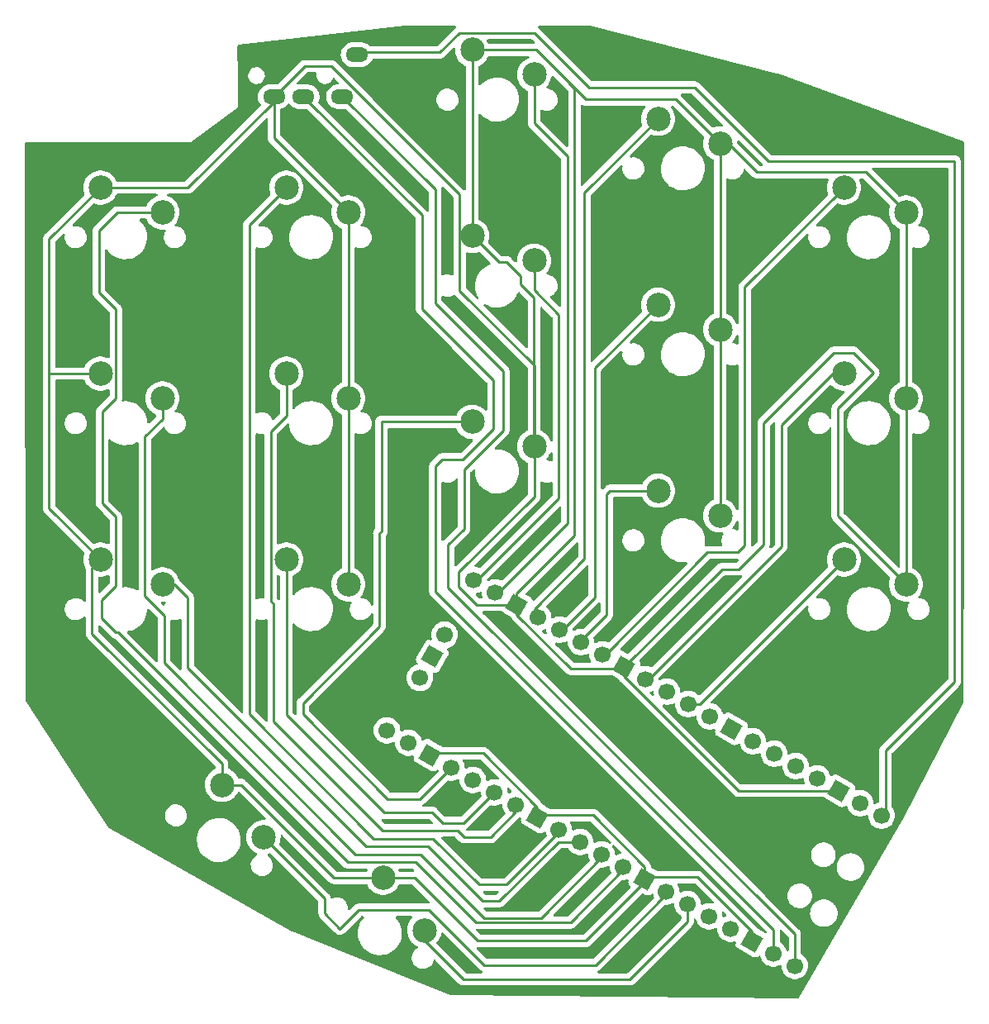
<source format=gbr>
%TF.GenerationSoftware,KiCad,Pcbnew,7.0.8-7.0.8~ubuntu22.04.1*%
%TF.CreationDate,2023-10-29T15:11:17+03:00*%
%TF.ProjectId,Keeb,4b656562-2e6b-4696-9361-645f70636258,rev?*%
%TF.SameCoordinates,Original*%
%TF.FileFunction,Copper,L1,Top*%
%TF.FilePolarity,Positive*%
%FSLAX46Y46*%
G04 Gerber Fmt 4.6, Leading zero omitted, Abs format (unit mm)*
G04 Created by KiCad (PCBNEW 7.0.8-7.0.8~ubuntu22.04.1) date 2023-10-29 15:11:17*
%MOMM*%
%LPD*%
G01*
G04 APERTURE LIST*
G04 Aperture macros list*
%AMHorizOval*
0 Thick line with rounded ends*
0 $1 width*
0 $2 $3 position (X,Y) of the first rounded end (center of the circle)*
0 $4 $5 position (X,Y) of the second rounded end (center of the circle)*
0 Add line between two ends*
20,1,$1,$2,$3,$4,$5,0*
0 Add two circle primitives to create the rounded ends*
1,1,$1,$2,$3*
1,1,$1,$4,$5*%
%AMRotRect*
0 Rectangle, with rotation*
0 The origin of the aperture is its center*
0 $1 length*
0 $2 width*
0 $3 Rotation angle, in degrees counterclockwise*
0 Add horizontal line*
21,1,$1,$2,0,0,$3*%
G04 Aperture macros list end*
%TA.AperFunction,ComponentPad*%
%ADD10O,2.300000X1.500000*%
%TD*%
%TA.AperFunction,ComponentPad*%
%ADD11C,2.500000*%
%TD*%
%TA.AperFunction,ComponentPad*%
%ADD12HorizOval,1.700000X0.000000X0.000000X0.000000X0.000000X0*%
%TD*%
%TA.AperFunction,ComponentPad*%
%ADD13RotRect,1.700000X1.700000X60.000000*%
%TD*%
%TA.AperFunction,Conductor*%
%ADD14C,0.250000*%
%TD*%
G04 APERTURE END LIST*
D10*
%TO.P,J1,1,A*%
%TO.N,3v3*%
X135875000Y-36917944D03*
%TO.P,J1,2,B*%
%TO.N,GND*%
X127375000Y-41217944D03*
%TO.P,J1,3,C*%
%TO.N,1*%
X130375000Y-41217944D03*
%TO.P,J1,4,D*%
%TO.N,0*%
X134375000Y-41217944D03*
%TD*%
D11*
%TO.P,SW3,1*%
%TO.N,GND*%
X192135000Y-53077944D03*
%TO.P,SW3,2*%
%TO.N,21*%
X185785000Y-50537944D03*
%TD*%
%TO.P,SW4,1*%
%TO.N,GND*%
X192135000Y-72127944D03*
%TO.P,SW4,2*%
%TO.N,22*%
X185785000Y-69587944D03*
%TD*%
%TO.P,SW5,1*%
%TO.N,GND*%
X192135000Y-91177944D03*
%TO.P,SW5,2*%
%TO.N,26*%
X185785000Y-88637944D03*
%TD*%
%TO.P,SW6,1*%
%TO.N,GND*%
X173085000Y-46027944D03*
%TO.P,SW6,2*%
%TO.N,18*%
X166735000Y-43487944D03*
%TD*%
%TO.P,SW7,1*%
%TO.N,GND*%
X173085000Y-65077944D03*
%TO.P,SW7,2*%
%TO.N,19*%
X166735000Y-62537944D03*
%TD*%
%TO.P,SW8,1*%
%TO.N,GND*%
X173085000Y-84127944D03*
%TO.P,SW8,2*%
%TO.N,20*%
X166735000Y-81587944D03*
%TD*%
%TO.P,SW9,1*%
%TO.N,17*%
X154035000Y-38977944D03*
%TO.P,SW9,2*%
%TO.N,GND*%
X147685000Y-36437944D03*
%TD*%
%TO.P,SW10,1*%
%TO.N,16*%
X154035000Y-58027944D03*
%TO.P,SW10,2*%
%TO.N,GND*%
X147685000Y-55487944D03*
%TD*%
%TO.P,SW11,1*%
%TO.N,GND*%
X154035000Y-77077944D03*
%TO.P,SW11,2*%
%TO.N,13*%
X147685000Y-74537944D03*
%TD*%
%TO.P,SW13,1*%
%TO.N,GND*%
X134985000Y-53077944D03*
%TO.P,SW13,2*%
%TO.N,9*%
X128635000Y-50537944D03*
%TD*%
%TO.P,SW14,1*%
%TO.N,GND*%
X134985000Y-72127944D03*
%TO.P,SW14,2*%
%TO.N,10*%
X128635000Y-69587944D03*
%TD*%
%TO.P,SW15,1*%
%TO.N,GND*%
X134985000Y-91177944D03*
%TO.P,SW15,2*%
%TO.N,11*%
X128635000Y-88637944D03*
%TD*%
%TO.P,SW16,1*%
%TO.N,4*%
X142781914Y-126612806D03*
%TO.P,SW16,2*%
%TO.N,GND*%
X138552652Y-121238102D03*
%TD*%
%TO.P,SW17,1*%
%TO.N,6*%
X115935000Y-53077944D03*
%TO.P,SW17,2*%
%TO.N,GND*%
X109585000Y-50537944D03*
%TD*%
%TO.P,SW18,1*%
%TO.N,7*%
X115935000Y-72127944D03*
%TO.P,SW18,2*%
%TO.N,GND*%
X109585000Y-69587944D03*
%TD*%
%TO.P,SW19,1*%
%TO.N,8*%
X115935000Y-91177944D03*
%TO.P,SW19,2*%
%TO.N,GND*%
X109585000Y-88637944D03*
%TD*%
%TO.P,SW20,1*%
%TO.N,5*%
X126284130Y-117087806D03*
%TO.P,SW20,2*%
%TO.N,GND*%
X122054868Y-111713102D03*
%TD*%
D12*
%TO.P,U1,1,GPIO0*%
%TO.N,0*%
X180742193Y-130263966D03*
%TO.P,U1,2,GPIO1*%
%TO.N,1*%
X178542488Y-128993966D03*
D13*
%TO.P,U1,3,GND*%
%TO.N,GND*%
X176342784Y-127723966D03*
D12*
%TO.P,U1,4,GPIO2*%
%TO.N,2*%
X174143079Y-126453966D03*
%TO.P,U1,5,GPIO3*%
%TO.N,3*%
X171943375Y-125183966D03*
%TO.P,U1,6,GPIO4*%
%TO.N,4*%
X169743670Y-123913966D03*
%TO.P,U1,7,GPIO5*%
%TO.N,5*%
X167543966Y-122643966D03*
D13*
%TO.P,U1,8,GND*%
%TO.N,GND*%
X165344261Y-121373966D03*
D12*
%TO.P,U1,9,GPIO6*%
%TO.N,6*%
X163144557Y-120103966D03*
%TO.P,U1,10,GPIO7*%
%TO.N,7*%
X160944852Y-118833966D03*
%TO.P,U1,11,GPIO8*%
%TO.N,8*%
X158745148Y-117563966D03*
%TO.P,U1,12,GPIO9*%
%TO.N,9*%
X156545443Y-116293966D03*
D13*
%TO.P,U1,13,GND*%
%TO.N,GND*%
X154345739Y-115023966D03*
D12*
%TO.P,U1,14,GPIO10*%
%TO.N,10*%
X152146034Y-113753966D03*
%TO.P,U1,15,GPIO11*%
%TO.N,11*%
X149946330Y-112483966D03*
%TO.P,U1,16,GPIO12*%
%TO.N,unconnected-(U1-GPIO12-Pad16)*%
X147746625Y-111213966D03*
%TO.P,U1,17,GPIO13*%
%TO.N,13*%
X145546921Y-109943966D03*
D13*
%TO.P,U1,18,GND*%
%TO.N,GND*%
X143347216Y-108673966D03*
D12*
%TO.P,U1,19,GPIO14*%
%TO.N,unconnected-(U1-GPIO14-Pad19)*%
X141147512Y-107403966D03*
%TO.P,U1,20,GPIO15*%
%TO.N,unconnected-(U1-GPIO15-Pad20)*%
X138947807Y-106133966D03*
%TO.P,U1,21,GPIO16*%
%TO.N,16*%
X147837807Y-90736034D03*
%TO.P,U1,22,GPIO17*%
%TO.N,17*%
X150037512Y-92006034D03*
D13*
%TO.P,U1,23,GND*%
%TO.N,GND*%
X152237216Y-93276034D03*
D12*
%TO.P,U1,24,GPIO18*%
%TO.N,18*%
X154436921Y-94546034D03*
%TO.P,U1,25,GPIO19*%
%TO.N,19*%
X156636625Y-95816034D03*
%TO.P,U1,26,GPIO20*%
%TO.N,20*%
X158836330Y-97086034D03*
%TO.P,U1,27,GPIO21*%
%TO.N,21*%
X161036034Y-98356034D03*
D13*
%TO.P,U1,28,GND*%
%TO.N,GND*%
X163235739Y-99626034D03*
D12*
%TO.P,U1,29,GPIO22*%
%TO.N,22*%
X165435443Y-100896034D03*
%TO.P,U1,30,RUN*%
%TO.N,unconnected-(U1-RUN-Pad30)*%
X167635148Y-102166034D03*
%TO.P,U1,31,GPIO26_ADC0*%
%TO.N,26*%
X169834852Y-103436034D03*
%TO.P,U1,32,GPIO27_ADC1*%
%TO.N,27*%
X172034557Y-104706034D03*
D13*
%TO.P,U1,33,AGND*%
%TO.N,unconnected-(U1-AGND-Pad33)*%
X174234261Y-105976034D03*
D12*
%TO.P,U1,34,GPIO28_ADC2*%
%TO.N,28*%
X176433966Y-107246034D03*
%TO.P,U1,35,ADC_VREF*%
%TO.N,unconnected-(U1-ADC_VREF-Pad35)*%
X178633670Y-108516034D03*
%TO.P,U1,36,3V3*%
%TO.N,unconnected-(U1-3V3-Pad36)*%
X180833375Y-109786034D03*
%TO.P,U1,37,3V3_EN*%
%TO.N,unconnected-(U1-3V3_EN-Pad37)*%
X183033079Y-111056034D03*
D13*
%TO.P,U1,38,GND*%
%TO.N,GND*%
X185232784Y-112326034D03*
D12*
%TO.P,U1,39,VSYS*%
%TO.N,unconnected-(U1-VSYS-Pad39)*%
X187432488Y-113596034D03*
%TO.P,U1,40,VBUS*%
%TO.N,3v3*%
X189632193Y-114866034D03*
%TO.P,U1,41,SWCLK*%
%TO.N,unconnected-(U1-SWCLK-Pad41)*%
X142321993Y-100749705D03*
D13*
%TO.P,U1,42,GND*%
%TO.N,unconnected-(U1-GND-Pad42)*%
X143591993Y-98550000D03*
D12*
%TO.P,U1,43,SWDIO*%
%TO.N,unconnected-(U1-SWDIO-Pad43)*%
X144861993Y-96350295D03*
%TD*%
D14*
%TO.N,GND*%
X138552652Y-121238102D02*
X133498102Y-121238102D01*
X133498102Y-121238102D02*
X123973102Y-111713102D01*
X123973102Y-111713102D02*
X122054868Y-111713102D01*
X154035000Y-77077944D02*
X154035000Y-82195000D01*
X154035000Y-82195000D02*
X146320000Y-89910000D01*
X146320000Y-89910000D02*
X146320000Y-91430000D01*
X146320000Y-91430000D02*
X148166034Y-93276034D01*
X148166034Y-93276034D02*
X152237216Y-93276034D01*
%TO.N,9*%
X124845000Y-104485000D02*
X137580000Y-117220000D01*
X148392944Y-121952944D02*
X151207405Y-121952944D01*
X151207405Y-121952944D02*
X156545443Y-116614906D01*
X128635000Y-50537944D02*
X128670000Y-50572944D01*
X124845000Y-54327944D02*
X124845000Y-104485000D01*
X143660000Y-117220000D02*
X148392944Y-121952944D01*
X137580000Y-117220000D02*
X143660000Y-117220000D01*
X156545443Y-116614906D02*
X156545443Y-116293966D01*
X128635000Y-50537944D02*
X124845000Y-54327944D01*
%TO.N,10*%
X152146034Y-114503966D02*
X149570000Y-117080000D01*
X127345000Y-105225000D02*
X127345000Y-93200177D01*
X146180000Y-116390000D02*
X138510000Y-116390000D01*
X152146034Y-113753966D02*
X152146034Y-114503966D01*
X127038884Y-75491827D02*
X128635000Y-73895711D01*
X127038884Y-92894061D02*
X127038884Y-75491827D01*
X146870000Y-117080000D02*
X146180000Y-116390000D01*
X149570000Y-117080000D02*
X146870000Y-117080000D01*
X128635000Y-73895711D02*
X128635000Y-69587944D01*
X127345000Y-93200177D02*
X127038884Y-92894061D01*
X138510000Y-116390000D02*
X127345000Y-105225000D01*
%TO.N,11*%
X149946330Y-112483966D02*
X149936330Y-112483966D01*
X138650000Y-114580000D02*
X128635000Y-104565000D01*
X144640000Y-115640000D02*
X143580000Y-114580000D01*
X128635000Y-104565000D02*
X128635000Y-88637944D01*
X146780296Y-115640000D02*
X144640000Y-115640000D01*
X143580000Y-114580000D02*
X138650000Y-114580000D01*
X128670000Y-88602944D02*
X128635000Y-88637944D01*
X149936330Y-112483966D02*
X146780296Y-115640000D01*
%TO.N,13*%
X138156938Y-85956006D02*
X138156938Y-95516006D01*
X138156938Y-95516006D02*
X130330000Y-103342944D01*
X130330000Y-103342944D02*
X130330000Y-104467984D01*
X145536921Y-109943966D02*
X145546921Y-109943966D01*
X142320926Y-113159961D02*
X145536921Y-109943966D01*
X130330000Y-104467984D02*
X139021977Y-113159961D01*
X147685000Y-74537944D02*
X138370000Y-74537944D01*
X138370000Y-85742944D02*
X138156938Y-85956006D01*
X139021977Y-113159961D02*
X142320926Y-113159961D01*
X138370000Y-74537944D02*
X138370000Y-85742944D01*
%TO.N,16*%
X148158747Y-90736034D02*
X156555000Y-82339781D01*
X147837807Y-90736034D02*
X148158747Y-90736034D01*
X156555000Y-63585711D02*
X154035000Y-61065711D01*
X156555000Y-82339781D02*
X156555000Y-63585711D01*
X154035000Y-61065711D02*
X154035000Y-58027944D01*
%TO.N,17*%
X157420000Y-84944486D02*
X157420000Y-47321701D01*
X150358452Y-92006034D02*
X157420000Y-84944486D01*
X154035000Y-43936701D02*
X154035000Y-38977944D01*
X150037512Y-92006034D02*
X150358452Y-92006034D01*
X157420000Y-47321701D02*
X154035000Y-43936701D01*
%TO.N,18*%
X154436921Y-94546034D02*
X154070000Y-94179113D01*
X154070000Y-94179113D02*
X154070000Y-93696053D01*
X154070000Y-93696053D02*
X159180000Y-88586053D01*
X159180000Y-88586053D02*
X159180000Y-51042944D01*
X159180000Y-51042944D02*
X166735000Y-43487944D01*
%TO.N,19*%
X156636625Y-95816034D02*
X156957565Y-95816034D01*
X160250000Y-92523599D02*
X160250000Y-69022944D01*
X160250000Y-69022944D02*
X166735000Y-62537944D01*
X156957565Y-95816034D02*
X160250000Y-92523599D01*
%TO.N,20*%
X158836330Y-97086034D02*
X158836330Y-96943670D01*
X161460000Y-94320000D02*
X161460000Y-81942944D01*
X161815000Y-81587944D02*
X166735000Y-81587944D01*
X161460000Y-81942944D02*
X161815000Y-81587944D01*
X158836330Y-96943670D02*
X161460000Y-94320000D01*
%TO.N,21*%
X171795064Y-87917944D02*
X174872767Y-87917944D01*
X174872767Y-87917944D02*
X175605000Y-87185711D01*
X175605000Y-60717944D02*
X185785000Y-50537944D01*
X161036034Y-98356034D02*
X161356974Y-98356034D01*
X175605000Y-87185711D02*
X175605000Y-60717944D01*
X161356974Y-98356034D02*
X171795064Y-87917944D01*
%TO.N,22*%
X165756383Y-100896034D02*
X165435443Y-100896034D01*
X184612056Y-69587944D02*
X179350000Y-74850000D01*
X179350000Y-87302417D02*
X165756383Y-100896034D01*
X185785000Y-69587944D02*
X184612056Y-69587944D01*
X179350000Y-74850000D02*
X179350000Y-87302417D01*
%TO.N,26*%
X185785000Y-88637944D02*
X170986910Y-103436034D01*
X170986910Y-103436034D02*
X169834852Y-103436034D01*
%TO.N,GND*%
X109585000Y-50537944D02*
X104310000Y-55812944D01*
X108704479Y-89518465D02*
X108704479Y-96217423D01*
X163235739Y-99626034D02*
X163019618Y-99842155D01*
X154217944Y-36437944D02*
X153715660Y-36437944D01*
X104310000Y-83362944D02*
X109585000Y-88637944D01*
X152237216Y-93276034D02*
X152237216Y-92112784D01*
X173250000Y-89630000D02*
X163253966Y-99626034D01*
X154561860Y-114807845D02*
X160056017Y-114807845D01*
X150390000Y-58192944D02*
X147685000Y-55487944D01*
X104310000Y-55812944D02*
X104310000Y-69702944D01*
X104425000Y-69587944D02*
X104310000Y-69702944D01*
X188020000Y-48962944D02*
X192135000Y-53077944D01*
X163235739Y-100607530D02*
X163235739Y-99626034D01*
X108704479Y-96217423D02*
X122054868Y-109567812D01*
X159339167Y-127700000D02*
X148220000Y-127700000D01*
X165344261Y-121694906D02*
X159339167Y-127700000D01*
X177530000Y-87080000D02*
X174980000Y-89630000D01*
X165344261Y-120096089D02*
X165344261Y-121373966D01*
X163019618Y-99842155D02*
X157801179Y-99842155D01*
X143563337Y-108457845D02*
X148781776Y-108457845D01*
X118545000Y-50537944D02*
X109585000Y-50537944D01*
X185139340Y-73140660D02*
X188785000Y-69495000D01*
X146395000Y-51245000D02*
X133242944Y-38092944D01*
X154035000Y-68725711D02*
X146395000Y-61085711D01*
X173937944Y-46027944D02*
X176872944Y-48962944D01*
X173085000Y-46027944D02*
X173937944Y-46027944D01*
X104310000Y-69702944D02*
X104310000Y-83362944D01*
X134985000Y-53077944D02*
X134985000Y-91177944D01*
X152600000Y-60402944D02*
X152600000Y-59584187D01*
X185232784Y-112326034D02*
X174954243Y-112326034D01*
X186730000Y-67440000D02*
X184756548Y-67440000D01*
X154020000Y-61822944D02*
X152600000Y-60402944D01*
X109585000Y-69587944D02*
X104425000Y-69587944D01*
X165560382Y-121157845D02*
X170778821Y-121157845D01*
X192135000Y-91177944D02*
X185139340Y-84182284D01*
X192135000Y-53077944D02*
X192135000Y-91177944D01*
X133242944Y-38092944D02*
X130500000Y-38092944D01*
X173085000Y-46027944D02*
X173085000Y-84127944D01*
X130500000Y-38092944D02*
X127375000Y-41217944D01*
X154020000Y-77062944D02*
X154020000Y-61822944D01*
X148220000Y-127700000D02*
X141758102Y-121238102D01*
X177530000Y-74666548D02*
X177530000Y-87080000D01*
X159280000Y-41500000D02*
X154217944Y-36437944D01*
X146395000Y-61085711D02*
X146395000Y-51245000D01*
X188785000Y-69495000D02*
X186730000Y-67440000D01*
X153715660Y-36437944D02*
X147685000Y-36437944D01*
X170778821Y-121157845D02*
X176342784Y-126721808D01*
X174980000Y-89630000D02*
X173250000Y-89630000D01*
X154345739Y-115023966D02*
X154561860Y-114807845D01*
X158160000Y-86190000D02*
X158160000Y-40380000D01*
X127375000Y-45467944D02*
X127375000Y-41217944D01*
X165344261Y-121373966D02*
X165344261Y-121694906D01*
X163253966Y-99626034D02*
X163235739Y-99626034D01*
X158160000Y-40380000D02*
X154217944Y-36437944D01*
X165344261Y-121373966D02*
X165560382Y-121157845D01*
X176872944Y-48962944D02*
X188020000Y-48962944D01*
X154035000Y-77077944D02*
X154020000Y-77062944D01*
X122054868Y-109567812D02*
X122054868Y-111713102D01*
X154345739Y-114021808D02*
X154345739Y-115023966D01*
X157801179Y-99842155D02*
X152237216Y-94278192D01*
X152600000Y-59584187D02*
X151208757Y-58192944D01*
X148781776Y-108457845D02*
X154345739Y-114021808D01*
X173085000Y-46027944D02*
X168557056Y-41500000D01*
X174954243Y-112326034D02*
X163235739Y-100607530D01*
X127375000Y-41217944D02*
X127375000Y-41707944D01*
X184756548Y-67440000D02*
X177530000Y-74666548D01*
X134985000Y-53077944D02*
X127375000Y-45467944D01*
X168557056Y-41500000D02*
X159280000Y-41500000D01*
X151208757Y-58192944D02*
X150390000Y-58192944D01*
X152237216Y-94278192D02*
X152237216Y-93276034D01*
X176342784Y-126721808D02*
X176342784Y-127723966D01*
X127375000Y-41707944D02*
X118545000Y-50537944D01*
X147685000Y-36437944D02*
X147685000Y-55487944D01*
X152237216Y-92112784D02*
X158160000Y-86190000D01*
X160056017Y-114807845D02*
X165344261Y-120096089D01*
X141758102Y-121238102D02*
X138552652Y-121238102D01*
X143347216Y-108673966D02*
X143563337Y-108457845D01*
X109585000Y-88637944D02*
X108704479Y-89518465D01*
X154035000Y-77077944D02*
X154035000Y-68725711D01*
X185139340Y-84182284D02*
X185139340Y-73140660D01*
%TO.N,3v3*%
X190030000Y-108210000D02*
X197110000Y-101130000D01*
X159650000Y-40290000D02*
X154060000Y-34700000D01*
X136110000Y-36682944D02*
X135875000Y-36917944D01*
X178040000Y-47862944D02*
X170467056Y-40290000D01*
X144367056Y-36682944D02*
X136110000Y-36682944D01*
X170467056Y-40290000D02*
X159650000Y-40290000D01*
X146350000Y-34700000D02*
X144367056Y-36682944D01*
X197110000Y-101130000D02*
X197110000Y-47862944D01*
X190030000Y-114468227D02*
X190030000Y-108210000D01*
X197110000Y-47862944D02*
X178040000Y-47862944D01*
X189632193Y-114866034D02*
X190030000Y-114468227D01*
X154060000Y-34700000D02*
X146350000Y-34700000D01*
%TO.N,0*%
X150860000Y-69330000D02*
X150860000Y-75430000D01*
X146845000Y-85485000D02*
X145210000Y-87120000D01*
X150860000Y-75430000D02*
X146845000Y-79445000D01*
X134375000Y-41217944D02*
X143895000Y-50737944D01*
X146845000Y-79445000D02*
X146845000Y-85485000D01*
X145210000Y-87120000D02*
X145210000Y-91480000D01*
X143895000Y-62365000D02*
X150860000Y-69330000D01*
X143895000Y-50737944D02*
X143895000Y-62365000D01*
X145210000Y-91480000D02*
X180742193Y-127012193D01*
X180742193Y-127012193D02*
X180742193Y-130263966D01*
%TO.N,1*%
X178542488Y-126552488D02*
X143895000Y-91905000D01*
X142530000Y-62950000D02*
X142530000Y-53372944D01*
X143895000Y-79100177D02*
X144627233Y-78367944D01*
X146742056Y-78367944D02*
X149850000Y-75260000D01*
X149850000Y-70270000D02*
X142530000Y-62950000D01*
X178542488Y-128993966D02*
X178542488Y-126552488D01*
X143895000Y-91905000D02*
X143895000Y-79100177D01*
X144627233Y-78367944D02*
X146742056Y-78367944D01*
X149850000Y-75260000D02*
X149850000Y-70270000D01*
X142530000Y-53372944D02*
X130375000Y-41217944D01*
%TO.N,4*%
X142781914Y-126612806D02*
X142781914Y-127631914D01*
X146800000Y-131650000D02*
X163832944Y-131650000D01*
X163832944Y-131650000D02*
X169743670Y-125739274D01*
X142781914Y-127631914D02*
X146800000Y-131650000D01*
X169743670Y-125739274D02*
X169743670Y-123913966D01*
%TO.N,6*%
X157757661Y-125811802D02*
X163144557Y-120424906D01*
X111160000Y-72092944D02*
X109750000Y-73502944D01*
X111160000Y-91324187D02*
X109720000Y-92764187D01*
X109410000Y-61262944D02*
X111160000Y-63012944D01*
X111382944Y-96092944D02*
X134953102Y-119663102D01*
X111306243Y-53077944D02*
X109410000Y-54974187D01*
X109410000Y-54974187D02*
X109410000Y-61262944D01*
X109750000Y-73502944D02*
X109750000Y-82842944D01*
X115935000Y-53077944D02*
X111306243Y-53077944D01*
X109750000Y-82842944D02*
X111160000Y-84252944D01*
X111141243Y-96092944D02*
X111382944Y-96092944D01*
X148031802Y-125811802D02*
X157757661Y-125811802D01*
X109720000Y-94671701D02*
X111141243Y-96092944D01*
X111160000Y-63012944D02*
X111160000Y-72092944D01*
X109720000Y-92764187D02*
X109720000Y-94671701D01*
X111160000Y-84252944D02*
X111160000Y-91324187D01*
X163144557Y-120424906D02*
X163144557Y-120103966D01*
X134953102Y-119663102D02*
X141883102Y-119663102D01*
X141883102Y-119663102D02*
X148031802Y-125811802D01*
%TO.N,7*%
X115935000Y-74216701D02*
X114120000Y-76031701D01*
X154737956Y-125361802D02*
X160944852Y-119154906D01*
X114120000Y-92354187D02*
X116130000Y-94364187D01*
X116130000Y-94364187D02*
X116130000Y-99260000D01*
X114120000Y-76031701D02*
X114120000Y-92354187D01*
X160944852Y-119154906D02*
X160944852Y-118833966D01*
X135732944Y-118862944D02*
X142382944Y-118862944D01*
X116130000Y-99260000D02*
X135732944Y-118862944D01*
X142382944Y-118862944D02*
X148881802Y-125361802D01*
X148881802Y-125361802D02*
X154737956Y-125361802D01*
X115935000Y-72127944D02*
X115935000Y-74216701D01*
%TO.N,8*%
X117185000Y-91177944D02*
X118520000Y-92512944D01*
X156496846Y-117563966D02*
X158745148Y-117563966D01*
X118520000Y-99740000D02*
X136790000Y-118010000D01*
X148770000Y-123630000D02*
X150430812Y-123630000D01*
X115935000Y-91177944D02*
X117185000Y-91177944D01*
X136790000Y-118010000D02*
X143150000Y-118010000D01*
X118520000Y-92512944D02*
X118520000Y-99740000D01*
X150430812Y-123630000D02*
X156496846Y-117563966D01*
X143150000Y-118010000D02*
X148770000Y-123630000D01*
%TO.N,5*%
X167543966Y-122964906D02*
X167543966Y-122643966D01*
X148920000Y-130190000D02*
X160318872Y-130190000D01*
X132562948Y-124885892D02*
X134120000Y-126442944D01*
X143262511Y-124532511D02*
X148920000Y-130190000D01*
X132562948Y-123366624D02*
X132562948Y-124885892D01*
X126284130Y-117087806D02*
X132562948Y-123366624D01*
X136030433Y-124532511D02*
X143262511Y-124532511D01*
X160318872Y-130190000D02*
X167543966Y-122964906D01*
X134120000Y-126442944D02*
X136030433Y-124532511D01*
%TD*%
%TA.AperFunction,NonConductor*%
G36*
X153813273Y-35353185D02*
G01*
X153833915Y-35369819D01*
X154056859Y-35592763D01*
X154090344Y-35654086D01*
X154085360Y-35723778D01*
X154043488Y-35779711D01*
X153978024Y-35804128D01*
X153969178Y-35804444D01*
X149409996Y-35804444D01*
X149342957Y-35784759D01*
X149297202Y-35731955D01*
X149294568Y-35725746D01*
X149274519Y-35674663D01*
X149273796Y-35672820D01*
X149185277Y-35519500D01*
X149168804Y-35451600D01*
X149191657Y-35385573D01*
X149246578Y-35342382D01*
X149292664Y-35333500D01*
X153746234Y-35333500D01*
X153813273Y-35353185D01*
G37*
%TD.AperFunction*%
%TA.AperFunction,NonConductor*%
G36*
X170220329Y-40943185D02*
G01*
X170240971Y-40959819D01*
X173343379Y-44062227D01*
X173376864Y-44123550D01*
X173371880Y-44193242D01*
X173330008Y-44249175D01*
X173264544Y-44273592D01*
X173237220Y-44272524D01*
X173216782Y-44269444D01*
X173216781Y-44269444D01*
X172953219Y-44269444D01*
X172953211Y-44269444D01*
X172692604Y-44308724D01*
X172692594Y-44308727D01*
X172436312Y-44387779D01*
X172435769Y-44386021D01*
X172373871Y-44391480D01*
X172312001Y-44359016D01*
X172310536Y-44357575D01*
X169088142Y-41135181D01*
X169054657Y-41073858D01*
X169059641Y-41004166D01*
X169101513Y-40948233D01*
X169166977Y-40923816D01*
X169175823Y-40923500D01*
X170153290Y-40923500D01*
X170220329Y-40943185D01*
G37*
%TD.AperFunction*%
%TA.AperFunction,NonConductor*%
G36*
X155994000Y-39109904D02*
G01*
X157490181Y-40606085D01*
X157523666Y-40667408D01*
X157526500Y-40693766D01*
X157526500Y-46232934D01*
X157506815Y-46299973D01*
X157454011Y-46345728D01*
X157384853Y-46355672D01*
X157321297Y-46326647D01*
X157314819Y-46320615D01*
X154704819Y-43710615D01*
X154671334Y-43649292D01*
X154668500Y-43622934D01*
X154668500Y-42658680D01*
X154688185Y-42591641D01*
X154740989Y-42545886D01*
X154810147Y-42535942D01*
X154838586Y-42543563D01*
X154986460Y-42602763D01*
X154986463Y-42602764D01*
X154986468Y-42602766D01*
X155091998Y-42623105D01*
X155197527Y-42643444D01*
X155197528Y-42643444D01*
X155358612Y-42643444D01*
X155358618Y-42643444D01*
X155518971Y-42628132D01*
X155725209Y-42567575D01*
X155916259Y-42469082D01*
X156085217Y-42336212D01*
X156225976Y-42173768D01*
X156228432Y-42169515D01*
X156333446Y-41987624D01*
X156333448Y-41987621D01*
X156403750Y-41784498D01*
X156434339Y-41571741D01*
X156424112Y-41357040D01*
X156373437Y-41148154D01*
X156284146Y-40952634D01*
X156159466Y-40777545D01*
X156159464Y-40777543D01*
X156159459Y-40777537D01*
X156003905Y-40629218D01*
X155823080Y-40513009D01*
X155623530Y-40433121D01*
X155412473Y-40392444D01*
X155412472Y-40392444D01*
X155411852Y-40392444D01*
X155411551Y-40392355D01*
X155406591Y-40391882D01*
X155406682Y-40390925D01*
X155344813Y-40372759D01*
X155299058Y-40319955D01*
X155289114Y-40250797D01*
X155318139Y-40187241D01*
X155327510Y-40177546D01*
X155327599Y-40177462D01*
X155327686Y-40177382D01*
X155492015Y-39971320D01*
X155623796Y-39743068D01*
X155720087Y-39497724D01*
X155778735Y-39240770D01*
X155781314Y-39206355D01*
X155782666Y-39188319D01*
X155807305Y-39122938D01*
X155863380Y-39081257D01*
X155933088Y-39076509D01*
X155994000Y-39109904D01*
G37*
%TD.AperFunction*%
%TA.AperFunction,NonConductor*%
G36*
X175033711Y-45754431D02*
G01*
X175047420Y-45766269D01*
X177398914Y-48117763D01*
X177432399Y-48179086D01*
X177427415Y-48248778D01*
X177385543Y-48304711D01*
X177320079Y-48329128D01*
X177311233Y-48329444D01*
X177186710Y-48329444D01*
X177119671Y-48309759D01*
X177099029Y-48293125D01*
X174882146Y-46076241D01*
X174848661Y-46014918D01*
X174846174Y-45997827D01*
X174841617Y-45937020D01*
X174836086Y-45863215D01*
X174850705Y-45794894D01*
X174899942Y-45745321D01*
X174968164Y-45730237D01*
X175033711Y-45754431D01*
G37*
%TD.AperFunction*%
%TA.AperFunction,NonConductor*%
G36*
X158966747Y-42054714D02*
G01*
X158998298Y-42068367D01*
X159003545Y-42070937D01*
X159044940Y-42093695D01*
X159064718Y-42098773D01*
X159083119Y-42105073D01*
X159101855Y-42113181D01*
X159146362Y-42120229D01*
X159148503Y-42120569D01*
X159154212Y-42121751D01*
X159199970Y-42133500D01*
X159220384Y-42133500D01*
X159239783Y-42135027D01*
X159259943Y-42138220D01*
X159306966Y-42133775D01*
X159312804Y-42133500D01*
X165308439Y-42133500D01*
X165375478Y-42153185D01*
X165421233Y-42205989D01*
X165431177Y-42275147D01*
X165405386Y-42334811D01*
X165292438Y-42476444D01*
X165277985Y-42494568D01*
X165146204Y-42722819D01*
X165049915Y-42968158D01*
X165049910Y-42968175D01*
X164991264Y-43225120D01*
X164971569Y-43487939D01*
X164971569Y-43487948D01*
X164991264Y-43750767D01*
X165045726Y-43989380D01*
X165049913Y-44007724D01*
X165084360Y-44095495D01*
X165096183Y-44125618D01*
X165102352Y-44195215D01*
X165069914Y-44257098D01*
X165068436Y-44258601D01*
X159005181Y-50321857D01*
X158943858Y-50355342D01*
X158874166Y-50350358D01*
X158818233Y-50308486D01*
X158793816Y-50243022D01*
X158793500Y-50234176D01*
X158793500Y-42168515D01*
X158813185Y-42101476D01*
X158865989Y-42055721D01*
X158935147Y-42045777D01*
X158966747Y-42054714D01*
G37*
%TD.AperFunction*%
%TA.AperFunction,NonConductor*%
G36*
X131690188Y-38746129D02*
G01*
X131735943Y-38798933D01*
X131745887Y-38868091D01*
X131745515Y-38870505D01*
X131720740Y-39021623D01*
X131720739Y-39021627D01*
X131730755Y-39206350D01*
X131730755Y-39206355D01*
X131780244Y-39384600D01*
X131780247Y-39384606D01*
X131866898Y-39548046D01*
X131986662Y-39689043D01*
X131986663Y-39689044D01*
X132133936Y-39800998D01*
X132301833Y-39878676D01*
X132301834Y-39878676D01*
X132301836Y-39878677D01*
X132347932Y-39888823D01*
X132482503Y-39918444D01*
X132482506Y-39918444D01*
X132621107Y-39918444D01*
X132621113Y-39918444D01*
X132758910Y-39903458D01*
X132934221Y-39844388D01*
X133092736Y-39749014D01*
X133227041Y-39621793D01*
X133330858Y-39468674D01*
X133372813Y-39363375D01*
X133415913Y-39308383D01*
X133481902Y-39285422D01*
X133549829Y-39301783D01*
X133575687Y-39321591D01*
X134001924Y-39747828D01*
X134035409Y-39809151D01*
X134030425Y-39878843D01*
X133988553Y-39934776D01*
X133923089Y-39959193D01*
X133919822Y-39959383D01*
X133918498Y-39959442D01*
X133749379Y-39974662D01*
X133749373Y-39974663D01*
X133531016Y-40034926D01*
X133531003Y-40034931D01*
X133326913Y-40133215D01*
X133326906Y-40133219D01*
X133143642Y-40266368D01*
X133143634Y-40266375D01*
X132987089Y-40430108D01*
X132862289Y-40619171D01*
X132773259Y-40827466D01*
X132773255Y-40827479D01*
X132722850Y-41048323D01*
X132722848Y-41048334D01*
X132717777Y-41161253D01*
X132712685Y-41274635D01*
X132738357Y-41464147D01*
X132743094Y-41499119D01*
X132743095Y-41499124D01*
X132813097Y-41714566D01*
X132833367Y-41752233D01*
X132906283Y-41887735D01*
X132920445Y-41914051D01*
X133061685Y-42091162D01*
X133156236Y-42173768D01*
X133232282Y-42240207D01*
X133336825Y-42302669D01*
X133392969Y-42336214D01*
X133426750Y-42356397D01*
X133638839Y-42435995D01*
X133861729Y-42476444D01*
X133861733Y-42476444D01*
X134686234Y-42476444D01*
X134753273Y-42496129D01*
X134773915Y-42512763D01*
X143225181Y-50964029D01*
X143258666Y-51025352D01*
X143261500Y-51051710D01*
X143261500Y-52912080D01*
X143241815Y-52979119D01*
X143189011Y-53024874D01*
X143119853Y-53034818D01*
X143056297Y-53005793D01*
X143040479Y-52986841D01*
X143039319Y-52987742D01*
X143034546Y-52981589D01*
X143034542Y-52981582D01*
X143020108Y-52967148D01*
X143007471Y-52952353D01*
X142995472Y-52935837D01*
X142995470Y-52935834D01*
X142959073Y-52905725D01*
X142954751Y-52901791D01*
X131941611Y-41888650D01*
X131908126Y-41827327D01*
X131913110Y-41757635D01*
X131915271Y-41752233D01*
X131976743Y-41608414D01*
X132027151Y-41387559D01*
X132037315Y-41161253D01*
X132006906Y-40936769D01*
X131936903Y-40721323D01*
X131829556Y-40521838D01*
X131781979Y-40462178D01*
X131688314Y-40344725D01*
X131517724Y-40195686D01*
X131517722Y-40195684D01*
X131517718Y-40195681D01*
X131413175Y-40133219D01*
X131323256Y-40079494D01*
X131323253Y-40079492D01*
X131323250Y-40079491D01*
X131204517Y-40034930D01*
X131111160Y-39999892D01*
X130888271Y-39959444D01*
X130888267Y-39959444D01*
X129918478Y-39959444D01*
X129918476Y-39959444D01*
X129831556Y-39967266D01*
X129763022Y-39953669D01*
X129712719Y-39905178D01*
X129696617Y-39837189D01*
X129719829Y-39771288D01*
X129732754Y-39756092D01*
X130726085Y-38762763D01*
X130787408Y-38729278D01*
X130813766Y-38726444D01*
X131623149Y-38726444D01*
X131690188Y-38746129D01*
G37*
%TD.AperFunction*%
%TA.AperFunction,NonConductor*%
G36*
X144704470Y-50453767D02*
G01*
X144723332Y-50469236D01*
X145725181Y-51471085D01*
X145758666Y-51532408D01*
X145761500Y-51558766D01*
X145761500Y-59419200D01*
X145741815Y-59486239D01*
X145689011Y-59531994D01*
X145619853Y-59541938D01*
X145591414Y-59534318D01*
X145463530Y-59483121D01*
X145252473Y-59442444D01*
X145252472Y-59442444D01*
X145091382Y-59442444D01*
X144942842Y-59456628D01*
X144931029Y-59457756D01*
X144931025Y-59457757D01*
X144724792Y-59518312D01*
X144709318Y-59526290D01*
X144640711Y-59539511D01*
X144575847Y-59513542D01*
X144535319Y-59456628D01*
X144528500Y-59416073D01*
X144528500Y-50821576D01*
X144530238Y-50805828D01*
X144529968Y-50805803D01*
X144530702Y-50798039D01*
X144528500Y-50727986D01*
X144528500Y-50698090D01*
X144527615Y-50691091D01*
X144527156Y-50685258D01*
X144525673Y-50638054D01*
X144525672Y-50638052D01*
X144519979Y-50618458D01*
X144516032Y-50599397D01*
X144512629Y-50572456D01*
X144523757Y-50503479D01*
X144570411Y-50451467D01*
X144637778Y-50432935D01*
X144704470Y-50453767D01*
G37*
%TD.AperFunction*%
%TA.AperFunction,NonConductor*%
G36*
X148457928Y-57156802D02*
G01*
X148459463Y-57158311D01*
X149537134Y-58235982D01*
X149570619Y-58297305D01*
X149565635Y-58366997D01*
X149523763Y-58422930D01*
X149490129Y-58440802D01*
X149344460Y-58491385D01*
X149344459Y-58491385D01*
X149075546Y-58627272D01*
X148827125Y-58797804D01*
X148603665Y-58999913D01*
X148409132Y-59230008D01*
X148247006Y-59483974D01*
X148247005Y-59483976D01*
X148156404Y-59679218D01*
X148120177Y-59757286D01*
X148120176Y-59757290D01*
X148030907Y-60045062D01*
X147980791Y-60342174D01*
X147972625Y-60586439D01*
X147970723Y-60643317D01*
X148000881Y-60943104D01*
X148000882Y-60943106D01*
X148070728Y-61236196D01*
X148070733Y-61236210D01*
X148178698Y-61516536D01*
X148179023Y-61517378D01*
X148279131Y-61700053D01*
X148315734Y-61766844D01*
X148330689Y-61835094D01*
X148306372Y-61900596D01*
X148250502Y-61942552D01*
X148180818Y-61947642D01*
X148119444Y-61914250D01*
X147064819Y-60859625D01*
X147031334Y-60798302D01*
X147028500Y-60771944D01*
X147028500Y-57293712D01*
X147048185Y-57226673D01*
X147100989Y-57180918D01*
X147170147Y-57170974D01*
X147189046Y-57175220D01*
X147292600Y-57207162D01*
X147292601Y-57207162D01*
X147292604Y-57207163D01*
X147553211Y-57246443D01*
X147553216Y-57246443D01*
X147553219Y-57246444D01*
X147553220Y-57246444D01*
X147816780Y-57246444D01*
X147816781Y-57246444D01*
X147816788Y-57246443D01*
X148077395Y-57207163D01*
X148077396Y-57207162D01*
X148077400Y-57207162D01*
X148329254Y-57129476D01*
X148329257Y-57129474D01*
X148333687Y-57128108D01*
X148334235Y-57129886D01*
X148396033Y-57124387D01*
X148457928Y-57156802D01*
G37*
%TD.AperFunction*%
%TA.AperFunction,NonConductor*%
G36*
X153494105Y-37091129D02*
G01*
X153539860Y-37143933D01*
X153549804Y-37213091D01*
X153520779Y-37276647D01*
X153463616Y-37313934D01*
X153432945Y-37323395D01*
X153390745Y-37336412D01*
X153153288Y-37450766D01*
X153153284Y-37450768D01*
X152935521Y-37599236D01*
X152742317Y-37778501D01*
X152577985Y-37984568D01*
X152446204Y-38212819D01*
X152349915Y-38458158D01*
X152349910Y-38458175D01*
X152291264Y-38715120D01*
X152271569Y-38977939D01*
X152271569Y-38977948D01*
X152291264Y-39240767D01*
X152349910Y-39497712D01*
X152349913Y-39497724D01*
X152446204Y-39743068D01*
X152577985Y-39971320D01*
X152664251Y-40079494D01*
X152742317Y-40177386D01*
X152855733Y-40282620D01*
X152935519Y-40356650D01*
X153153285Y-40505120D01*
X153153287Y-40505121D01*
X153153292Y-40505124D01*
X153244828Y-40549205D01*
X153331302Y-40590849D01*
X153383161Y-40637670D01*
X153401500Y-40702568D01*
X153401500Y-43853067D01*
X153399761Y-43868814D01*
X153400032Y-43868840D01*
X153399298Y-43876606D01*
X153401500Y-43946658D01*
X153401500Y-43976560D01*
X153402384Y-43983557D01*
X153402842Y-43989380D01*
X153404326Y-44036590D01*
X153404327Y-44036592D01*
X153410022Y-44056196D01*
X153413967Y-44075243D01*
X153416526Y-44095498D01*
X153416527Y-44095501D01*
X153416528Y-44095504D01*
X153433914Y-44139417D01*
X153435806Y-44144945D01*
X153448981Y-44190293D01*
X153459372Y-44207863D01*
X153467932Y-44225336D01*
X153475447Y-44244318D01*
X153503209Y-44282528D01*
X153506416Y-44287411D01*
X153530458Y-44328063D01*
X153530462Y-44328067D01*
X153544889Y-44342494D01*
X153557526Y-44357289D01*
X153569528Y-44373808D01*
X153605931Y-44403923D01*
X153610231Y-44407836D01*
X155199991Y-45997596D01*
X156750181Y-47547786D01*
X156783666Y-47609109D01*
X156786500Y-47635467D01*
X156786500Y-62621944D01*
X156766815Y-62688983D01*
X156714011Y-62734738D01*
X156644853Y-62744682D01*
X156581297Y-62715657D01*
X156574819Y-62709625D01*
X155685009Y-61819815D01*
X155651524Y-61758492D01*
X155656508Y-61688800D01*
X155698380Y-61632867D01*
X155720145Y-61620643D01*
X155719959Y-61620281D01*
X155725206Y-61617575D01*
X155725209Y-61617575D01*
X155916259Y-61519082D01*
X156085217Y-61386212D01*
X156225976Y-61223768D01*
X156227308Y-61221462D01*
X156333446Y-61037624D01*
X156333448Y-61037621D01*
X156403750Y-60834498D01*
X156434339Y-60621741D01*
X156424112Y-60407040D01*
X156373437Y-60198154D01*
X156284146Y-60002634D01*
X156159466Y-59827545D01*
X156159464Y-59827543D01*
X156159459Y-59827537D01*
X156003905Y-59679218D01*
X155823080Y-59563009D01*
X155623530Y-59483121D01*
X155412473Y-59442444D01*
X155412472Y-59442444D01*
X155411852Y-59442444D01*
X155411551Y-59442355D01*
X155406591Y-59441882D01*
X155406682Y-59440925D01*
X155344813Y-59422759D01*
X155299058Y-59369955D01*
X155289114Y-59300797D01*
X155318139Y-59237241D01*
X155327510Y-59227546D01*
X155327599Y-59227462D01*
X155327686Y-59227382D01*
X155492015Y-59021320D01*
X155623796Y-58793068D01*
X155720087Y-58547724D01*
X155778735Y-58290770D01*
X155796517Y-58053485D01*
X155798431Y-58027948D01*
X155798431Y-58027939D01*
X155778735Y-57765120D01*
X155778735Y-57765118D01*
X155720087Y-57508164D01*
X155623796Y-57262820D01*
X155492015Y-57034568D01*
X155327686Y-56828506D01*
X155327685Y-56828505D01*
X155327682Y-56828501D01*
X155134481Y-56649238D01*
X155114979Y-56635942D01*
X154916716Y-56500768D01*
X154916712Y-56500766D01*
X154916711Y-56500765D01*
X154766852Y-56428597D01*
X154679254Y-56386412D01*
X154679248Y-56386410D01*
X154679240Y-56386407D01*
X154427405Y-56308727D01*
X154427395Y-56308724D01*
X154166788Y-56269444D01*
X154166781Y-56269444D01*
X153903219Y-56269444D01*
X153903211Y-56269444D01*
X153642604Y-56308724D01*
X153642598Y-56308726D01*
X153390745Y-56386412D01*
X153153288Y-56500766D01*
X153153284Y-56500768D01*
X152935521Y-56649236D01*
X152742317Y-56828501D01*
X152577985Y-57034568D01*
X152446204Y-57262819D01*
X152349915Y-57508158D01*
X152349910Y-57508175D01*
X152291264Y-57765120D01*
X152271569Y-58027939D01*
X152271569Y-58027951D01*
X152273482Y-58053485D01*
X152258862Y-58121807D01*
X152209624Y-58171380D01*
X152141401Y-58186462D01*
X152075855Y-58162267D01*
X152062148Y-58150430D01*
X151715845Y-57804127D01*
X151705944Y-57791767D01*
X151705734Y-57791942D01*
X151700759Y-57785930D01*
X151700757Y-57785926D01*
X151661093Y-57748679D01*
X151649678Y-57737959D01*
X151628525Y-57716807D01*
X151626549Y-57715275D01*
X151622940Y-57712475D01*
X151618507Y-57708688D01*
X151584078Y-57676358D01*
X151584076Y-57676356D01*
X151566188Y-57666522D01*
X151549927Y-57655841D01*
X151533796Y-57643328D01*
X151490450Y-57624571D01*
X151485202Y-57622000D01*
X151458008Y-57607050D01*
X151443817Y-57599249D01*
X151440417Y-57598376D01*
X151424044Y-57594172D01*
X151405638Y-57587870D01*
X151386901Y-57579762D01*
X151386903Y-57579762D01*
X151340253Y-57572374D01*
X151334538Y-57571190D01*
X151314369Y-57566012D01*
X151288789Y-57559444D01*
X151288787Y-57559444D01*
X151268373Y-57559444D01*
X151248974Y-57557917D01*
X151228815Y-57554724D01*
X151228814Y-57554724D01*
X151181791Y-57559169D01*
X151175953Y-57559444D01*
X150703766Y-57559444D01*
X150636727Y-57539759D01*
X150616085Y-57523125D01*
X149351562Y-56258602D01*
X149318077Y-56197279D01*
X149323061Y-56127587D01*
X149323759Y-56125762D01*
X149370087Y-56007724D01*
X149428735Y-55750770D01*
X149441691Y-55577884D01*
X149448431Y-55487948D01*
X149448431Y-55487939D01*
X149428735Y-55225120D01*
X149399051Y-55095065D01*
X149370087Y-54968164D01*
X149273796Y-54722820D01*
X149142015Y-54494568D01*
X148977686Y-54288506D01*
X148977685Y-54288505D01*
X148977682Y-54288501D01*
X148784481Y-54109238D01*
X148760494Y-54092884D01*
X148566716Y-53960768D01*
X148566713Y-53960767D01*
X148566711Y-53960765D01*
X148413581Y-53887022D01*
X148388697Y-53875038D01*
X148336839Y-53828217D01*
X148318500Y-53763319D01*
X148318500Y-43090454D01*
X148338185Y-43023415D01*
X148390989Y-42977660D01*
X148460147Y-42967716D01*
X148523703Y-42996741D01*
X148531634Y-43004250D01*
X148712019Y-43190767D01*
X148948478Y-43377497D01*
X148948480Y-43377498D01*
X148948485Y-43377502D01*
X149207730Y-43531053D01*
X149485128Y-43648680D01*
X149775729Y-43728284D01*
X150074347Y-43768444D01*
X150074351Y-43768444D01*
X150300252Y-43768444D01*
X150464164Y-43757470D01*
X150525634Y-43753356D01*
X150820903Y-43693340D01*
X151105537Y-43594504D01*
X151374459Y-43458612D01*
X151622869Y-43288088D01*
X151846333Y-43085976D01*
X152040865Y-42855883D01*
X152202993Y-42601914D01*
X152329823Y-42328602D01*
X152419093Y-42040823D01*
X152469209Y-41743714D01*
X152479277Y-41442575D01*
X152449118Y-41142782D01*
X152379269Y-40849683D01*
X152270977Y-40568510D01*
X152126175Y-40304279D01*
X151947446Y-40061706D01*
X151737980Y-39845120D01*
X151698399Y-39813863D01*
X151501521Y-39658390D01*
X151501517Y-39658387D01*
X151501515Y-39658386D01*
X151242270Y-39504835D01*
X150964872Y-39387208D01*
X150964863Y-39387205D01*
X150674272Y-39307604D01*
X150594077Y-39296819D01*
X150375653Y-39267444D01*
X150149756Y-39267444D01*
X150149748Y-39267444D01*
X149924368Y-39282531D01*
X149924359Y-39282533D01*
X149629094Y-39342548D01*
X149344464Y-39441383D01*
X149344459Y-39441385D01*
X149075546Y-39577272D01*
X148827125Y-39747804D01*
X148603665Y-39949913D01*
X148537193Y-40028538D01*
X148478878Y-40067024D01*
X148409014Y-40067873D01*
X148349781Y-40030816D01*
X148319986Y-39967617D01*
X148318500Y-39948480D01*
X148318500Y-38162568D01*
X148338185Y-38095529D01*
X148388697Y-38050849D01*
X148566716Y-37965120D01*
X148784481Y-37816650D01*
X148944494Y-37668180D01*
X148977682Y-37637386D01*
X148977682Y-37637384D01*
X148977686Y-37637382D01*
X149142015Y-37431320D01*
X149273796Y-37203068D01*
X149294568Y-37150141D01*
X149337384Y-37094928D01*
X149403254Y-37071627D01*
X149409996Y-37071444D01*
X153427066Y-37071444D01*
X153494105Y-37091129D01*
G37*
%TD.AperFunction*%
%TA.AperFunction,NonConductor*%
G36*
X175678547Y-48664452D02*
G01*
X176365856Y-49351761D01*
X176375760Y-49364122D01*
X176375970Y-49363949D01*
X176380945Y-49369963D01*
X176432022Y-49417928D01*
X176453168Y-49439074D01*
X176458757Y-49443410D01*
X176463189Y-49447196D01*
X176473278Y-49456669D01*
X176497624Y-49479531D01*
X176515506Y-49489361D01*
X176531773Y-49500046D01*
X176547904Y-49512559D01*
X176569782Y-49522025D01*
X176591251Y-49531315D01*
X176596477Y-49533875D01*
X176637884Y-49556639D01*
X176657660Y-49561716D01*
X176676068Y-49568019D01*
X176694794Y-49576123D01*
X176694796Y-49576124D01*
X176694797Y-49576124D01*
X176694799Y-49576125D01*
X176735728Y-49582607D01*
X176741447Y-49583513D01*
X176747156Y-49584695D01*
X176792914Y-49596444D01*
X176813328Y-49596444D01*
X176832727Y-49597971D01*
X176852887Y-49601164D01*
X176899910Y-49596719D01*
X176905748Y-49596444D01*
X184083798Y-49596444D01*
X184150837Y-49616129D01*
X184196592Y-49668933D01*
X184206536Y-49738091D01*
X184197334Y-49768279D01*
X184197899Y-49768501D01*
X184099915Y-50018158D01*
X184099910Y-50018175D01*
X184041264Y-50275120D01*
X184021569Y-50537939D01*
X184021569Y-50537948D01*
X184041264Y-50800767D01*
X184099911Y-51057717D01*
X184099914Y-51057729D01*
X184146183Y-51175619D01*
X184152352Y-51245216D01*
X184119914Y-51307099D01*
X184118436Y-51308602D01*
X175216179Y-60210858D01*
X175203820Y-60220762D01*
X175203993Y-60220971D01*
X175197983Y-60225943D01*
X175150016Y-60277022D01*
X175128872Y-60298166D01*
X175128857Y-60298183D01*
X175124531Y-60303758D01*
X175120747Y-60308188D01*
X175088419Y-60342615D01*
X175088412Y-60342625D01*
X175078579Y-60360511D01*
X175067903Y-60376764D01*
X175055386Y-60392901D01*
X175055385Y-60392903D01*
X175036625Y-60436254D01*
X175034055Y-60441500D01*
X175011303Y-60482885D01*
X175011303Y-60482886D01*
X175006225Y-60502664D01*
X174999925Y-60521066D01*
X174991818Y-60539801D01*
X174984431Y-60586439D01*
X174983246Y-60592160D01*
X174971500Y-60637909D01*
X174971500Y-60658328D01*
X174969973Y-60677727D01*
X174966780Y-60697885D01*
X174966780Y-60697886D01*
X174971225Y-60744910D01*
X174971500Y-60750748D01*
X174971500Y-64416001D01*
X174951815Y-64483040D01*
X174899011Y-64528795D01*
X174829853Y-64538739D01*
X174766297Y-64509714D01*
X174732072Y-64461304D01*
X174714292Y-64416001D01*
X174673796Y-64312820D01*
X174542015Y-64084568D01*
X174377686Y-63878506D01*
X174377685Y-63878505D01*
X174377682Y-63878501D01*
X174184481Y-63699238D01*
X174184478Y-63699236D01*
X173966716Y-63550768D01*
X173966712Y-63550766D01*
X173966711Y-63550765D01*
X173788698Y-63465039D01*
X173736839Y-63418217D01*
X173718500Y-63353319D01*
X173718500Y-49708680D01*
X173738185Y-49641641D01*
X173790989Y-49595886D01*
X173860147Y-49585942D01*
X173888586Y-49593563D01*
X174036460Y-49652763D01*
X174036463Y-49652764D01*
X174036468Y-49652766D01*
X174141998Y-49673105D01*
X174247527Y-49693444D01*
X174247528Y-49693444D01*
X174408612Y-49693444D01*
X174408618Y-49693444D01*
X174568971Y-49678132D01*
X174775209Y-49617575D01*
X174966259Y-49519082D01*
X175135217Y-49386212D01*
X175275976Y-49223768D01*
X175383448Y-49037621D01*
X175453750Y-48834498D01*
X175468129Y-48734483D01*
X175497152Y-48670931D01*
X175555930Y-48633156D01*
X175625800Y-48633156D01*
X175678547Y-48664452D01*
G37*
%TD.AperFunction*%
%TA.AperFunction,NonConductor*%
G36*
X174908768Y-65632080D02*
G01*
X174957327Y-65682318D01*
X174971500Y-65739886D01*
X174971500Y-66469200D01*
X174951815Y-66536239D01*
X174899011Y-66581994D01*
X174829853Y-66591938D01*
X174801414Y-66584318D01*
X174673530Y-66533121D01*
X174462473Y-66492444D01*
X174462472Y-66492444D01*
X174461852Y-66492444D01*
X174461551Y-66492355D01*
X174456591Y-66491882D01*
X174456682Y-66490925D01*
X174394813Y-66472759D01*
X174349058Y-66419955D01*
X174339114Y-66350797D01*
X174368139Y-66287241D01*
X174377510Y-66277546D01*
X174377599Y-66277462D01*
X174377686Y-66277382D01*
X174542015Y-66071320D01*
X174673796Y-65843068D01*
X174732072Y-65694583D01*
X174774888Y-65639370D01*
X174840758Y-65616069D01*
X174908768Y-65632080D01*
G37*
%TD.AperFunction*%
%TA.AperFunction,NonConductor*%
G36*
X152523462Y-61232455D02*
G01*
X152557925Y-61256773D01*
X153350181Y-62049029D01*
X153383666Y-62110352D01*
X153386500Y-62136710D01*
X153386500Y-66881944D01*
X153366815Y-66948983D01*
X153314011Y-66994738D01*
X153244853Y-67004682D01*
X153181297Y-66975657D01*
X153174819Y-66969625D01*
X148869858Y-62664664D01*
X148836373Y-62603341D01*
X148841357Y-62533649D01*
X148883229Y-62477716D01*
X148948693Y-62453299D01*
X149016966Y-62468151D01*
X149020691Y-62470270D01*
X149207730Y-62581053D01*
X149485128Y-62698680D01*
X149775729Y-62778284D01*
X150074347Y-62818444D01*
X150074351Y-62818444D01*
X150300252Y-62818444D01*
X150464164Y-62807470D01*
X150525634Y-62803356D01*
X150820903Y-62743340D01*
X151105537Y-62644504D01*
X151374459Y-62508612D01*
X151622869Y-62338088D01*
X151846333Y-62135976D01*
X152040865Y-61905883D01*
X152202993Y-61651914D01*
X152329823Y-61378602D01*
X152351812Y-61307713D01*
X152390474Y-61249519D01*
X152454463Y-61221462D01*
X152523462Y-61232455D01*
G37*
%TD.AperFunction*%
%TA.AperFunction,NonConductor*%
G36*
X115394105Y-51191129D02*
G01*
X115439860Y-51243933D01*
X115449804Y-51313091D01*
X115420779Y-51376647D01*
X115363616Y-51413934D01*
X115332945Y-51423395D01*
X115290745Y-51436412D01*
X115053288Y-51550766D01*
X115053284Y-51550768D01*
X114835521Y-51699236D01*
X114642317Y-51878501D01*
X114477985Y-52084568D01*
X114346204Y-52312819D01*
X114325432Y-52365746D01*
X114282616Y-52420960D01*
X114216746Y-52444261D01*
X114210004Y-52444444D01*
X111389875Y-52444444D01*
X111374123Y-52442704D01*
X111374098Y-52442976D01*
X111366336Y-52442242D01*
X111366335Y-52442242D01*
X111296272Y-52444444D01*
X111266387Y-52444444D01*
X111266384Y-52444444D01*
X111266372Y-52444445D01*
X111259380Y-52445328D01*
X111253563Y-52445785D01*
X111206354Y-52447269D01*
X111206352Y-52447270D01*
X111186739Y-52452967D01*
X111167702Y-52456909D01*
X111147451Y-52459468D01*
X111147445Y-52459470D01*
X111103542Y-52476851D01*
X111098018Y-52478742D01*
X111052649Y-52491925D01*
X111052644Y-52491927D01*
X111035070Y-52502320D01*
X111017605Y-52510876D01*
X110998630Y-52518389D01*
X110998628Y-52518390D01*
X110960419Y-52546150D01*
X110955537Y-52549356D01*
X110914878Y-52573402D01*
X110900443Y-52587838D01*
X110885655Y-52600469D01*
X110869137Y-52612470D01*
X110869131Y-52612476D01*
X110839023Y-52648869D01*
X110835092Y-52653190D01*
X109021179Y-54467101D01*
X109008820Y-54477005D01*
X109008993Y-54477214D01*
X109002983Y-54482186D01*
X109002982Y-54482186D01*
X109002982Y-54482187D01*
X108993350Y-54492444D01*
X108955015Y-54533266D01*
X108933872Y-54554409D01*
X108933857Y-54554426D01*
X108929531Y-54560001D01*
X108925747Y-54564431D01*
X108893419Y-54598858D01*
X108893412Y-54598868D01*
X108883579Y-54616754D01*
X108872903Y-54633007D01*
X108860386Y-54649144D01*
X108860385Y-54649146D01*
X108841625Y-54692497D01*
X108839055Y-54697743D01*
X108816303Y-54739128D01*
X108816303Y-54739129D01*
X108811225Y-54758907D01*
X108804925Y-54777309D01*
X108796818Y-54796044D01*
X108789431Y-54842682D01*
X108788246Y-54848403D01*
X108776500Y-54894152D01*
X108776500Y-54914571D01*
X108774973Y-54933970D01*
X108771780Y-54954128D01*
X108771780Y-54954129D01*
X108776225Y-55001153D01*
X108776500Y-55006991D01*
X108776500Y-61179310D01*
X108774761Y-61195057D01*
X108775032Y-61195083D01*
X108774298Y-61202849D01*
X108774298Y-61202852D01*
X108774298Y-61202853D01*
X108775347Y-61236210D01*
X108776500Y-61272901D01*
X108776500Y-61302803D01*
X108777384Y-61309800D01*
X108777842Y-61315623D01*
X108779326Y-61362833D01*
X108779327Y-61362835D01*
X108785022Y-61382439D01*
X108788967Y-61401486D01*
X108791526Y-61421741D01*
X108791527Y-61421744D01*
X108791528Y-61421747D01*
X108808914Y-61465660D01*
X108810806Y-61471188D01*
X108823981Y-61516536D01*
X108834372Y-61534106D01*
X108842932Y-61551579D01*
X108850447Y-61570561D01*
X108878209Y-61608771D01*
X108881418Y-61613656D01*
X108904041Y-61651911D01*
X108905458Y-61654306D01*
X108905462Y-61654310D01*
X108919889Y-61668737D01*
X108932526Y-61683532D01*
X108944528Y-61700051D01*
X108980931Y-61730166D01*
X108985231Y-61734079D01*
X109745013Y-62493861D01*
X110490181Y-63239029D01*
X110523666Y-63300352D01*
X110526500Y-63326710D01*
X110526500Y-67892213D01*
X110506815Y-67959252D01*
X110454011Y-68005007D01*
X110384853Y-68014951D01*
X110348699Y-68003933D01*
X110229259Y-67946414D01*
X110229240Y-67946407D01*
X109977405Y-67868727D01*
X109977395Y-67868724D01*
X109716788Y-67829444D01*
X109716781Y-67829444D01*
X109453219Y-67829444D01*
X109453211Y-67829444D01*
X109192604Y-67868724D01*
X109192598Y-67868726D01*
X108940745Y-67946412D01*
X108703288Y-68060766D01*
X108703284Y-68060768D01*
X108485521Y-68209236D01*
X108292317Y-68388501D01*
X108127985Y-68594568D01*
X107996204Y-68822819D01*
X107975432Y-68875746D01*
X107932616Y-68930960D01*
X107866746Y-68954261D01*
X107860004Y-68954444D01*
X105067500Y-68954444D01*
X105000461Y-68934759D01*
X104954706Y-68881955D01*
X104943500Y-68830444D01*
X104943500Y-56126709D01*
X104963185Y-56059670D01*
X104979814Y-56039033D01*
X105729627Y-55289220D01*
X105790949Y-55255736D01*
X105860641Y-55260720D01*
X105916574Y-55302592D01*
X105940991Y-55368056D01*
X105940045Y-55394549D01*
X105915661Y-55564144D01*
X105915660Y-55564146D01*
X105925887Y-55778845D01*
X105976563Y-55987735D01*
X105976565Y-55987739D01*
X106040431Y-56127587D01*
X106065854Y-56183254D01*
X106155201Y-56308724D01*
X106190535Y-56358344D01*
X106190540Y-56358350D01*
X106346094Y-56506669D01*
X106346096Y-56506670D01*
X106346097Y-56506671D01*
X106526920Y-56622879D01*
X106726468Y-56702766D01*
X106831998Y-56723105D01*
X106937527Y-56743444D01*
X106937528Y-56743444D01*
X107098612Y-56743444D01*
X107098618Y-56743444D01*
X107258971Y-56728132D01*
X107465209Y-56667575D01*
X107656259Y-56569082D01*
X107825217Y-56436212D01*
X107965976Y-56273768D01*
X107968473Y-56269444D01*
X108042732Y-56140823D01*
X108073448Y-56087621D01*
X108143750Y-55884498D01*
X108174339Y-55671741D01*
X108164112Y-55457040D01*
X108113437Y-55248154D01*
X108024146Y-55052634D01*
X107899466Y-54877545D01*
X107899464Y-54877543D01*
X107899459Y-54877537D01*
X107743905Y-54729218D01*
X107563080Y-54613009D01*
X107363530Y-54533121D01*
X107152473Y-54492444D01*
X107152472Y-54492444D01*
X106991382Y-54492444D01*
X106831029Y-54507756D01*
X106831026Y-54507756D01*
X106825149Y-54508318D01*
X106825018Y-54506952D01*
X106762265Y-54500952D01*
X106707350Y-54457754D01*
X106684507Y-54391724D01*
X106700988Y-54323826D01*
X106720680Y-54298166D01*
X108810537Y-52208309D01*
X108871858Y-52174826D01*
X108935912Y-52179406D01*
X108936313Y-52178108D01*
X108940742Y-52179474D01*
X108940746Y-52179476D01*
X109192600Y-52257162D01*
X109192601Y-52257162D01*
X109192604Y-52257163D01*
X109453211Y-52296443D01*
X109453216Y-52296443D01*
X109453219Y-52296444D01*
X109453220Y-52296444D01*
X109716780Y-52296444D01*
X109716781Y-52296444D01*
X109716788Y-52296443D01*
X109977395Y-52257163D01*
X109977396Y-52257162D01*
X109977400Y-52257162D01*
X110229254Y-52179476D01*
X110466716Y-52065120D01*
X110684481Y-51916650D01*
X110877686Y-51737382D01*
X111042015Y-51531320D01*
X111173796Y-51303068D01*
X111194568Y-51250141D01*
X111237384Y-51194928D01*
X111303254Y-51171627D01*
X111309996Y-51171444D01*
X115327066Y-51171444D01*
X115394105Y-51191129D01*
G37*
%TD.AperFunction*%
%TA.AperFunction,NonConductor*%
G36*
X154858703Y-62785764D02*
G01*
X154865181Y-62791796D01*
X155885181Y-63811796D01*
X155918666Y-63873119D01*
X155921500Y-63899477D01*
X155921500Y-76416001D01*
X155901815Y-76483040D01*
X155849011Y-76528795D01*
X155779853Y-76538739D01*
X155716297Y-76509714D01*
X155682072Y-76461304D01*
X155623796Y-76312820D01*
X155492015Y-76084568D01*
X155327686Y-75878506D01*
X155327685Y-75878505D01*
X155327682Y-75878501D01*
X155134481Y-75699238D01*
X155114979Y-75685942D01*
X154916716Y-75550768D01*
X154916712Y-75550766D01*
X154916711Y-75550765D01*
X154738698Y-75465039D01*
X154686839Y-75418217D01*
X154668500Y-75353319D01*
X154668500Y-68809343D01*
X154670239Y-68793591D01*
X154669968Y-68793566D01*
X154670700Y-68785810D01*
X154670702Y-68785803D01*
X154668500Y-68715739D01*
X154668500Y-68685855D01*
X154667614Y-68678852D01*
X154667157Y-68673033D01*
X154665674Y-68625824D01*
X154665674Y-68625822D01*
X154659974Y-68606203D01*
X154656031Y-68587161D01*
X154653988Y-68570989D01*
X154653500Y-68563214D01*
X154653500Y-62879477D01*
X154673185Y-62812438D01*
X154725989Y-62766683D01*
X154795147Y-62756739D01*
X154858703Y-62785764D01*
G37*
%TD.AperFunction*%
%TA.AperFunction,NonConductor*%
G36*
X155858768Y-77632080D02*
G01*
X155907327Y-77682318D01*
X155921500Y-77739886D01*
X155921500Y-78469200D01*
X155901815Y-78536239D01*
X155849011Y-78581994D01*
X155779853Y-78591938D01*
X155751414Y-78584318D01*
X155623530Y-78533121D01*
X155412473Y-78492444D01*
X155412472Y-78492444D01*
X155411852Y-78492444D01*
X155411551Y-78492355D01*
X155406591Y-78491882D01*
X155406682Y-78490925D01*
X155344813Y-78472759D01*
X155299058Y-78419955D01*
X155289114Y-78350797D01*
X155318139Y-78287241D01*
X155327510Y-78277546D01*
X155327599Y-78277462D01*
X155327686Y-78277382D01*
X155492015Y-78071320D01*
X155623796Y-77843068D01*
X155682072Y-77694583D01*
X155724888Y-77639370D01*
X155790758Y-77616069D01*
X155858768Y-77632080D01*
G37*
%TD.AperFunction*%
%TA.AperFunction,NonConductor*%
G36*
X173888586Y-68643563D02*
G01*
X174036460Y-68702763D01*
X174036463Y-68702764D01*
X174036468Y-68702766D01*
X174103779Y-68715739D01*
X174247527Y-68743444D01*
X174247528Y-68743444D01*
X174408612Y-68743444D01*
X174408618Y-68743444D01*
X174568971Y-68728132D01*
X174775209Y-68667575D01*
X174790679Y-68659599D01*
X174859284Y-68646375D01*
X174924150Y-68672342D01*
X174964679Y-68729255D01*
X174971500Y-68769814D01*
X174971500Y-83466001D01*
X174951815Y-83533040D01*
X174899011Y-83578795D01*
X174829853Y-83588739D01*
X174766297Y-83559714D01*
X174732072Y-83511304D01*
X174713048Y-83462833D01*
X174673796Y-83362820D01*
X174542015Y-83134568D01*
X174377686Y-82928506D01*
X174377685Y-82928505D01*
X174377682Y-82928501D01*
X174184481Y-82749238D01*
X174184478Y-82749236D01*
X173966716Y-82600768D01*
X173966712Y-82600766D01*
X173966711Y-82600765D01*
X173799083Y-82520040D01*
X173788697Y-82515038D01*
X173736839Y-82468217D01*
X173718500Y-82403319D01*
X173718500Y-68758680D01*
X173738185Y-68691641D01*
X173790989Y-68645886D01*
X173860147Y-68635942D01*
X173888586Y-68643563D01*
G37*
%TD.AperFunction*%
%TA.AperFunction,NonConductor*%
G36*
X174908768Y-84682080D02*
G01*
X174957327Y-84732318D01*
X174971500Y-84789886D01*
X174971500Y-85519200D01*
X174951815Y-85586239D01*
X174899011Y-85631994D01*
X174829853Y-85641938D01*
X174801414Y-85634318D01*
X174673530Y-85583121D01*
X174462473Y-85542444D01*
X174462472Y-85542444D01*
X174461852Y-85542444D01*
X174461551Y-85542355D01*
X174456591Y-85541882D01*
X174456682Y-85540925D01*
X174394813Y-85522759D01*
X174349058Y-85469955D01*
X174339114Y-85400797D01*
X174368139Y-85337241D01*
X174377510Y-85327546D01*
X174377599Y-85327462D01*
X174377686Y-85327382D01*
X174542015Y-85121320D01*
X174673796Y-84893068D01*
X174732072Y-84744583D01*
X174774888Y-84689370D01*
X174840758Y-84666069D01*
X174908768Y-84682080D01*
G37*
%TD.AperFunction*%
%TA.AperFunction,NonConductor*%
G36*
X146181213Y-80357078D02*
G01*
X146210238Y-80420634D01*
X146211500Y-80438281D01*
X146211500Y-85171232D01*
X146191815Y-85238271D01*
X146175181Y-85258913D01*
X144821179Y-86612914D01*
X144808820Y-86622818D01*
X144808993Y-86623027D01*
X144802983Y-86627999D01*
X144755015Y-86679079D01*
X144740181Y-86693913D01*
X144678858Y-86727398D01*
X144609166Y-86722414D01*
X144553233Y-86680542D01*
X144528816Y-86615078D01*
X144528500Y-86606232D01*
X144528500Y-80766687D01*
X144548185Y-80699648D01*
X144600989Y-80653893D01*
X144670147Y-80643949D01*
X144698580Y-80651567D01*
X144826468Y-80702766D01*
X144931998Y-80723105D01*
X145037527Y-80743444D01*
X145037528Y-80743444D01*
X145198612Y-80743444D01*
X145198618Y-80743444D01*
X145358971Y-80728132D01*
X145565209Y-80667575D01*
X145756259Y-80569082D01*
X145925217Y-80436212D01*
X145993787Y-80357077D01*
X146052565Y-80319304D01*
X146122435Y-80319304D01*
X146181213Y-80357078D01*
G37*
%TD.AperFunction*%
%TA.AperFunction,NonConductor*%
G36*
X107927043Y-70241129D02*
G01*
X107972798Y-70293933D01*
X107975430Y-70300139D01*
X107996204Y-70353068D01*
X108127985Y-70581320D01*
X108260712Y-70747754D01*
X108292317Y-70787386D01*
X108405733Y-70892620D01*
X108485519Y-70966650D01*
X108703285Y-71115120D01*
X108940746Y-71229476D01*
X109192600Y-71307162D01*
X109192601Y-71307162D01*
X109192604Y-71307163D01*
X109453211Y-71346443D01*
X109453216Y-71346443D01*
X109453219Y-71346444D01*
X109453220Y-71346444D01*
X109716780Y-71346444D01*
X109716781Y-71346444D01*
X109716788Y-71346443D01*
X109977395Y-71307163D01*
X109977396Y-71307162D01*
X109977400Y-71307162D01*
X110229254Y-71229476D01*
X110348700Y-71171953D01*
X110417639Y-71160602D01*
X110481774Y-71188324D01*
X110520740Y-71246319D01*
X110526500Y-71283674D01*
X110526500Y-71779176D01*
X110506815Y-71846215D01*
X110490181Y-71866857D01*
X109361179Y-72995858D01*
X109348820Y-73005762D01*
X109348993Y-73005971D01*
X109342983Y-73010943D01*
X109295015Y-73062023D01*
X109273872Y-73083166D01*
X109273857Y-73083183D01*
X109269531Y-73088758D01*
X109265747Y-73093188D01*
X109233419Y-73127615D01*
X109233412Y-73127625D01*
X109223579Y-73145511D01*
X109212903Y-73161764D01*
X109200386Y-73177901D01*
X109200385Y-73177903D01*
X109181625Y-73221254D01*
X109179055Y-73226500D01*
X109156303Y-73267885D01*
X109156303Y-73267886D01*
X109151225Y-73287664D01*
X109144925Y-73306066D01*
X109136818Y-73324801D01*
X109129431Y-73371439D01*
X109128246Y-73377160D01*
X109116500Y-73422909D01*
X109116500Y-73443328D01*
X109114973Y-73462727D01*
X109111780Y-73482885D01*
X109111780Y-73482886D01*
X109116225Y-73529910D01*
X109116500Y-73535748D01*
X109116500Y-82759310D01*
X109114761Y-82775057D01*
X109115032Y-82775083D01*
X109114298Y-82782849D01*
X109114298Y-82782852D01*
X109114298Y-82782853D01*
X109116500Y-82852901D01*
X109116500Y-82882803D01*
X109117384Y-82889800D01*
X109117842Y-82895623D01*
X109119326Y-82942833D01*
X109119327Y-82942835D01*
X109125022Y-82962439D01*
X109128967Y-82981486D01*
X109131526Y-83001741D01*
X109131527Y-83001744D01*
X109131528Y-83001747D01*
X109148914Y-83045660D01*
X109150806Y-83051188D01*
X109163981Y-83096536D01*
X109174372Y-83114106D01*
X109182932Y-83131579D01*
X109190447Y-83150561D01*
X109218209Y-83188771D01*
X109221418Y-83193656D01*
X109242601Y-83229476D01*
X109245458Y-83234306D01*
X109245462Y-83234310D01*
X109259889Y-83248737D01*
X109272526Y-83263532D01*
X109284528Y-83280051D01*
X109320931Y-83310166D01*
X109325231Y-83314079D01*
X109913392Y-83902240D01*
X110490181Y-84479029D01*
X110523666Y-84540352D01*
X110526500Y-84566710D01*
X110526500Y-86942213D01*
X110506815Y-87009252D01*
X110454011Y-87055007D01*
X110384853Y-87064951D01*
X110348699Y-87053933D01*
X110229259Y-86996414D01*
X110229240Y-86996407D01*
X109977405Y-86918727D01*
X109977395Y-86918724D01*
X109716788Y-86879444D01*
X109716781Y-86879444D01*
X109453219Y-86879444D01*
X109453211Y-86879444D01*
X109192604Y-86918724D01*
X109192594Y-86918727D01*
X108936312Y-86997779D01*
X108935769Y-86996021D01*
X108873871Y-87001480D01*
X108812001Y-86969016D01*
X108810536Y-86967575D01*
X104979819Y-83136858D01*
X104946334Y-83075535D01*
X104943500Y-83049177D01*
X104943500Y-74614146D01*
X105915660Y-74614146D01*
X105925887Y-74828845D01*
X105976563Y-75037735D01*
X105976565Y-75037739D01*
X106063639Y-75228405D01*
X106065854Y-75233254D01*
X106184687Y-75400132D01*
X106190535Y-75408344D01*
X106190540Y-75408350D01*
X106346094Y-75556669D01*
X106346096Y-75556670D01*
X106346097Y-75556671D01*
X106526920Y-75672879D01*
X106726468Y-75752766D01*
X106821901Y-75771159D01*
X106937527Y-75793444D01*
X106937528Y-75793444D01*
X107098612Y-75793444D01*
X107098618Y-75793444D01*
X107258971Y-75778132D01*
X107465209Y-75717575D01*
X107656259Y-75619082D01*
X107825217Y-75486212D01*
X107965976Y-75323768D01*
X108073448Y-75137621D01*
X108143750Y-74934498D01*
X108174339Y-74721741D01*
X108164112Y-74507040D01*
X108113437Y-74298154D01*
X108024146Y-74102634D01*
X107899466Y-73927545D01*
X107899464Y-73927543D01*
X107899459Y-73927537D01*
X107743905Y-73779218D01*
X107563080Y-73663009D01*
X107363530Y-73583121D01*
X107152473Y-73542444D01*
X107152472Y-73542444D01*
X106991382Y-73542444D01*
X106842842Y-73556628D01*
X106831029Y-73557756D01*
X106831025Y-73557757D01*
X106624793Y-73618312D01*
X106433736Y-73716808D01*
X106264785Y-73849673D01*
X106264782Y-73849677D01*
X106124021Y-74012122D01*
X106016553Y-74198263D01*
X105946251Y-74401386D01*
X105946250Y-74401388D01*
X105915661Y-74614144D01*
X105915660Y-74614146D01*
X104943500Y-74614146D01*
X104943500Y-70345444D01*
X104963185Y-70278405D01*
X105015989Y-70232650D01*
X105067500Y-70221444D01*
X107860004Y-70221444D01*
X107927043Y-70241129D01*
G37*
%TD.AperFunction*%
%TA.AperFunction,NonConductor*%
G36*
X178657489Y-74537476D02*
G01*
X178713422Y-74579348D01*
X178737839Y-74644812D01*
X178736628Y-74673057D01*
X178729431Y-74718494D01*
X178728246Y-74724216D01*
X178716500Y-74769965D01*
X178716500Y-74790384D01*
X178714973Y-74809783D01*
X178711780Y-74829941D01*
X178711780Y-74829942D01*
X178716225Y-74876966D01*
X178716500Y-74882804D01*
X178716500Y-86988649D01*
X178696815Y-87055688D01*
X178680181Y-87076330D01*
X178334433Y-87422078D01*
X178273110Y-87455563D01*
X178203418Y-87450579D01*
X178147485Y-87408707D01*
X178123068Y-87343243D01*
X178126647Y-87303562D01*
X178128772Y-87295282D01*
X178135072Y-87276882D01*
X178143181Y-87258145D01*
X178150569Y-87211497D01*
X178151751Y-87205786D01*
X178163500Y-87160030D01*
X178163500Y-87139615D01*
X178165027Y-87120214D01*
X178166523Y-87110768D01*
X178168220Y-87100057D01*
X178163775Y-87053033D01*
X178163500Y-87047195D01*
X178163500Y-74980313D01*
X178183185Y-74913274D01*
X178199814Y-74892637D01*
X178526476Y-74565975D01*
X178587797Y-74532492D01*
X178657489Y-74537476D01*
G37*
%TD.AperFunction*%
%TA.AperFunction,NonConductor*%
G36*
X145898089Y-61499760D02*
G01*
X145922955Y-61518522D01*
X145923516Y-61517845D01*
X145929528Y-61522818D01*
X145965931Y-61552933D01*
X145970231Y-61556846D01*
X149754152Y-65340767D01*
X153350181Y-68936796D01*
X153383666Y-68998119D01*
X153386500Y-69024477D01*
X153386500Y-75360542D01*
X153366815Y-75427581D01*
X153316302Y-75472262D01*
X153153288Y-75550766D01*
X153153284Y-75550768D01*
X152935521Y-75699236D01*
X152742317Y-75878501D01*
X152577985Y-76084568D01*
X152446204Y-76312819D01*
X152349915Y-76558158D01*
X152349910Y-76558175D01*
X152291264Y-76815120D01*
X152271569Y-77077939D01*
X152271569Y-77077948D01*
X152291264Y-77340767D01*
X152291265Y-77340770D01*
X152349913Y-77597724D01*
X152446204Y-77843068D01*
X152577985Y-78071320D01*
X152650068Y-78161709D01*
X152742317Y-78277386D01*
X152855733Y-78382620D01*
X152935519Y-78456650D01*
X153153285Y-78605120D01*
X153153287Y-78605121D01*
X153153292Y-78605124D01*
X153244828Y-78649205D01*
X153331302Y-78690849D01*
X153383161Y-78737670D01*
X153401500Y-78802568D01*
X153401500Y-81881232D01*
X153381815Y-81948271D01*
X153365181Y-81968913D01*
X146055181Y-89278913D01*
X145993858Y-89312398D01*
X145924166Y-89307414D01*
X145868233Y-89265542D01*
X145843816Y-89200078D01*
X145843500Y-89191232D01*
X145843500Y-87433765D01*
X145863185Y-87366726D01*
X145879814Y-87346089D01*
X147233815Y-85992087D01*
X147246180Y-85982183D01*
X147246006Y-85981973D01*
X147252012Y-85977003D01*
X147252018Y-85977000D01*
X147299999Y-85925904D01*
X147321134Y-85904770D01*
X147325463Y-85899187D01*
X147329242Y-85894763D01*
X147361586Y-85860321D01*
X147371423Y-85842424D01*
X147382097Y-85826174D01*
X147394613Y-85810041D01*
X147413372Y-85766689D01*
X147415933Y-85761462D01*
X147438695Y-85720060D01*
X147443774Y-85700274D01*
X147450072Y-85681882D01*
X147458181Y-85663145D01*
X147465569Y-85616497D01*
X147466751Y-85610786D01*
X147478500Y-85565030D01*
X147478500Y-85544615D01*
X147480027Y-85525214D01*
X147480416Y-85522759D01*
X147483220Y-85505057D01*
X147478775Y-85458033D01*
X147478500Y-85452195D01*
X147478500Y-79758765D01*
X147498185Y-79691726D01*
X147514815Y-79671088D01*
X147765155Y-79420748D01*
X147826477Y-79387264D01*
X147896169Y-79392248D01*
X147952102Y-79434120D01*
X147976519Y-79499584D01*
X147976766Y-79512573D01*
X147970723Y-79693316D01*
X148000881Y-79993104D01*
X148000882Y-79993106D01*
X148070728Y-80286196D01*
X148070733Y-80286210D01*
X148179020Y-80567371D01*
X148179024Y-80567380D01*
X148323825Y-80831609D01*
X148323829Y-80831615D01*
X148439605Y-80988747D01*
X148502554Y-81074182D01*
X148532105Y-81104737D01*
X148712019Y-81290767D01*
X148948478Y-81477497D01*
X148948480Y-81477498D01*
X148948485Y-81477502D01*
X149207730Y-81631053D01*
X149485128Y-81748680D01*
X149775729Y-81828284D01*
X150074347Y-81868444D01*
X150074351Y-81868444D01*
X150300252Y-81868444D01*
X150464164Y-81857470D01*
X150525634Y-81853356D01*
X150820903Y-81793340D01*
X151105537Y-81694504D01*
X151374459Y-81558612D01*
X151622869Y-81388088D01*
X151846333Y-81185976D01*
X152040865Y-80955883D01*
X152202993Y-80701914D01*
X152329823Y-80428602D01*
X152419093Y-80140823D01*
X152469209Y-79843714D01*
X152479277Y-79542575D01*
X152449118Y-79242782D01*
X152379269Y-78949683D01*
X152270977Y-78668510D01*
X152126175Y-78404279D01*
X151947446Y-78161706D01*
X151737980Y-77945120D01*
X151661516Y-77884737D01*
X151501521Y-77758390D01*
X151501517Y-77758387D01*
X151501515Y-77758386D01*
X151242270Y-77604835D01*
X150964872Y-77487208D01*
X150964863Y-77487205D01*
X150674272Y-77407604D01*
X150599616Y-77397564D01*
X150375653Y-77367444D01*
X150149756Y-77367444D01*
X150149747Y-77367444D01*
X150124108Y-77369160D01*
X150055904Y-77353997D01*
X150006725Y-77304366D01*
X149992185Y-77236026D01*
X150016900Y-77170674D01*
X150028139Y-77157763D01*
X151248815Y-75937087D01*
X151261180Y-75927183D01*
X151261006Y-75926973D01*
X151267012Y-75922003D01*
X151267018Y-75922000D01*
X151314999Y-75870904D01*
X151336134Y-75849770D01*
X151340463Y-75844187D01*
X151344242Y-75839763D01*
X151376586Y-75805321D01*
X151386423Y-75787424D01*
X151397097Y-75771174D01*
X151409613Y-75755041D01*
X151428372Y-75711689D01*
X151430933Y-75706462D01*
X151453695Y-75665060D01*
X151458774Y-75645274D01*
X151465072Y-75626882D01*
X151473181Y-75608145D01*
X151480568Y-75561501D01*
X151481748Y-75555794D01*
X151493500Y-75510030D01*
X151493500Y-75489609D01*
X151495027Y-75470209D01*
X151498219Y-75450057D01*
X151493775Y-75403040D01*
X151493500Y-75397203D01*
X151493500Y-69413626D01*
X151495238Y-69397881D01*
X151494967Y-69397856D01*
X151495701Y-69390093D01*
X151493500Y-69320059D01*
X151493500Y-69290150D01*
X151493500Y-69290144D01*
X151492615Y-69283140D01*
X151492156Y-69277311D01*
X151490673Y-69230109D01*
X151488448Y-69222455D01*
X151484977Y-69210508D01*
X151481032Y-69191457D01*
X151478474Y-69171203D01*
X151461088Y-69127291D01*
X151459196Y-69121764D01*
X151452199Y-69097683D01*
X151446018Y-69076406D01*
X151435625Y-69058833D01*
X151427063Y-69041355D01*
X151423195Y-69031586D01*
X151419552Y-69022383D01*
X151419550Y-69022380D01*
X151419549Y-69022378D01*
X151391794Y-68984177D01*
X151388586Y-68979293D01*
X151380633Y-68965847D01*
X151364542Y-68938637D01*
X151350108Y-68924203D01*
X151337469Y-68909406D01*
X151325471Y-68892892D01*
X151289084Y-68862790D01*
X151284762Y-68858857D01*
X144564819Y-62138914D01*
X144531334Y-62077591D01*
X144528500Y-62051233D01*
X144528500Y-61716687D01*
X144548185Y-61649648D01*
X144600989Y-61603893D01*
X144670147Y-61593949D01*
X144698580Y-61601567D01*
X144826468Y-61652766D01*
X144929393Y-61672603D01*
X145037527Y-61693444D01*
X145037528Y-61693444D01*
X145198612Y-61693444D01*
X145198618Y-61693444D01*
X145358971Y-61678132D01*
X145565209Y-61617575D01*
X145756259Y-61519082D01*
X145764618Y-61512507D01*
X145829482Y-61486539D01*
X145898089Y-61499760D01*
G37*
%TD.AperFunction*%
%TA.AperFunction,NonConductor*%
G36*
X187773273Y-49616129D02*
G01*
X187793915Y-49632763D01*
X190468435Y-52307284D01*
X190501920Y-52368607D01*
X190496936Y-52438299D01*
X190496183Y-52440266D01*
X190449912Y-52558163D01*
X190391264Y-52815120D01*
X190371569Y-53077939D01*
X190371569Y-53077948D01*
X190391264Y-53340767D01*
X190437054Y-53541384D01*
X190449913Y-53597724D01*
X190546204Y-53843068D01*
X190677985Y-54071320D01*
X190810712Y-54237754D01*
X190842317Y-54277386D01*
X190925869Y-54354910D01*
X191035519Y-54456650D01*
X191253285Y-54605120D01*
X191253287Y-54605121D01*
X191253292Y-54605124D01*
X191344701Y-54649144D01*
X191431302Y-54690849D01*
X191483161Y-54737670D01*
X191501500Y-54802568D01*
X191501500Y-70403318D01*
X191481815Y-70470357D01*
X191431302Y-70515038D01*
X191253288Y-70600766D01*
X191253284Y-70600768D01*
X191035521Y-70749236D01*
X190842317Y-70928501D01*
X190677985Y-71134568D01*
X190546204Y-71362819D01*
X190449915Y-71608158D01*
X190449910Y-71608175D01*
X190391264Y-71865120D01*
X190371569Y-72127939D01*
X190371569Y-72127948D01*
X190391264Y-72390767D01*
X190449910Y-72647712D01*
X190449913Y-72647724D01*
X190546204Y-72893068D01*
X190677985Y-73121320D01*
X190794866Y-73267884D01*
X190842317Y-73327386D01*
X190927406Y-73406336D01*
X191035519Y-73506650D01*
X191253285Y-73655120D01*
X191253287Y-73655121D01*
X191253292Y-73655124D01*
X191291617Y-73673580D01*
X191431302Y-73740849D01*
X191483161Y-73787670D01*
X191501500Y-73852568D01*
X191501500Y-89349177D01*
X191481815Y-89416216D01*
X191429011Y-89461971D01*
X191359853Y-89471915D01*
X191296297Y-89442890D01*
X191289819Y-89436858D01*
X185809159Y-83956198D01*
X185775674Y-83894875D01*
X185772840Y-83868517D01*
X185772840Y-74743317D01*
X186070723Y-74743317D01*
X186100881Y-75043104D01*
X186100882Y-75043106D01*
X186170728Y-75336196D01*
X186170733Y-75336210D01*
X186279020Y-75617371D01*
X186279024Y-75617380D01*
X186423825Y-75881609D01*
X186423829Y-75881615D01*
X186573366Y-76084568D01*
X186602554Y-76124182D01*
X186731163Y-76257163D01*
X186812019Y-76340767D01*
X187048478Y-76527497D01*
X187048480Y-76527498D01*
X187048485Y-76527502D01*
X187307730Y-76681053D01*
X187585128Y-76798680D01*
X187875729Y-76878284D01*
X188174347Y-76918444D01*
X188174351Y-76918444D01*
X188400252Y-76918444D01*
X188564164Y-76907470D01*
X188625634Y-76903356D01*
X188920903Y-76843340D01*
X189205537Y-76744504D01*
X189474459Y-76608612D01*
X189722869Y-76438088D01*
X189946333Y-76235976D01*
X190140865Y-76005883D01*
X190302993Y-75751914D01*
X190429823Y-75478602D01*
X190519093Y-75190823D01*
X190569209Y-74893714D01*
X190579277Y-74592575D01*
X190549118Y-74292782D01*
X190479269Y-73999683D01*
X190370977Y-73718510D01*
X190226175Y-73454279D01*
X190203061Y-73422909D01*
X190139941Y-73337241D01*
X190047446Y-73211706D01*
X189837980Y-72995120D01*
X189772970Y-72943782D01*
X189601521Y-72808390D01*
X189601517Y-72808387D01*
X189601515Y-72808386D01*
X189342270Y-72654835D01*
X189064872Y-72537208D01*
X189064863Y-72537205D01*
X188774272Y-72457604D01*
X188656950Y-72441826D01*
X188475653Y-72417444D01*
X188249756Y-72417444D01*
X188249748Y-72417444D01*
X188024368Y-72432531D01*
X188024359Y-72432533D01*
X187729094Y-72492548D01*
X187444464Y-72591383D01*
X187444459Y-72591385D01*
X187175546Y-72727272D01*
X186927125Y-72897804D01*
X186703665Y-73099913D01*
X186509132Y-73330008D01*
X186347006Y-73583974D01*
X186347005Y-73583976D01*
X186256404Y-73779218D01*
X186220177Y-73857286D01*
X186206230Y-73902248D01*
X186130907Y-74145062D01*
X186082593Y-74431489D01*
X186080791Y-74442174D01*
X186071362Y-74724216D01*
X186070723Y-74743317D01*
X185772840Y-74743317D01*
X185772840Y-73454426D01*
X185792525Y-73387387D01*
X185809159Y-73366745D01*
X187396728Y-71779176D01*
X189182323Y-69993580D01*
X189200306Y-69978704D01*
X189207271Y-69973972D01*
X189245758Y-69930314D01*
X189248380Y-69927523D01*
X189261135Y-69914770D01*
X189272185Y-69900522D01*
X189274640Y-69897555D01*
X189313120Y-69853910D01*
X189316943Y-69846405D01*
X189329456Y-69826690D01*
X189334612Y-69820043D01*
X189334614Y-69820041D01*
X189357726Y-69766628D01*
X189359367Y-69763141D01*
X189385786Y-69711296D01*
X189387623Y-69703075D01*
X189394840Y-69680865D01*
X189395285Y-69679834D01*
X189398181Y-69673145D01*
X189407284Y-69615670D01*
X189408007Y-69611884D01*
X189412361Y-69592404D01*
X189420702Y-69555091D01*
X189420437Y-69546663D01*
X189421902Y-69523375D01*
X189423220Y-69515057D01*
X189417745Y-69457146D01*
X189417501Y-69453274D01*
X189415674Y-69395111D01*
X189413323Y-69387019D01*
X189408949Y-69364095D01*
X189408157Y-69355708D01*
X189388438Y-69300936D01*
X189387253Y-69297290D01*
X189371018Y-69241407D01*
X189366728Y-69234153D01*
X189356791Y-69213034D01*
X189353938Y-69205109D01*
X189321234Y-69156987D01*
X189319153Y-69153708D01*
X189289542Y-69103638D01*
X189283587Y-69097683D01*
X189268707Y-69079697D01*
X189263972Y-69072729D01*
X189220329Y-69034252D01*
X189217505Y-69031601D01*
X187237088Y-67051183D01*
X187227187Y-67038823D01*
X187226977Y-67038998D01*
X187222002Y-67032986D01*
X187222000Y-67032982D01*
X187195657Y-67008245D01*
X187170921Y-66985015D01*
X187149768Y-66963863D01*
X187147521Y-66962120D01*
X187144183Y-66959531D01*
X187139750Y-66955744D01*
X187133524Y-66949898D01*
X187105321Y-66923414D01*
X187105319Y-66923412D01*
X187087431Y-66913578D01*
X187071170Y-66902897D01*
X187055039Y-66890384D01*
X187011693Y-66871627D01*
X187006445Y-66869056D01*
X186979024Y-66853982D01*
X186965060Y-66846305D01*
X186961660Y-66845432D01*
X186945287Y-66841228D01*
X186926881Y-66834926D01*
X186908144Y-66826818D01*
X186908146Y-66826818D01*
X186861496Y-66819430D01*
X186855781Y-66818246D01*
X186835612Y-66813068D01*
X186810032Y-66806500D01*
X186810030Y-66806500D01*
X186789616Y-66806500D01*
X186770217Y-66804973D01*
X186750058Y-66801780D01*
X186750057Y-66801780D01*
X186703034Y-66806225D01*
X186697196Y-66806500D01*
X184840182Y-66806500D01*
X184824434Y-66804761D01*
X184824409Y-66805032D01*
X184816642Y-66804298D01*
X184816639Y-66804298D01*
X184746590Y-66806500D01*
X184716685Y-66806500D01*
X184709691Y-66807384D01*
X184703868Y-66807842D01*
X184656659Y-66809326D01*
X184656656Y-66809327D01*
X184637053Y-66815022D01*
X184618007Y-66818966D01*
X184597751Y-66821526D01*
X184597749Y-66821526D01*
X184597747Y-66821527D01*
X184553830Y-66838914D01*
X184548304Y-66840806D01*
X184502954Y-66853982D01*
X184485381Y-66864374D01*
X184467918Y-66872929D01*
X184448933Y-66880446D01*
X184448931Y-66880447D01*
X184410727Y-66908204D01*
X184405844Y-66911412D01*
X184365185Y-66935458D01*
X184350744Y-66949898D01*
X184335956Y-66962527D01*
X184319445Y-66974523D01*
X184319440Y-66974528D01*
X184289338Y-67010914D01*
X184285406Y-67015236D01*
X177141179Y-74159462D01*
X177128820Y-74169366D01*
X177128993Y-74169575D01*
X177122983Y-74174547D01*
X177075016Y-74225626D01*
X177053872Y-74246770D01*
X177053857Y-74246787D01*
X177049531Y-74252362D01*
X177045747Y-74256792D01*
X177013419Y-74291219D01*
X177013412Y-74291229D01*
X177003579Y-74309115D01*
X176992903Y-74325368D01*
X176980386Y-74341505D01*
X176980385Y-74341507D01*
X176961625Y-74384858D01*
X176959055Y-74390104D01*
X176936303Y-74431489D01*
X176936303Y-74431490D01*
X176931225Y-74451268D01*
X176924925Y-74469670D01*
X176916818Y-74488405D01*
X176909431Y-74535043D01*
X176908246Y-74540764D01*
X176896500Y-74586513D01*
X176896500Y-74606932D01*
X176894973Y-74626331D01*
X176891780Y-74646489D01*
X176891780Y-74646490D01*
X176896225Y-74693514D01*
X176896500Y-74699352D01*
X176896500Y-86766233D01*
X176876815Y-86833272D01*
X176860181Y-86853914D01*
X176452447Y-87261647D01*
X176391124Y-87295132D01*
X176321432Y-87290148D01*
X176265499Y-87248276D01*
X176241316Y-87185632D01*
X176238897Y-87160030D01*
X176238775Y-87158740D01*
X176238500Y-87152905D01*
X176238500Y-61031710D01*
X176258185Y-60964671D01*
X176274819Y-60944029D01*
X179097041Y-58121807D01*
X181929628Y-55289219D01*
X181990949Y-55255736D01*
X182060641Y-55260720D01*
X182116574Y-55302592D01*
X182140991Y-55368056D01*
X182140045Y-55394549D01*
X182115661Y-55564144D01*
X182115660Y-55564146D01*
X182125887Y-55778845D01*
X182176563Y-55987735D01*
X182176565Y-55987739D01*
X182240431Y-56127587D01*
X182265854Y-56183254D01*
X182355201Y-56308724D01*
X182390535Y-56358344D01*
X182390540Y-56358350D01*
X182546094Y-56506669D01*
X182546096Y-56506670D01*
X182546097Y-56506671D01*
X182726920Y-56622879D01*
X182926468Y-56702766D01*
X183031998Y-56723105D01*
X183137527Y-56743444D01*
X183137528Y-56743444D01*
X183298612Y-56743444D01*
X183298618Y-56743444D01*
X183458971Y-56728132D01*
X183665209Y-56667575D01*
X183856259Y-56569082D01*
X184025217Y-56436212D01*
X184165976Y-56273768D01*
X184168473Y-56269444D01*
X184242732Y-56140823D01*
X184273448Y-56087621D01*
X184343750Y-55884498D01*
X184371237Y-55693317D01*
X186070723Y-55693317D01*
X186100881Y-55993104D01*
X186100882Y-55993106D01*
X186170728Y-56286196D01*
X186170733Y-56286210D01*
X186279020Y-56567371D01*
X186279024Y-56567380D01*
X186423825Y-56831609D01*
X186423829Y-56831615D01*
X186521524Y-56964207D01*
X186602554Y-57074182D01*
X186731163Y-57207163D01*
X186812019Y-57290767D01*
X187048478Y-57477497D01*
X187048480Y-57477498D01*
X187048485Y-57477502D01*
X187307730Y-57631053D01*
X187585128Y-57748680D01*
X187875729Y-57828284D01*
X188174347Y-57868444D01*
X188174351Y-57868444D01*
X188400252Y-57868444D01*
X188564164Y-57857470D01*
X188625634Y-57853356D01*
X188920903Y-57793340D01*
X189205537Y-57694504D01*
X189474459Y-57558612D01*
X189722869Y-57388088D01*
X189946333Y-57185976D01*
X190140865Y-56955883D01*
X190302993Y-56701914D01*
X190429823Y-56428602D01*
X190519093Y-56140823D01*
X190569209Y-55843714D01*
X190579277Y-55542575D01*
X190549118Y-55242782D01*
X190479269Y-54949683D01*
X190370977Y-54668510D01*
X190226175Y-54404279D01*
X190216924Y-54391724D01*
X190139941Y-54287241D01*
X190047446Y-54161706D01*
X189837980Y-53945120D01*
X189822327Y-53932759D01*
X189601521Y-53758390D01*
X189601517Y-53758387D01*
X189601515Y-53758386D01*
X189342270Y-53604835D01*
X189064872Y-53487208D01*
X189064863Y-53487205D01*
X188774272Y-53407604D01*
X188699616Y-53397564D01*
X188475653Y-53367444D01*
X188249756Y-53367444D01*
X188249748Y-53367444D01*
X188024368Y-53382531D01*
X188024359Y-53382533D01*
X187729094Y-53442548D01*
X187444464Y-53541383D01*
X187444459Y-53541385D01*
X187175546Y-53677272D01*
X186927125Y-53847804D01*
X186703665Y-54049913D01*
X186509132Y-54280008D01*
X186347006Y-54533974D01*
X186347005Y-54533976D01*
X186223708Y-54799676D01*
X186220177Y-54807286D01*
X186211132Y-54836444D01*
X186130907Y-55095062D01*
X186095351Y-55305858D01*
X186080791Y-55392174D01*
X186075042Y-55564146D01*
X186070723Y-55693317D01*
X184371237Y-55693317D01*
X184374339Y-55671741D01*
X184364112Y-55457040D01*
X184313437Y-55248154D01*
X184224146Y-55052634D01*
X184099466Y-54877545D01*
X184099464Y-54877543D01*
X184099459Y-54877537D01*
X183943905Y-54729218D01*
X183763080Y-54613009D01*
X183563530Y-54533121D01*
X183352473Y-54492444D01*
X183352472Y-54492444D01*
X183191382Y-54492444D01*
X183031029Y-54507756D01*
X183031026Y-54507756D01*
X183025149Y-54508318D01*
X183025018Y-54506951D01*
X182962270Y-54500954D01*
X182907353Y-54457758D01*
X182884508Y-54391729D01*
X182900987Y-54323830D01*
X182920683Y-54298164D01*
X185010538Y-52208309D01*
X185071859Y-52174826D01*
X185135912Y-52179406D01*
X185136313Y-52178108D01*
X185140742Y-52179474D01*
X185140746Y-52179476D01*
X185392600Y-52257162D01*
X185392601Y-52257162D01*
X185392604Y-52257163D01*
X185653211Y-52296443D01*
X185653216Y-52296443D01*
X185653219Y-52296444D01*
X185653220Y-52296444D01*
X185916780Y-52296444D01*
X185916781Y-52296444D01*
X185916788Y-52296443D01*
X186177395Y-52257163D01*
X186177396Y-52257162D01*
X186177400Y-52257162D01*
X186429254Y-52179476D01*
X186666716Y-52065120D01*
X186884481Y-51916650D01*
X187077686Y-51737382D01*
X187242015Y-51531320D01*
X187373796Y-51303068D01*
X187470087Y-51057724D01*
X187528735Y-50800770D01*
X187537391Y-50685258D01*
X187548431Y-50537948D01*
X187548431Y-50537939D01*
X187532238Y-50321857D01*
X187528735Y-50275118D01*
X187470087Y-50018164D01*
X187377248Y-49781615D01*
X187372101Y-49768501D01*
X187373450Y-49767971D01*
X187363129Y-49705314D01*
X187390846Y-49641177D01*
X187448838Y-49602207D01*
X187486202Y-49596444D01*
X187706234Y-49596444D01*
X187773273Y-49616129D01*
G37*
%TD.AperFunction*%
%TA.AperFunction,NonConductor*%
G36*
X154838586Y-80643563D02*
G01*
X154986460Y-80702763D01*
X154986463Y-80702764D01*
X154986468Y-80702766D01*
X155091998Y-80723105D01*
X155197527Y-80743444D01*
X155197528Y-80743444D01*
X155358612Y-80743444D01*
X155358618Y-80743444D01*
X155518971Y-80728132D01*
X155725209Y-80667575D01*
X155740679Y-80659599D01*
X155809284Y-80646375D01*
X155874150Y-80672342D01*
X155914679Y-80729255D01*
X155921500Y-80769814D01*
X155921500Y-82026013D01*
X155901815Y-82093052D01*
X155885181Y-82113694D01*
X148532389Y-89466485D01*
X148471066Y-89499970D01*
X148401374Y-89494986D01*
X148385708Y-89487868D01*
X148385397Y-89487699D01*
X148385385Y-89487694D01*
X148385381Y-89487692D01*
X148339424Y-89471915D01*
X148172444Y-89414590D01*
X148050537Y-89394247D01*
X148014868Y-89388295D01*
X147951983Y-89357846D01*
X147915544Y-89298231D01*
X147917119Y-89228379D01*
X147947595Y-89178308D01*
X154423815Y-82702087D01*
X154436180Y-82692183D01*
X154436006Y-82691973D01*
X154442012Y-82687003D01*
X154442018Y-82687000D01*
X154489999Y-82635904D01*
X154511135Y-82614769D01*
X154515458Y-82609195D01*
X154519257Y-82604747D01*
X154551585Y-82570322D01*
X154561420Y-82552432D01*
X154572098Y-82536174D01*
X154584614Y-82520040D01*
X154603374Y-82476686D01*
X154605935Y-82471458D01*
X154628695Y-82430060D01*
X154633774Y-82410274D01*
X154640072Y-82391882D01*
X154648181Y-82373145D01*
X154655569Y-82326497D01*
X154656751Y-82320786D01*
X154668500Y-82275030D01*
X154668500Y-82254615D01*
X154670027Y-82235214D01*
X154672208Y-82221444D01*
X154673220Y-82215057D01*
X154668775Y-82168033D01*
X154668500Y-82162195D01*
X154668500Y-80758680D01*
X154688185Y-80691641D01*
X154740989Y-80645886D01*
X154810147Y-80635942D01*
X154838586Y-80643563D01*
G37*
%TD.AperFunction*%
%TA.AperFunction,NonConductor*%
G36*
X156705834Y-83187364D02*
G01*
X156761767Y-83229236D01*
X156786184Y-83294700D01*
X156786500Y-83303546D01*
X156786500Y-84630718D01*
X156766815Y-84697757D01*
X156750181Y-84718399D01*
X150732094Y-90736485D01*
X150670771Y-90769970D01*
X150601079Y-90764986D01*
X150585413Y-90757868D01*
X150585102Y-90757699D01*
X150585090Y-90757694D01*
X150585086Y-90757692D01*
X150523312Y-90736485D01*
X150372149Y-90684590D01*
X150150081Y-90647534D01*
X149924943Y-90647534D01*
X149702874Y-90684590D01*
X149489942Y-90757690D01*
X149489931Y-90757695D01*
X149382002Y-90816103D01*
X149313674Y-90830698D01*
X149248302Y-90806035D01*
X149206641Y-90749944D01*
X149199409Y-90717293D01*
X149194512Y-90658195D01*
X149208592Y-90589762D01*
X149230404Y-90560279D01*
X156574821Y-83215863D01*
X156636142Y-83182380D01*
X156705834Y-83187364D01*
G37*
%TD.AperFunction*%
%TA.AperFunction,NonConductor*%
G36*
X110588703Y-76317350D02*
G01*
X110596634Y-76324859D01*
X110612019Y-76340767D01*
X110848478Y-76527497D01*
X110848480Y-76527498D01*
X110848485Y-76527502D01*
X111107730Y-76681053D01*
X111385128Y-76798680D01*
X111675729Y-76878284D01*
X111974347Y-76918444D01*
X111974351Y-76918444D01*
X112200252Y-76918444D01*
X112364164Y-76907470D01*
X112425634Y-76903356D01*
X112720903Y-76843340D01*
X113005537Y-76744504D01*
X113274459Y-76608612D01*
X113292321Y-76596349D01*
X113358731Y-76574637D01*
X113426338Y-76592275D01*
X113473677Y-76643664D01*
X113486500Y-76698580D01*
X113486500Y-91691158D01*
X113466815Y-91758197D01*
X113414011Y-91803952D01*
X113344853Y-91813896D01*
X113299308Y-91797848D01*
X113142278Y-91704839D01*
X113142273Y-91704836D01*
X113142270Y-91704835D01*
X112864872Y-91587208D01*
X112864863Y-91587205D01*
X112574272Y-91507604D01*
X112499616Y-91497564D01*
X112275653Y-91467444D01*
X112049756Y-91467444D01*
X112049748Y-91467444D01*
X111930328Y-91475438D01*
X111862124Y-91460275D01*
X111812944Y-91410645D01*
X111799094Y-91351997D01*
X111798954Y-91352011D01*
X111798857Y-91350993D01*
X111798107Y-91347814D01*
X111798218Y-91344252D01*
X111798220Y-91344244D01*
X111793775Y-91297220D01*
X111793500Y-91291382D01*
X111793500Y-84336575D01*
X111795238Y-84320825D01*
X111794968Y-84320800D01*
X111795701Y-84313038D01*
X111795702Y-84313035D01*
X111793500Y-84242985D01*
X111793500Y-84213088D01*
X111792614Y-84206080D01*
X111792156Y-84200258D01*
X111790673Y-84153054D01*
X111790672Y-84153052D01*
X111784979Y-84133458D01*
X111781032Y-84114401D01*
X111778474Y-84094147D01*
X111774100Y-84083100D01*
X111761086Y-84050230D01*
X111759193Y-84044701D01*
X111756135Y-84034177D01*
X111746018Y-83999351D01*
X111735622Y-83981773D01*
X111727066Y-83964306D01*
X111723856Y-83956198D01*
X111719552Y-83945327D01*
X111691794Y-83907123D01*
X111688587Y-83902240D01*
X111666634Y-83865120D01*
X111664542Y-83861582D01*
X111650108Y-83847148D01*
X111637471Y-83832353D01*
X111625472Y-83815837D01*
X111625470Y-83815834D01*
X111589073Y-83785725D01*
X111584751Y-83781791D01*
X110419819Y-82616858D01*
X110386334Y-82555535D01*
X110383500Y-82529177D01*
X110383500Y-76411063D01*
X110403185Y-76344024D01*
X110455989Y-76298269D01*
X110525147Y-76288325D01*
X110588703Y-76317350D01*
G37*
%TD.AperFunction*%
%TA.AperFunction,NonConductor*%
G36*
X110481774Y-90238324D02*
G01*
X110520740Y-90296319D01*
X110526500Y-90333674D01*
X110526500Y-91010420D01*
X110506815Y-91077459D01*
X110490181Y-91098101D01*
X109549660Y-92038622D01*
X109488337Y-92072107D01*
X109418645Y-92067123D01*
X109362712Y-92025251D01*
X109338295Y-91959787D01*
X109337979Y-91950941D01*
X109337979Y-90520444D01*
X109357664Y-90453405D01*
X109410468Y-90407650D01*
X109461979Y-90396444D01*
X109716780Y-90396444D01*
X109716781Y-90396444D01*
X109719760Y-90395995D01*
X109977395Y-90357163D01*
X109977396Y-90357162D01*
X109977400Y-90357162D01*
X110229254Y-90279476D01*
X110348700Y-90221953D01*
X110417639Y-90210602D01*
X110481774Y-90238324D01*
G37*
%TD.AperFunction*%
%TA.AperFunction,NonConductor*%
G36*
X148627015Y-91936033D02*
G01*
X148668676Y-91992123D01*
X148675908Y-92024779D01*
X148692946Y-92230394D01*
X148692948Y-92230405D01*
X148748215Y-92448647D01*
X148757022Y-92468726D01*
X148765923Y-92538026D01*
X148735945Y-92601138D01*
X148676605Y-92638023D01*
X148643465Y-92642534D01*
X148479801Y-92642534D01*
X148412762Y-92622849D01*
X148392120Y-92606215D01*
X148060780Y-92274875D01*
X148027295Y-92213552D01*
X148032279Y-92143860D01*
X148074151Y-92087927D01*
X148128052Y-92064885D01*
X148172442Y-92057478D01*
X148385381Y-91984376D01*
X148493316Y-91925964D01*
X148561642Y-91911370D01*
X148627015Y-91936033D01*
G37*
%TD.AperFunction*%
%TA.AperFunction,NonConductor*%
G36*
X125648580Y-75701567D02*
G01*
X125776468Y-75752766D01*
X125871901Y-75771159D01*
X125987527Y-75793444D01*
X125987528Y-75793444D01*
X126148623Y-75793444D01*
X126269597Y-75781892D01*
X126338204Y-75795114D01*
X126388771Y-75843330D01*
X126405384Y-75905330D01*
X126405384Y-92481370D01*
X126385699Y-92548409D01*
X126332895Y-92594164D01*
X126263737Y-92604108D01*
X126257919Y-92603130D01*
X126223906Y-92596575D01*
X126202472Y-92592444D01*
X126041382Y-92592444D01*
X125892842Y-92606628D01*
X125881029Y-92607756D01*
X125881025Y-92607757D01*
X125674792Y-92668312D01*
X125659318Y-92676290D01*
X125590711Y-92689511D01*
X125525847Y-92663542D01*
X125485319Y-92606628D01*
X125478500Y-92566073D01*
X125478500Y-75816687D01*
X125498185Y-75749648D01*
X125550989Y-75703893D01*
X125620147Y-75693949D01*
X125648580Y-75701567D01*
G37*
%TD.AperFunction*%
%TA.AperFunction,NonConductor*%
G36*
X127850185Y-90211785D02*
G01*
X127931302Y-90250849D01*
X127983161Y-90297670D01*
X128001500Y-90362568D01*
X128001500Y-92657589D01*
X127981815Y-92724628D01*
X127929011Y-92770383D01*
X127859853Y-92780327D01*
X127798459Y-92753132D01*
X127774072Y-92732957D01*
X127769762Y-92729034D01*
X127708703Y-92667975D01*
X127675218Y-92606652D01*
X127672384Y-92580294D01*
X127672384Y-90323505D01*
X127692069Y-90256466D01*
X127744873Y-90210711D01*
X127814031Y-90200767D01*
X127850185Y-90211785D01*
G37*
%TD.AperFunction*%
%TA.AperFunction,NonConductor*%
G36*
X158465834Y-86882583D02*
G01*
X158521767Y-86924455D01*
X158546184Y-86989919D01*
X158546500Y-86998765D01*
X158546500Y-88272285D01*
X158526815Y-88339324D01*
X158510181Y-88359966D01*
X154067176Y-92802970D01*
X154005853Y-92836455D01*
X153936161Y-92831471D01*
X153880228Y-92789599D01*
X153865507Y-92764101D01*
X153837001Y-92697533D01*
X153743903Y-92584778D01*
X153743901Y-92584777D01*
X153743900Y-92584775D01*
X153694716Y-92548862D01*
X153694702Y-92548852D01*
X153202165Y-92264486D01*
X153153949Y-92213919D01*
X153140726Y-92145312D01*
X153166694Y-92080447D01*
X153176475Y-92069427D01*
X158334821Y-86911082D01*
X158396142Y-86877599D01*
X158465834Y-86882583D01*
G37*
%TD.AperFunction*%
%TA.AperFunction,NonConductor*%
G36*
X128959186Y-41965546D02*
G01*
X128973793Y-41980948D01*
X129061685Y-42091162D01*
X129156236Y-42173768D01*
X129232282Y-42240207D01*
X129336825Y-42302669D01*
X129392969Y-42336214D01*
X129426750Y-42356397D01*
X129638839Y-42435995D01*
X129861729Y-42476444D01*
X129861733Y-42476444D01*
X130686234Y-42476444D01*
X130753273Y-42496129D01*
X130773915Y-42512763D01*
X141860181Y-53599029D01*
X141893666Y-53660352D01*
X141896500Y-53686710D01*
X141896500Y-62866366D01*
X141894761Y-62882113D01*
X141895032Y-62882139D01*
X141894298Y-62889905D01*
X141896500Y-62959957D01*
X141896500Y-62989859D01*
X141897384Y-62996856D01*
X141897842Y-63002679D01*
X141899326Y-63049889D01*
X141899327Y-63049891D01*
X141905022Y-63069495D01*
X141908967Y-63088542D01*
X141911526Y-63108797D01*
X141911527Y-63108800D01*
X141911528Y-63108803D01*
X141928914Y-63152716D01*
X141930806Y-63158244D01*
X141943981Y-63203592D01*
X141954372Y-63221162D01*
X141962932Y-63238635D01*
X141970447Y-63257617D01*
X141998209Y-63295827D01*
X142001416Y-63300710D01*
X142025458Y-63341362D01*
X142025462Y-63341366D01*
X142039889Y-63355793D01*
X142052526Y-63370588D01*
X142064528Y-63387107D01*
X142100931Y-63417222D01*
X142105231Y-63421135D01*
X145643636Y-66959540D01*
X149180181Y-70496085D01*
X149213666Y-70557408D01*
X149216500Y-70583766D01*
X149216500Y-73283598D01*
X149196815Y-73350637D01*
X149144011Y-73396392D01*
X149074853Y-73406336D01*
X149011297Y-73377311D01*
X148995553Y-73360911D01*
X148977682Y-73338501D01*
X148784481Y-73159238D01*
X148738099Y-73127615D01*
X148566716Y-73010768D01*
X148566712Y-73010766D01*
X148566711Y-73010765D01*
X148435758Y-72947701D01*
X148329254Y-72896412D01*
X148329248Y-72896410D01*
X148329240Y-72896407D01*
X148077405Y-72818727D01*
X148077395Y-72818724D01*
X147816788Y-72779444D01*
X147816781Y-72779444D01*
X147553219Y-72779444D01*
X147553211Y-72779444D01*
X147292604Y-72818724D01*
X147292598Y-72818726D01*
X147040745Y-72896412D01*
X146803288Y-73010766D01*
X146803284Y-73010768D01*
X146585521Y-73159236D01*
X146392317Y-73338501D01*
X146227985Y-73544568D01*
X146096204Y-73772819D01*
X146075432Y-73825746D01*
X146032616Y-73880960D01*
X145966746Y-73904261D01*
X145960004Y-73904444D01*
X138441605Y-73904444D01*
X138418374Y-73902248D01*
X138410096Y-73900669D01*
X138410092Y-73900669D01*
X138401042Y-73901238D01*
X138352019Y-73904322D01*
X138348147Y-73904444D01*
X138330144Y-73904444D01*
X138326601Y-73904891D01*
X138312280Y-73906699D01*
X138308408Y-73907065D01*
X138250351Y-73910718D01*
X138250349Y-73910719D01*
X138242329Y-73913325D01*
X138219563Y-73918413D01*
X138217776Y-73918639D01*
X138211206Y-73919469D01*
X138211203Y-73919469D01*
X138211203Y-73919470D01*
X138197694Y-73924818D01*
X138157129Y-73940878D01*
X138153467Y-73942196D01*
X138098129Y-73960178D01*
X138098119Y-73960183D01*
X138091003Y-73964699D01*
X138070221Y-73975288D01*
X138062383Y-73978392D01*
X138062380Y-73978393D01*
X138062378Y-73978395D01*
X138015330Y-74012576D01*
X138012111Y-74014764D01*
X137962986Y-74045940D01*
X137962978Y-74045947D01*
X137957207Y-74052093D01*
X137939710Y-74067519D01*
X137932893Y-74072471D01*
X137932893Y-74072472D01*
X137895811Y-74117295D01*
X137893236Y-74120216D01*
X137853416Y-74162619D01*
X137853413Y-74162623D01*
X137849355Y-74170006D01*
X137836241Y-74189302D01*
X137830866Y-74195799D01*
X137806097Y-74248435D01*
X137804330Y-74251903D01*
X137776305Y-74302883D01*
X137776302Y-74302889D01*
X137774207Y-74311051D01*
X137766309Y-74332992D01*
X137762717Y-74340627D01*
X137762715Y-74340633D01*
X137751817Y-74397758D01*
X137750968Y-74401558D01*
X137736500Y-74457909D01*
X137736500Y-74466337D01*
X137734304Y-74489572D01*
X137732725Y-74497847D01*
X137732725Y-74497850D01*
X137736378Y-74555925D01*
X137736500Y-74559796D01*
X137736500Y-85429175D01*
X137716815Y-85496214D01*
X137700185Y-85516852D01*
X137680811Y-85536227D01*
X137680795Y-85536245D01*
X137676469Y-85541820D01*
X137672685Y-85546250D01*
X137640357Y-85580677D01*
X137640350Y-85580687D01*
X137630517Y-85598573D01*
X137619841Y-85614826D01*
X137607324Y-85630963D01*
X137607323Y-85630965D01*
X137588563Y-85674316D01*
X137585993Y-85679562D01*
X137563241Y-85720947D01*
X137563241Y-85720948D01*
X137558163Y-85740726D01*
X137551863Y-85759128D01*
X137543756Y-85777863D01*
X137536369Y-85824501D01*
X137535184Y-85830222D01*
X137523438Y-85875971D01*
X137523438Y-85896390D01*
X137521911Y-85915789D01*
X137518718Y-85935947D01*
X137518718Y-85935948D01*
X137523163Y-85982972D01*
X137523438Y-85988810D01*
X137523438Y-93216076D01*
X137503753Y-93283115D01*
X137450949Y-93328870D01*
X137381791Y-93338814D01*
X137318235Y-93309789D01*
X137286644Y-93267587D01*
X137234151Y-93152643D01*
X137234146Y-93152635D01*
X137234146Y-93152634D01*
X137109466Y-92977545D01*
X137109464Y-92977543D01*
X137109459Y-92977537D01*
X136953905Y-92829218D01*
X136773080Y-92713009D01*
X136573530Y-92633121D01*
X136362473Y-92592444D01*
X136362472Y-92592444D01*
X136361852Y-92592444D01*
X136361551Y-92592355D01*
X136356591Y-92591882D01*
X136356682Y-92590925D01*
X136294813Y-92572759D01*
X136249058Y-92519955D01*
X136239114Y-92450797D01*
X136268139Y-92387241D01*
X136277510Y-92377546D01*
X136277599Y-92377462D01*
X136277686Y-92377382D01*
X136442015Y-92171320D01*
X136573796Y-91943068D01*
X136670087Y-91697724D01*
X136728735Y-91440770D01*
X136748431Y-91177944D01*
X136728735Y-90915118D01*
X136670087Y-90658164D01*
X136573796Y-90412820D01*
X136442015Y-90184568D01*
X136277686Y-89978506D01*
X136277685Y-89978505D01*
X136277682Y-89978501D01*
X136084481Y-89799238D01*
X136084478Y-89799236D01*
X135866716Y-89650768D01*
X135866712Y-89650766D01*
X135866711Y-89650765D01*
X135688698Y-89565039D01*
X135636839Y-89518217D01*
X135618500Y-89453319D01*
X135618500Y-75808680D01*
X135638185Y-75741641D01*
X135690989Y-75695886D01*
X135760147Y-75685942D01*
X135788586Y-75693563D01*
X135936460Y-75752763D01*
X135936463Y-75752764D01*
X135936468Y-75752766D01*
X136031901Y-75771159D01*
X136147527Y-75793444D01*
X136147528Y-75793444D01*
X136308612Y-75793444D01*
X136308618Y-75793444D01*
X136468971Y-75778132D01*
X136675209Y-75717575D01*
X136866259Y-75619082D01*
X137035217Y-75486212D01*
X137175976Y-75323768D01*
X137283448Y-75137621D01*
X137353750Y-74934498D01*
X137384339Y-74721741D01*
X137374112Y-74507040D01*
X137323437Y-74298154D01*
X137234146Y-74102634D01*
X137109466Y-73927545D01*
X137109464Y-73927543D01*
X137109459Y-73927537D01*
X136953905Y-73779218D01*
X136773080Y-73663009D01*
X136573530Y-73583121D01*
X136362473Y-73542444D01*
X136362472Y-73542444D01*
X136361852Y-73542444D01*
X136361551Y-73542355D01*
X136356591Y-73541882D01*
X136356682Y-73540925D01*
X136294813Y-73522759D01*
X136249058Y-73469955D01*
X136239114Y-73400797D01*
X136268139Y-73337241D01*
X136277510Y-73327546D01*
X136277599Y-73327462D01*
X136277686Y-73327382D01*
X136442015Y-73121320D01*
X136573796Y-72893068D01*
X136670087Y-72647724D01*
X136728735Y-72390770D01*
X136741629Y-72218716D01*
X136748431Y-72127948D01*
X136748431Y-72127939D01*
X136728735Y-71865120D01*
X136728735Y-71865118D01*
X136670087Y-71608164D01*
X136573796Y-71362820D01*
X136442015Y-71134568D01*
X136277686Y-70928506D01*
X136277685Y-70928505D01*
X136277682Y-70928501D01*
X136084481Y-70749238D01*
X135990455Y-70685132D01*
X135866716Y-70600768D01*
X135866712Y-70600766D01*
X135866711Y-70600765D01*
X135688698Y-70515039D01*
X135636839Y-70468217D01*
X135618500Y-70403319D01*
X135618500Y-56758680D01*
X135638185Y-56691641D01*
X135690989Y-56645886D01*
X135760147Y-56635942D01*
X135788586Y-56643563D01*
X135936460Y-56702763D01*
X135936463Y-56702764D01*
X135936468Y-56702766D01*
X136041998Y-56723105D01*
X136147527Y-56743444D01*
X136147528Y-56743444D01*
X136308612Y-56743444D01*
X136308618Y-56743444D01*
X136468971Y-56728132D01*
X136675209Y-56667575D01*
X136866259Y-56569082D01*
X137035217Y-56436212D01*
X137175976Y-56273768D01*
X137178473Y-56269444D01*
X137252732Y-56140823D01*
X137283448Y-56087621D01*
X137353750Y-55884498D01*
X137384339Y-55671741D01*
X137374112Y-55457040D01*
X137323437Y-55248154D01*
X137234146Y-55052634D01*
X137109466Y-54877545D01*
X137109464Y-54877543D01*
X137109459Y-54877537D01*
X136953905Y-54729218D01*
X136773080Y-54613009D01*
X136573530Y-54533121D01*
X136362473Y-54492444D01*
X136362472Y-54492444D01*
X136361852Y-54492444D01*
X136361551Y-54492355D01*
X136356591Y-54491882D01*
X136356682Y-54490925D01*
X136294813Y-54472759D01*
X136249058Y-54419955D01*
X136239114Y-54350797D01*
X136268139Y-54287241D01*
X136277510Y-54277546D01*
X136277599Y-54277462D01*
X136277686Y-54277382D01*
X136442015Y-54071320D01*
X136573796Y-53843068D01*
X136670087Y-53597724D01*
X136728735Y-53340770D01*
X136745328Y-53119351D01*
X136748431Y-53077948D01*
X136748431Y-53077939D01*
X136728735Y-52815120D01*
X136691776Y-52653190D01*
X136670087Y-52558164D01*
X136573796Y-52312820D01*
X136442015Y-52084568D01*
X136277686Y-51878506D01*
X136277685Y-51878505D01*
X136277682Y-51878501D01*
X136084481Y-51699238D01*
X136084478Y-51699236D01*
X135866716Y-51550768D01*
X135866712Y-51550766D01*
X135866711Y-51550765D01*
X135697675Y-51469362D01*
X135629254Y-51436412D01*
X135629248Y-51436410D01*
X135629240Y-51436407D01*
X135377405Y-51358727D01*
X135377395Y-51358724D01*
X135116788Y-51319444D01*
X135116781Y-51319444D01*
X134853219Y-51319444D01*
X134853211Y-51319444D01*
X134592604Y-51358724D01*
X134592594Y-51358727D01*
X134336312Y-51437779D01*
X134335769Y-51436021D01*
X134273871Y-51441480D01*
X134212001Y-51409016D01*
X134210536Y-51407575D01*
X128044819Y-45241858D01*
X128011334Y-45180535D01*
X128008500Y-45154177D01*
X128008500Y-42553463D01*
X128028185Y-42486424D01*
X128080989Y-42440669D01*
X128099499Y-42433935D01*
X128218993Y-42400958D01*
X128423093Y-42302669D01*
X128606363Y-42169515D01*
X128762912Y-42005778D01*
X128773358Y-41989951D01*
X128826715Y-41944846D01*
X128895989Y-41935748D01*
X128959186Y-41965546D01*
G37*
%TD.AperFunction*%
%TA.AperFunction,NonConductor*%
G36*
X116198816Y-92936450D02*
G01*
X116251930Y-92981844D01*
X116272070Y-93048748D01*
X116255460Y-93111592D01*
X116176552Y-93248264D01*
X116172800Y-93259105D01*
X116132268Y-93316017D01*
X116067402Y-93341981D01*
X115998796Y-93328754D01*
X115967941Y-93306223D01*
X115809843Y-93148125D01*
X115776358Y-93086802D01*
X115781342Y-93017110D01*
X115823214Y-92961177D01*
X115888678Y-92936760D01*
X115897524Y-92936444D01*
X116066780Y-92936444D01*
X116066781Y-92936444D01*
X116113376Y-92929420D01*
X116129591Y-92926977D01*
X116198816Y-92936450D01*
G37*
%TD.AperFunction*%
%TA.AperFunction,NonConductor*%
G36*
X159535834Y-89228636D02*
G01*
X159591767Y-89270508D01*
X159616184Y-89335972D01*
X159616500Y-89344818D01*
X159616500Y-92209831D01*
X159596815Y-92276870D01*
X159580181Y-92297512D01*
X157331207Y-94546485D01*
X157269884Y-94579970D01*
X157200192Y-94574986D01*
X157184526Y-94567868D01*
X157184215Y-94567699D01*
X157184203Y-94567694D01*
X157184199Y-94567692D01*
X157159586Y-94559242D01*
X156971262Y-94494590D01*
X156749194Y-94457534D01*
X156524056Y-94457534D01*
X156301987Y-94494590D01*
X156089055Y-94567690D01*
X156089044Y-94567695D01*
X155981117Y-94626102D01*
X155912789Y-94640697D01*
X155847417Y-94616034D01*
X155805756Y-94559943D01*
X155798524Y-94527287D01*
X155781486Y-94321674D01*
X155781484Y-94321662D01*
X155742980Y-94169614D01*
X155726217Y-94103418D01*
X155635781Y-93897243D01*
X155512643Y-93708766D01*
X155512640Y-93708763D01*
X155512636Y-93708757D01*
X155360164Y-93543131D01*
X155360161Y-93543128D01*
X155335259Y-93523746D01*
X155294448Y-93467037D01*
X155290773Y-93397264D01*
X155323740Y-93338215D01*
X159404819Y-89257137D01*
X159466142Y-89223652D01*
X159535834Y-89228636D01*
G37*
%TD.AperFunction*%
%TA.AperFunction,NonConductor*%
G36*
X160745834Y-93026182D02*
G01*
X160801767Y-93068054D01*
X160826184Y-93133518D01*
X160826500Y-93142364D01*
X160826500Y-94006232D01*
X160806815Y-94073271D01*
X160790181Y-94093913D01*
X159171997Y-95712096D01*
X159110674Y-95745581D01*
X159063908Y-95746724D01*
X158948899Y-95727534D01*
X158723761Y-95727534D01*
X158501692Y-95764590D01*
X158288760Y-95837690D01*
X158288749Y-95837695D01*
X158180820Y-95896103D01*
X158112492Y-95910698D01*
X158047120Y-95886035D01*
X158005459Y-95829944D01*
X157998227Y-95797293D01*
X157993330Y-95738195D01*
X158007410Y-95669762D01*
X158029222Y-95640279D01*
X160614819Y-93054683D01*
X160676142Y-93021198D01*
X160745834Y-93026182D01*
G37*
%TD.AperFunction*%
%TA.AperFunction,NonConductor*%
G36*
X155226127Y-95746032D02*
G01*
X155267789Y-95802123D01*
X155275021Y-95834779D01*
X155292059Y-96040394D01*
X155292061Y-96040405D01*
X155316043Y-96135106D01*
X155313418Y-96204926D01*
X155273461Y-96262244D01*
X155208860Y-96288860D01*
X155140124Y-96276325D01*
X155108156Y-96253227D01*
X154875430Y-96020501D01*
X154841945Y-95959178D01*
X154846929Y-95889486D01*
X154888801Y-95833553D01*
X154922843Y-95815541D01*
X154984495Y-95794376D01*
X155092427Y-95735965D01*
X155160755Y-95721370D01*
X155226127Y-95746032D01*
G37*
%TD.AperFunction*%
%TA.AperFunction,NonConductor*%
G36*
X168310329Y-42153185D02*
G01*
X168330971Y-42169819D01*
X171418435Y-45257284D01*
X171451920Y-45318607D01*
X171446936Y-45388299D01*
X171446183Y-45390266D01*
X171399912Y-45508163D01*
X171341264Y-45765120D01*
X171321569Y-46027939D01*
X171321569Y-46027948D01*
X171341264Y-46290767D01*
X171399910Y-46547712D01*
X171399913Y-46547724D01*
X171496204Y-46793068D01*
X171627985Y-47021320D01*
X171700068Y-47111709D01*
X171792317Y-47227386D01*
X171869545Y-47299042D01*
X171985519Y-47406650D01*
X172203285Y-47555120D01*
X172203287Y-47555121D01*
X172203292Y-47555124D01*
X172277927Y-47591066D01*
X172381302Y-47640849D01*
X172433161Y-47687670D01*
X172451500Y-47752568D01*
X172451500Y-63353318D01*
X172431815Y-63420357D01*
X172381302Y-63465038D01*
X172203288Y-63550766D01*
X172203284Y-63550768D01*
X171985521Y-63699236D01*
X171792317Y-63878501D01*
X171627985Y-64084568D01*
X171496204Y-64312819D01*
X171399915Y-64558158D01*
X171399910Y-64558175D01*
X171341264Y-64815120D01*
X171321569Y-65077939D01*
X171321569Y-65077948D01*
X171341264Y-65340767D01*
X171387054Y-65541384D01*
X171399913Y-65597724D01*
X171496204Y-65843068D01*
X171627985Y-66071320D01*
X171700068Y-66161709D01*
X171792317Y-66277386D01*
X171905733Y-66382620D01*
X171985519Y-66456650D01*
X172203285Y-66605120D01*
X172203287Y-66605121D01*
X172203292Y-66605124D01*
X172294828Y-66649205D01*
X172381302Y-66690849D01*
X172433161Y-66737670D01*
X172451500Y-66802568D01*
X172451500Y-82403318D01*
X172431815Y-82470357D01*
X172381302Y-82515038D01*
X172203288Y-82600766D01*
X172203284Y-82600768D01*
X171985521Y-82749236D01*
X171792317Y-82928501D01*
X171627985Y-83134568D01*
X171496204Y-83362819D01*
X171399915Y-83608158D01*
X171399910Y-83608175D01*
X171341264Y-83865120D01*
X171321569Y-84127939D01*
X171321569Y-84127948D01*
X171341264Y-84390767D01*
X171396031Y-84630718D01*
X171399913Y-84647724D01*
X171496204Y-84893068D01*
X171627985Y-85121320D01*
X171737712Y-85258913D01*
X171792317Y-85327386D01*
X171902021Y-85429175D01*
X171985519Y-85506650D01*
X172203285Y-85655120D01*
X172440746Y-85769476D01*
X172692600Y-85847162D01*
X172692601Y-85847162D01*
X172692604Y-85847163D01*
X172953211Y-85886443D01*
X172953216Y-85886443D01*
X172953219Y-85886444D01*
X172953220Y-85886444D01*
X173216780Y-85886444D01*
X173216781Y-85886444D01*
X173263376Y-85879420D01*
X173279591Y-85876977D01*
X173348816Y-85886450D01*
X173401930Y-85931844D01*
X173422070Y-85998748D01*
X173405460Y-86061592D01*
X173326553Y-86198263D01*
X173256251Y-86401386D01*
X173256250Y-86401388D01*
X173225661Y-86614144D01*
X173225660Y-86614146D01*
X173235887Y-86828845D01*
X173235888Y-86828848D01*
X173286563Y-87037734D01*
X173319079Y-87108934D01*
X173329022Y-87178091D01*
X173299997Y-87241647D01*
X173241219Y-87279421D01*
X173206284Y-87284444D01*
X171878693Y-87284444D01*
X171862950Y-87282705D01*
X171862925Y-87282977D01*
X171855157Y-87282242D01*
X171785124Y-87284444D01*
X171755206Y-87284444D01*
X171748200Y-87285328D01*
X171742382Y-87285786D01*
X171695175Y-87287270D01*
X171695172Y-87287271D01*
X171675569Y-87292966D01*
X171656523Y-87296910D01*
X171643992Y-87298494D01*
X171636267Y-87299470D01*
X171628713Y-87301410D01*
X171627964Y-87298494D01*
X171572376Y-87303571D01*
X171510407Y-87271298D01*
X171475722Y-87210645D01*
X171474074Y-87161292D01*
X171519209Y-86893714D01*
X171529277Y-86592575D01*
X171499118Y-86292782D01*
X171429269Y-85999683D01*
X171320977Y-85718510D01*
X171176175Y-85454279D01*
X171174639Y-85452195D01*
X171089941Y-85337241D01*
X170997446Y-85211706D01*
X170787980Y-84995120D01*
X170658750Y-84893068D01*
X170551521Y-84808390D01*
X170551517Y-84808387D01*
X170551515Y-84808386D01*
X170292270Y-84654835D01*
X170014872Y-84537208D01*
X170014863Y-84537205D01*
X169724272Y-84457604D01*
X169649616Y-84447564D01*
X169425653Y-84417444D01*
X169199756Y-84417444D01*
X169199748Y-84417444D01*
X168974368Y-84432531D01*
X168974359Y-84432533D01*
X168679094Y-84492548D01*
X168394464Y-84591383D01*
X168394459Y-84591385D01*
X168125546Y-84727272D01*
X167877125Y-84897804D01*
X167653665Y-85099913D01*
X167459132Y-85330008D01*
X167297006Y-85583974D01*
X167297005Y-85583976D01*
X167173710Y-85849673D01*
X167170177Y-85857286D01*
X167161132Y-85886444D01*
X167080907Y-86145062D01*
X167055990Y-86292781D01*
X167030791Y-86442174D01*
X167022164Y-86700230D01*
X167020723Y-86743317D01*
X167050881Y-87043104D01*
X167050882Y-87043106D01*
X167120728Y-87336196D01*
X167120733Y-87336210D01*
X167229020Y-87617371D01*
X167229024Y-87617380D01*
X167373825Y-87881609D01*
X167373829Y-87881615D01*
X167408453Y-87928607D01*
X167552554Y-88124182D01*
X167552561Y-88124189D01*
X167762019Y-88340767D01*
X167998478Y-88527497D01*
X167998480Y-88527498D01*
X167998485Y-88527502D01*
X168257730Y-88681053D01*
X168535128Y-88798680D01*
X168825729Y-88878284D01*
X169124347Y-88918444D01*
X169124351Y-88918444D01*
X169350252Y-88918444D01*
X169500504Y-88908385D01*
X169575634Y-88903356D01*
X169596389Y-88899137D01*
X169666002Y-88905072D01*
X169721359Y-88947703D01*
X169744880Y-89013494D01*
X169729098Y-89081558D01*
X169708768Y-89108333D01*
X161730616Y-97086485D01*
X161669293Y-97119970D01*
X161599601Y-97114986D01*
X161583935Y-97107868D01*
X161583624Y-97107699D01*
X161583612Y-97107694D01*
X161583608Y-97107692D01*
X161521834Y-97086485D01*
X161370671Y-97034590D01*
X161148603Y-96997534D01*
X160923465Y-96997534D01*
X160701396Y-97034590D01*
X160488464Y-97107690D01*
X160488453Y-97107695D01*
X160380526Y-97166102D01*
X160312198Y-97180697D01*
X160246826Y-97156034D01*
X160205165Y-97099943D01*
X160197933Y-97067287D01*
X160180895Y-96861674D01*
X160180893Y-96861662D01*
X160124367Y-96638446D01*
X160126529Y-96637898D01*
X160123808Y-96577481D01*
X160156554Y-96519348D01*
X161848815Y-94827087D01*
X161861180Y-94817183D01*
X161861006Y-94816973D01*
X161867012Y-94812003D01*
X161867018Y-94812000D01*
X161914999Y-94760904D01*
X161936135Y-94739769D01*
X161940458Y-94734195D01*
X161944257Y-94729747D01*
X161948530Y-94725196D01*
X161976586Y-94695321D01*
X161986420Y-94677429D01*
X161997103Y-94661167D01*
X162009614Y-94645041D01*
X162028371Y-94601691D01*
X162030941Y-94596447D01*
X162053693Y-94555064D01*
X162053693Y-94555063D01*
X162053695Y-94555060D01*
X162058774Y-94535273D01*
X162065070Y-94516885D01*
X162073181Y-94498145D01*
X162080569Y-94451497D01*
X162081751Y-94445786D01*
X162093500Y-94400030D01*
X162093500Y-94379615D01*
X162095027Y-94360214D01*
X162098220Y-94340057D01*
X162093775Y-94293033D01*
X162093500Y-94287195D01*
X162093500Y-86614146D01*
X163065660Y-86614146D01*
X163075887Y-86828845D01*
X163126563Y-87037735D01*
X163126565Y-87037739D01*
X163205917Y-87211497D01*
X163215854Y-87233254D01*
X163338182Y-87405040D01*
X163340535Y-87408344D01*
X163340540Y-87408350D01*
X163496094Y-87556669D01*
X163496096Y-87556670D01*
X163496097Y-87556671D01*
X163676920Y-87672879D01*
X163876468Y-87752766D01*
X163981998Y-87773105D01*
X164087527Y-87793444D01*
X164087528Y-87793444D01*
X164248612Y-87793444D01*
X164248618Y-87793444D01*
X164408971Y-87778132D01*
X164615209Y-87717575D01*
X164806259Y-87619082D01*
X164975217Y-87486212D01*
X165115976Y-87323768D01*
X165119346Y-87317932D01*
X165195729Y-87185631D01*
X165223448Y-87137621D01*
X165293750Y-86934498D01*
X165324339Y-86721741D01*
X165314112Y-86507040D01*
X165263437Y-86298154D01*
X165174146Y-86102634D01*
X165049466Y-85927545D01*
X165049464Y-85927543D01*
X165049459Y-85927537D01*
X164893905Y-85779218D01*
X164713080Y-85663009D01*
X164513530Y-85583121D01*
X164302473Y-85542444D01*
X164302472Y-85542444D01*
X164141382Y-85542444D01*
X163981029Y-85557756D01*
X163981025Y-85557757D01*
X163774793Y-85618312D01*
X163583736Y-85716808D01*
X163414785Y-85849673D01*
X163414782Y-85849677D01*
X163274021Y-86012122D01*
X163166553Y-86198263D01*
X163096251Y-86401386D01*
X163096250Y-86401388D01*
X163065661Y-86614144D01*
X163065660Y-86614146D01*
X162093500Y-86614146D01*
X162093500Y-82345444D01*
X162113185Y-82278405D01*
X162165989Y-82232650D01*
X162217500Y-82221444D01*
X165010004Y-82221444D01*
X165077043Y-82241129D01*
X165122798Y-82293933D01*
X165125430Y-82300139D01*
X165146204Y-82353068D01*
X165277985Y-82581320D01*
X165410712Y-82747754D01*
X165442317Y-82787386D01*
X165545150Y-82882800D01*
X165635519Y-82966650D01*
X165853285Y-83115120D01*
X166090746Y-83229476D01*
X166342600Y-83307162D01*
X166342601Y-83307162D01*
X166342604Y-83307163D01*
X166603211Y-83346443D01*
X166603216Y-83346443D01*
X166603219Y-83346444D01*
X166603220Y-83346444D01*
X166866780Y-83346444D01*
X166866781Y-83346444D01*
X166866788Y-83346443D01*
X167127395Y-83307163D01*
X167127396Y-83307162D01*
X167127400Y-83307162D01*
X167379254Y-83229476D01*
X167616716Y-83115120D01*
X167834481Y-82966650D01*
X168027686Y-82787382D01*
X168192015Y-82581320D01*
X168323796Y-82353068D01*
X168420087Y-82107724D01*
X168478735Y-81850770D01*
X168487176Y-81738130D01*
X168498431Y-81587948D01*
X168498431Y-81587939D01*
X168478735Y-81325120D01*
X168478520Y-81324176D01*
X168420087Y-81068164D01*
X168323796Y-80822820D01*
X168192015Y-80594568D01*
X168027686Y-80388506D01*
X168027685Y-80388505D01*
X168027682Y-80388501D01*
X167834481Y-80209238D01*
X167656102Y-80087621D01*
X167616716Y-80060768D01*
X167616712Y-80060766D01*
X167616711Y-80060765D01*
X167444176Y-79977677D01*
X167379254Y-79946412D01*
X167379248Y-79946410D01*
X167379240Y-79946407D01*
X167127405Y-79868727D01*
X167127395Y-79868724D01*
X166866788Y-79829444D01*
X166866781Y-79829444D01*
X166603219Y-79829444D01*
X166603211Y-79829444D01*
X166342604Y-79868724D01*
X166342598Y-79868726D01*
X166090745Y-79946412D01*
X165853288Y-80060766D01*
X165853284Y-80060768D01*
X165635521Y-80209236D01*
X165442317Y-80388501D01*
X165277985Y-80594568D01*
X165146204Y-80822819D01*
X165125432Y-80875746D01*
X165082616Y-80930960D01*
X165016746Y-80954261D01*
X165010004Y-80954444D01*
X161898631Y-80954444D01*
X161882879Y-80952704D01*
X161882854Y-80952976D01*
X161875092Y-80952242D01*
X161875091Y-80952242D01*
X161805028Y-80954444D01*
X161775144Y-80954444D01*
X161775141Y-80954444D01*
X161775129Y-80954445D01*
X161768137Y-80955328D01*
X161762320Y-80955785D01*
X161715114Y-80957269D01*
X161715107Y-80957270D01*
X161695500Y-80962966D01*
X161676461Y-80966909D01*
X161656211Y-80969468D01*
X161656201Y-80969470D01*
X161612291Y-80986855D01*
X161606765Y-80988747D01*
X161561412Y-81001923D01*
X161561407Y-81001925D01*
X161543833Y-81012318D01*
X161526372Y-81020872D01*
X161507386Y-81028390D01*
X161507384Y-81028391D01*
X161469172Y-81056152D01*
X161464290Y-81059359D01*
X161423637Y-81083401D01*
X161409202Y-81097837D01*
X161394410Y-81110471D01*
X161377892Y-81122471D01*
X161347782Y-81158867D01*
X161343850Y-81163188D01*
X161095181Y-81411857D01*
X161033858Y-81445342D01*
X160964167Y-81440358D01*
X160908233Y-81398487D01*
X160883816Y-81333022D01*
X160883500Y-81324176D01*
X160883500Y-69336710D01*
X160903185Y-69269671D01*
X160919819Y-69249029D01*
X161895826Y-68273022D01*
X162879628Y-67289219D01*
X162940949Y-67255736D01*
X163010641Y-67260720D01*
X163066574Y-67302592D01*
X163090991Y-67368056D01*
X163090045Y-67394549D01*
X163065661Y-67564144D01*
X163065660Y-67564146D01*
X163075887Y-67778845D01*
X163126563Y-67987735D01*
X163126565Y-67987739D01*
X163159916Y-68060768D01*
X163215854Y-68183254D01*
X163340534Y-68358343D01*
X163340535Y-68358344D01*
X163340540Y-68358350D01*
X163496094Y-68506669D01*
X163496096Y-68506670D01*
X163496097Y-68506671D01*
X163676920Y-68622879D01*
X163876468Y-68702766D01*
X163943779Y-68715739D01*
X164087527Y-68743444D01*
X164087528Y-68743444D01*
X164248612Y-68743444D01*
X164248618Y-68743444D01*
X164408971Y-68728132D01*
X164615209Y-68667575D01*
X164806259Y-68569082D01*
X164814834Y-68562339D01*
X164885621Y-68506671D01*
X164975217Y-68436212D01*
X165115976Y-68273768D01*
X165223448Y-68087621D01*
X165293750Y-67884498D01*
X165321237Y-67693317D01*
X167020723Y-67693317D01*
X167050881Y-67993104D01*
X167050882Y-67993106D01*
X167120728Y-68286196D01*
X167120733Y-68286210D01*
X167229020Y-68567371D01*
X167229024Y-68567380D01*
X167373825Y-68831609D01*
X167373829Y-68831615D01*
X167514388Y-69022383D01*
X167552554Y-69074182D01*
X167581042Y-69103638D01*
X167761416Y-69290144D01*
X167762020Y-69290768D01*
X167774943Y-69300973D01*
X167998478Y-69477497D01*
X167998480Y-69477498D01*
X167998485Y-69477502D01*
X168257730Y-69631053D01*
X168535128Y-69748680D01*
X168825729Y-69828284D01*
X169124347Y-69868444D01*
X169124351Y-69868444D01*
X169350252Y-69868444D01*
X169525411Y-69856718D01*
X169575634Y-69853356D01*
X169870903Y-69793340D01*
X170155537Y-69694504D01*
X170424459Y-69558612D01*
X170672869Y-69388088D01*
X170896333Y-69185976D01*
X171090865Y-68955883D01*
X171252993Y-68701914D01*
X171379823Y-68428602D01*
X171469093Y-68140823D01*
X171519209Y-67843714D01*
X171529277Y-67542575D01*
X171499118Y-67242782D01*
X171429269Y-66949683D01*
X171320977Y-66668510D01*
X171176175Y-66404279D01*
X170997446Y-66161706D01*
X170787980Y-65945120D01*
X170658750Y-65843068D01*
X170551521Y-65758390D01*
X170551517Y-65758387D01*
X170551515Y-65758386D01*
X170292270Y-65604835D01*
X170014872Y-65487208D01*
X170014863Y-65487205D01*
X169724272Y-65407604D01*
X169649616Y-65397564D01*
X169425653Y-65367444D01*
X169199756Y-65367444D01*
X169199748Y-65367444D01*
X168974368Y-65382531D01*
X168974359Y-65382533D01*
X168679094Y-65442548D01*
X168394464Y-65541383D01*
X168394459Y-65541385D01*
X168125546Y-65677272D01*
X167877125Y-65847804D01*
X167653665Y-66049913D01*
X167459132Y-66280008D01*
X167297006Y-66533974D01*
X167297005Y-66533976D01*
X167171349Y-66804761D01*
X167170177Y-66807286D01*
X167158073Y-66846305D01*
X167080907Y-67095062D01*
X167037670Y-67351390D01*
X167030791Y-67392174D01*
X167025042Y-67564146D01*
X167020723Y-67693317D01*
X165321237Y-67693317D01*
X165324339Y-67671741D01*
X165314112Y-67457040D01*
X165263437Y-67248154D01*
X165174146Y-67052634D01*
X165049466Y-66877545D01*
X165049464Y-66877543D01*
X165049459Y-66877537D01*
X164893905Y-66729218D01*
X164713080Y-66613009D01*
X164513530Y-66533121D01*
X164302473Y-66492444D01*
X164302472Y-66492444D01*
X164141382Y-66492444D01*
X163981029Y-66507756D01*
X163981026Y-66507756D01*
X163975149Y-66508318D01*
X163975018Y-66506951D01*
X163912270Y-66500954D01*
X163857353Y-66457758D01*
X163834508Y-66391729D01*
X163850987Y-66323830D01*
X163870683Y-66298164D01*
X165960538Y-64208309D01*
X166021859Y-64174826D01*
X166085912Y-64179406D01*
X166086313Y-64178108D01*
X166090742Y-64179474D01*
X166090746Y-64179476D01*
X166342600Y-64257162D01*
X166342601Y-64257162D01*
X166342604Y-64257163D01*
X166603211Y-64296443D01*
X166603216Y-64296443D01*
X166603219Y-64296444D01*
X166603220Y-64296444D01*
X166866780Y-64296444D01*
X166866781Y-64296444D01*
X166866788Y-64296443D01*
X167127395Y-64257163D01*
X167127396Y-64257162D01*
X167127400Y-64257162D01*
X167379254Y-64179476D01*
X167616716Y-64065120D01*
X167834481Y-63916650D01*
X168027686Y-63737382D01*
X168192015Y-63531320D01*
X168323796Y-63303068D01*
X168420087Y-63057724D01*
X168478735Y-62800770D01*
X168490441Y-62644563D01*
X168498431Y-62537948D01*
X168498431Y-62537939D01*
X168483454Y-62338083D01*
X168478735Y-62275118D01*
X168420087Y-62018164D01*
X168323796Y-61772820D01*
X168192015Y-61544568D01*
X168027686Y-61338506D01*
X168027685Y-61338505D01*
X168027682Y-61338501D01*
X167834481Y-61159238D01*
X167656102Y-61037621D01*
X167616716Y-61010768D01*
X167616712Y-61010766D01*
X167616711Y-61010765D01*
X167476211Y-60943104D01*
X167379254Y-60896412D01*
X167379248Y-60896410D01*
X167379240Y-60896407D01*
X167127405Y-60818727D01*
X167127395Y-60818724D01*
X166866788Y-60779444D01*
X166866781Y-60779444D01*
X166603219Y-60779444D01*
X166603211Y-60779444D01*
X166342604Y-60818724D01*
X166342598Y-60818726D01*
X166090745Y-60896412D01*
X165853288Y-61010766D01*
X165853284Y-61010768D01*
X165635521Y-61159236D01*
X165442317Y-61338501D01*
X165277985Y-61544568D01*
X165146204Y-61772819D01*
X165049915Y-62018158D01*
X165049910Y-62018175D01*
X164991264Y-62275120D01*
X164971569Y-62537939D01*
X164971569Y-62537948D01*
X164991264Y-62800767D01*
X165049911Y-63057717D01*
X165049914Y-63057729D01*
X165096183Y-63175619D01*
X165102352Y-63245216D01*
X165069914Y-63307099D01*
X165068436Y-63308602D01*
X160025181Y-68351857D01*
X159963858Y-68385342D01*
X159894166Y-68380358D01*
X159838233Y-68338486D01*
X159813816Y-68273022D01*
X159813500Y-68264176D01*
X159813500Y-51356709D01*
X159833185Y-51289670D01*
X159849814Y-51269033D01*
X162879627Y-48239220D01*
X162940949Y-48205736D01*
X163010641Y-48210720D01*
X163066574Y-48252592D01*
X163090991Y-48318056D01*
X163090045Y-48344549D01*
X163065661Y-48514144D01*
X163065660Y-48514146D01*
X163075887Y-48728845D01*
X163126563Y-48937735D01*
X163126565Y-48937739D01*
X163159916Y-49010768D01*
X163215854Y-49133254D01*
X163340534Y-49308343D01*
X163340535Y-49308344D01*
X163340540Y-49308350D01*
X163496094Y-49456669D01*
X163496096Y-49456670D01*
X163496097Y-49456671D01*
X163676920Y-49572879D01*
X163876468Y-49652766D01*
X163981998Y-49673105D01*
X164087527Y-49693444D01*
X164087528Y-49693444D01*
X164248612Y-49693444D01*
X164248618Y-49693444D01*
X164408971Y-49678132D01*
X164615209Y-49617575D01*
X164806259Y-49519082D01*
X164975217Y-49386212D01*
X165115976Y-49223768D01*
X165223448Y-49037621D01*
X165293750Y-48834498D01*
X165321237Y-48643317D01*
X167020723Y-48643317D01*
X167050881Y-48943104D01*
X167050882Y-48943106D01*
X167120728Y-49236196D01*
X167120733Y-49236210D01*
X167229020Y-49517371D01*
X167229024Y-49517380D01*
X167373825Y-49781609D01*
X167373829Y-49781615D01*
X167548115Y-50018158D01*
X167552554Y-50024182D01*
X167762020Y-50240768D01*
X167797602Y-50268867D01*
X167998478Y-50427497D01*
X167998480Y-50427498D01*
X167998485Y-50427502D01*
X168257730Y-50581053D01*
X168535128Y-50698680D01*
X168825729Y-50778284D01*
X169124347Y-50818444D01*
X169124351Y-50818444D01*
X169350252Y-50818444D01*
X169514164Y-50807470D01*
X169575634Y-50803356D01*
X169870903Y-50743340D01*
X170155537Y-50644504D01*
X170424459Y-50508612D01*
X170672869Y-50338088D01*
X170896333Y-50135976D01*
X171090865Y-49905883D01*
X171252993Y-49651914D01*
X171379823Y-49378602D01*
X171469093Y-49090823D01*
X171519209Y-48793714D01*
X171529277Y-48492575D01*
X171499118Y-48192782D01*
X171436907Y-47931736D01*
X171429271Y-47899691D01*
X171429270Y-47899690D01*
X171429269Y-47899683D01*
X171320977Y-47618510D01*
X171176175Y-47354279D01*
X171166924Y-47341724D01*
X171094857Y-47243913D01*
X170997446Y-47111706D01*
X170787980Y-46895120D01*
X170658750Y-46793068D01*
X170551521Y-46708390D01*
X170551517Y-46708387D01*
X170551515Y-46708386D01*
X170292270Y-46554835D01*
X170014872Y-46437208D01*
X170014863Y-46437205D01*
X169724272Y-46357604D01*
X169649616Y-46347564D01*
X169425653Y-46317444D01*
X169199756Y-46317444D01*
X169199748Y-46317444D01*
X168974368Y-46332531D01*
X168974359Y-46332533D01*
X168679094Y-46392548D01*
X168394464Y-46491383D01*
X168394459Y-46491385D01*
X168125546Y-46627272D01*
X167877125Y-46797804D01*
X167653665Y-46999913D01*
X167459132Y-47230008D01*
X167297006Y-47483974D01*
X167297005Y-47483976D01*
X167180385Y-47735288D01*
X167170177Y-47757286D01*
X167170176Y-47757290D01*
X167080907Y-48045062D01*
X167037670Y-48301390D01*
X167030791Y-48342174D01*
X167025042Y-48514146D01*
X167020723Y-48643317D01*
X165321237Y-48643317D01*
X165324339Y-48621741D01*
X165314112Y-48407040D01*
X165263437Y-48198154D01*
X165174146Y-48002634D01*
X165049466Y-47827545D01*
X165049464Y-47827543D01*
X165049459Y-47827537D01*
X164893905Y-47679218D01*
X164713080Y-47563009D01*
X164513530Y-47483121D01*
X164302473Y-47442444D01*
X164302472Y-47442444D01*
X164141382Y-47442444D01*
X163981029Y-47457756D01*
X163981026Y-47457756D01*
X163975149Y-47458318D01*
X163975018Y-47456952D01*
X163912265Y-47450952D01*
X163857350Y-47407754D01*
X163834507Y-47341724D01*
X163850988Y-47273826D01*
X163870681Y-47248165D01*
X165960537Y-45158309D01*
X166021858Y-45124826D01*
X166085912Y-45129406D01*
X166086313Y-45128108D01*
X166090742Y-45129474D01*
X166090746Y-45129476D01*
X166342600Y-45207162D01*
X166342601Y-45207162D01*
X166342604Y-45207163D01*
X166603211Y-45246443D01*
X166603216Y-45246443D01*
X166603219Y-45246444D01*
X166603220Y-45246444D01*
X166866780Y-45246444D01*
X166866781Y-45246444D01*
X166866788Y-45246443D01*
X167127395Y-45207163D01*
X167127396Y-45207162D01*
X167127400Y-45207162D01*
X167379254Y-45129476D01*
X167616716Y-45015120D01*
X167834481Y-44866650D01*
X168027686Y-44687382D01*
X168192015Y-44481320D01*
X168323796Y-44253068D01*
X168420087Y-44007724D01*
X168478735Y-43750770D01*
X168488315Y-43622934D01*
X168498431Y-43487948D01*
X168498431Y-43487939D01*
X168483454Y-43288083D01*
X168478735Y-43225118D01*
X168420087Y-42968164D01*
X168323796Y-42722820D01*
X168192015Y-42494568D01*
X168064613Y-42334811D01*
X168038206Y-42270126D01*
X168050961Y-42201431D01*
X168098832Y-42150537D01*
X168161561Y-42133500D01*
X168243290Y-42133500D01*
X168310329Y-42153185D01*
G37*
%TD.AperFunction*%
%TA.AperFunction,NonConductor*%
G36*
X174804880Y-88553182D02*
G01*
X174804906Y-88552912D01*
X174812672Y-88553645D01*
X174812676Y-88553646D01*
X174858699Y-88552199D01*
X174926322Y-88569768D01*
X174973714Y-88621108D01*
X174985826Y-88689920D01*
X174958812Y-88754356D01*
X174950275Y-88763819D01*
X174753914Y-88960181D01*
X174692591Y-88993666D01*
X174666233Y-88996500D01*
X173333631Y-88996500D01*
X173317879Y-88994760D01*
X173317854Y-88995032D01*
X173310092Y-88994298D01*
X173310091Y-88994298D01*
X173240028Y-88996500D01*
X173210144Y-88996500D01*
X173210141Y-88996500D01*
X173210129Y-88996501D01*
X173203137Y-88997384D01*
X173197320Y-88997841D01*
X173150114Y-88999325D01*
X173150107Y-88999326D01*
X173130500Y-89005022D01*
X173111461Y-89008965D01*
X173091211Y-89011524D01*
X173091201Y-89011526D01*
X173047291Y-89028911D01*
X173041765Y-89030803D01*
X172996412Y-89043979D01*
X172996407Y-89043981D01*
X172978833Y-89054374D01*
X172961372Y-89062928D01*
X172942386Y-89070446D01*
X172942384Y-89070447D01*
X172904172Y-89098208D01*
X172899290Y-89101415D01*
X172858637Y-89125457D01*
X172844201Y-89139894D01*
X172829415Y-89152523D01*
X172812893Y-89164528D01*
X172812891Y-89164529D01*
X172812891Y-89164530D01*
X172812888Y-89164532D01*
X172782780Y-89200925D01*
X172778849Y-89205246D01*
X163741084Y-98243009D01*
X163679761Y-98276494D01*
X163610069Y-98271510D01*
X163591403Y-98262715D01*
X163136753Y-98000222D01*
X163081042Y-97975577D01*
X163081036Y-97975576D01*
X162934977Y-97951015D01*
X162872130Y-97920486D01*
X162835765Y-97860826D01*
X162837428Y-97790976D01*
X162867857Y-97741053D01*
X172021149Y-88587763D01*
X172082472Y-88554278D01*
X172108830Y-88551444D01*
X174789133Y-88551444D01*
X174804880Y-88553182D01*
G37*
%TD.AperFunction*%
%TA.AperFunction,NonConductor*%
G36*
X114582256Y-93712473D02*
G01*
X114585649Y-93715740D01*
X115460181Y-94590272D01*
X115493666Y-94651595D01*
X115496500Y-94677953D01*
X115496500Y-99011233D01*
X115476815Y-99078272D01*
X115424011Y-99124027D01*
X115354853Y-99133971D01*
X115291297Y-99104946D01*
X115284819Y-99098914D01*
X112350386Y-96164481D01*
X112316901Y-96103158D01*
X112321885Y-96033466D01*
X112363757Y-95977533D01*
X112421542Y-95953906D01*
X112425629Y-95953356D01*
X112425634Y-95953356D01*
X112720903Y-95893340D01*
X113005537Y-95794504D01*
X113274459Y-95658612D01*
X113522869Y-95488088D01*
X113746333Y-95285976D01*
X113940865Y-95055883D01*
X114102993Y-94801914D01*
X114229823Y-94528602D01*
X114319093Y-94240823D01*
X114369209Y-93943714D01*
X114374038Y-93799274D01*
X114395951Y-93732934D01*
X114450254Y-93688969D01*
X114519706Y-93681341D01*
X114582256Y-93712473D01*
G37*
%TD.AperFunction*%
%TA.AperFunction,NonConductor*%
G36*
X157425833Y-97016033D02*
G01*
X157467494Y-97072123D01*
X157474726Y-97104779D01*
X157491764Y-97310394D01*
X157491766Y-97310405D01*
X157547033Y-97528648D01*
X157637470Y-97734826D01*
X157760606Y-97923299D01*
X157760614Y-97923310D01*
X157913086Y-98088936D01*
X157913091Y-98088941D01*
X157934903Y-98105918D01*
X158090754Y-98227223D01*
X158090755Y-98227223D01*
X158090757Y-98227225D01*
X158172589Y-98271510D01*
X158288756Y-98334376D01*
X158501695Y-98407478D01*
X158723761Y-98444534D01*
X158948899Y-98444534D01*
X159170965Y-98407478D01*
X159383904Y-98334376D01*
X159491836Y-98275965D01*
X159560164Y-98261370D01*
X159625536Y-98286032D01*
X159667198Y-98342123D01*
X159674430Y-98374779D01*
X159691468Y-98580394D01*
X159691470Y-98580405D01*
X159746737Y-98798648D01*
X159837172Y-99004823D01*
X159845019Y-99016832D01*
X159865207Y-99083721D01*
X159846028Y-99150907D01*
X159793571Y-99197058D01*
X159741211Y-99208655D01*
X158114945Y-99208655D01*
X158047906Y-99188970D01*
X158027264Y-99172336D01*
X156453561Y-97598633D01*
X156204097Y-97349168D01*
X156170613Y-97287847D01*
X156175597Y-97218155D01*
X156217469Y-97162222D01*
X156282933Y-97137805D01*
X156312188Y-97139180D01*
X156524056Y-97174534D01*
X156749194Y-97174534D01*
X156971260Y-97137478D01*
X157184199Y-97064376D01*
X157292134Y-97005964D01*
X157360460Y-96991370D01*
X157425833Y-97016033D01*
G37*
%TD.AperFunction*%
%TA.AperFunction,NonConductor*%
G36*
X175272271Y-90225282D02*
G01*
X175330940Y-90263226D01*
X175359780Y-90326865D01*
X175349637Y-90395995D01*
X175324673Y-90431838D01*
X166130025Y-99626485D01*
X166068702Y-99659970D01*
X165999010Y-99654986D01*
X165983344Y-99647868D01*
X165983033Y-99647699D01*
X165983021Y-99647694D01*
X165983017Y-99647692D01*
X165921243Y-99626485D01*
X165770080Y-99574590D01*
X165548012Y-99537534D01*
X165322874Y-99537534D01*
X165100808Y-99574589D01*
X165051724Y-99591440D01*
X164981925Y-99594589D01*
X164921504Y-99559502D01*
X164889644Y-99497319D01*
X164889179Y-99453595D01*
X164896472Y-99410224D01*
X164910444Y-99327138D01*
X164893084Y-99181950D01*
X164836431Y-99049652D01*
X164828138Y-98980279D01*
X164858667Y-98917433D01*
X164862719Y-98913183D01*
X173476086Y-90299819D01*
X173537409Y-90266334D01*
X173563767Y-90263500D01*
X174896366Y-90263500D01*
X174912113Y-90265238D01*
X174912139Y-90264968D01*
X174919905Y-90265701D01*
X174919909Y-90265702D01*
X174989958Y-90263500D01*
X175019856Y-90263500D01*
X175019857Y-90263500D01*
X175022023Y-90263226D01*
X175026862Y-90262614D01*
X175032685Y-90262156D01*
X175058708Y-90261338D01*
X175079890Y-90260673D01*
X175094368Y-90256466D01*
X175099481Y-90254980D01*
X175118538Y-90251032D01*
X175138797Y-90248474D01*
X175182721Y-90231082D01*
X175188234Y-90229195D01*
X175202403Y-90225079D01*
X175272271Y-90225282D01*
G37*
%TD.AperFunction*%
%TA.AperFunction,NonConductor*%
G36*
X117839151Y-94738833D02*
G01*
X117879680Y-94795747D01*
X117886500Y-94836304D01*
X117886500Y-99656366D01*
X117884761Y-99672113D01*
X117885032Y-99672139D01*
X117884298Y-99679905D01*
X117886500Y-99749957D01*
X117886500Y-99779859D01*
X117887384Y-99786856D01*
X117887842Y-99792680D01*
X117888688Y-99819586D01*
X117871119Y-99887211D01*
X117819779Y-99934602D01*
X117750967Y-99946714D01*
X117686531Y-99919700D01*
X117677068Y-99911163D01*
X116799819Y-99033914D01*
X116766334Y-98972591D01*
X116763500Y-98946233D01*
X116763500Y-94929246D01*
X116783185Y-94862207D01*
X116835989Y-94816452D01*
X116905147Y-94806508D01*
X116910936Y-94807481D01*
X117058953Y-94836009D01*
X117097527Y-94843444D01*
X117097528Y-94843444D01*
X117258612Y-94843444D01*
X117258618Y-94843444D01*
X117418971Y-94828132D01*
X117625209Y-94767575D01*
X117705681Y-94726088D01*
X117774286Y-94712865D01*
X117839151Y-94738833D01*
G37*
%TD.AperFunction*%
%TA.AperFunction,NonConductor*%
G36*
X166224651Y-102096033D02*
G01*
X166266312Y-102152123D01*
X166273544Y-102184779D01*
X166290582Y-102390394D01*
X166290584Y-102390406D01*
X166307559Y-102457437D01*
X166304933Y-102527258D01*
X166264977Y-102584575D01*
X166200376Y-102611191D01*
X166131640Y-102598656D01*
X166099672Y-102575558D01*
X165889334Y-102365220D01*
X165855849Y-102303897D01*
X165860833Y-102234205D01*
X165902705Y-102178272D01*
X165936748Y-102160260D01*
X165983017Y-102144376D01*
X166090952Y-102085964D01*
X166159278Y-102071370D01*
X166224651Y-102096033D01*
G37*
%TD.AperFunction*%
%TA.AperFunction,NonConductor*%
G36*
X126660834Y-43420527D02*
G01*
X126716767Y-43462399D01*
X126741184Y-43527863D01*
X126741500Y-43536709D01*
X126741500Y-45384310D01*
X126739761Y-45400057D01*
X126740032Y-45400083D01*
X126739298Y-45407849D01*
X126741500Y-45477901D01*
X126741500Y-45507803D01*
X126742384Y-45514800D01*
X126742842Y-45520623D01*
X126744326Y-45567833D01*
X126744327Y-45567835D01*
X126750022Y-45587439D01*
X126753967Y-45606486D01*
X126756526Y-45626741D01*
X126756527Y-45626744D01*
X126756528Y-45626747D01*
X126773914Y-45670660D01*
X126775806Y-45676188D01*
X126788981Y-45721536D01*
X126799372Y-45739106D01*
X126807932Y-45756579D01*
X126815447Y-45775561D01*
X126843209Y-45813771D01*
X126846416Y-45818654D01*
X126847370Y-45820266D01*
X126869588Y-45857836D01*
X126870458Y-45859306D01*
X126870462Y-45859310D01*
X126884889Y-45873737D01*
X126897526Y-45888532D01*
X126909528Y-45905051D01*
X126945931Y-45935166D01*
X126950231Y-45939079D01*
X130144396Y-49133244D01*
X133318436Y-52307284D01*
X133351921Y-52368607D01*
X133346937Y-52438299D01*
X133346184Y-52440266D01*
X133331826Y-52476851D01*
X133299914Y-52558163D01*
X133299913Y-52558165D01*
X133299910Y-52558175D01*
X133241264Y-52815120D01*
X133221569Y-53077939D01*
X133221569Y-53077948D01*
X133241264Y-53340767D01*
X133287054Y-53541384D01*
X133299913Y-53597724D01*
X133396204Y-53843068D01*
X133527985Y-54071320D01*
X133660712Y-54237754D01*
X133692317Y-54277386D01*
X133775869Y-54354910D01*
X133885519Y-54456650D01*
X134103285Y-54605120D01*
X134103287Y-54605121D01*
X134103292Y-54605124D01*
X134194701Y-54649144D01*
X134281302Y-54690849D01*
X134333161Y-54737670D01*
X134351500Y-54802568D01*
X134351500Y-70403318D01*
X134331815Y-70470357D01*
X134281302Y-70515038D01*
X134103288Y-70600766D01*
X134103284Y-70600768D01*
X133885521Y-70749236D01*
X133692317Y-70928501D01*
X133527985Y-71134568D01*
X133396204Y-71362819D01*
X133299915Y-71608158D01*
X133299910Y-71608175D01*
X133241264Y-71865120D01*
X133221569Y-72127939D01*
X133221569Y-72127948D01*
X133241264Y-72390767D01*
X133299910Y-72647712D01*
X133299913Y-72647724D01*
X133396204Y-72893068D01*
X133527985Y-73121320D01*
X133644866Y-73267884D01*
X133692317Y-73327386D01*
X133777406Y-73406336D01*
X133885519Y-73506650D01*
X134103285Y-73655120D01*
X134103287Y-73655121D01*
X134103292Y-73655124D01*
X134141617Y-73673580D01*
X134281302Y-73740849D01*
X134333161Y-73787670D01*
X134351500Y-73852568D01*
X134351500Y-89453318D01*
X134331815Y-89520357D01*
X134281302Y-89565038D01*
X134103288Y-89650766D01*
X134103284Y-89650768D01*
X133885521Y-89799236D01*
X133692317Y-89978501D01*
X133527985Y-90184568D01*
X133396204Y-90412819D01*
X133299915Y-90658158D01*
X133299910Y-90658175D01*
X133241264Y-90915120D01*
X133221569Y-91177939D01*
X133221569Y-91177948D01*
X133241264Y-91440767D01*
X133287054Y-91641384D01*
X133299913Y-91697724D01*
X133396204Y-91943068D01*
X133527985Y-92171320D01*
X133660712Y-92337754D01*
X133692317Y-92377386D01*
X133795463Y-92473090D01*
X133885519Y-92556650D01*
X134103285Y-92705120D01*
X134340746Y-92819476D01*
X134592600Y-92897162D01*
X134592601Y-92897162D01*
X134592604Y-92897163D01*
X134853211Y-92936443D01*
X134853216Y-92936443D01*
X134853219Y-92936444D01*
X134853220Y-92936444D01*
X135116780Y-92936444D01*
X135116781Y-92936444D01*
X135163376Y-92929420D01*
X135179591Y-92926977D01*
X135248816Y-92936450D01*
X135301930Y-92981844D01*
X135322070Y-93048748D01*
X135305460Y-93111592D01*
X135226553Y-93248263D01*
X135156251Y-93451386D01*
X135156250Y-93451388D01*
X135125661Y-93664144D01*
X135125660Y-93664146D01*
X135135887Y-93878845D01*
X135186563Y-94087735D01*
X135186565Y-94087739D01*
X135252271Y-94231616D01*
X135275854Y-94283254D01*
X135393603Y-94448610D01*
X135400535Y-94458344D01*
X135400540Y-94458350D01*
X135556094Y-94606669D01*
X135556096Y-94606670D01*
X135556097Y-94606671D01*
X135736920Y-94722879D01*
X135936468Y-94802766D01*
X136012439Y-94817408D01*
X136147527Y-94843444D01*
X136147528Y-94843444D01*
X136308612Y-94843444D01*
X136308618Y-94843444D01*
X136468971Y-94828132D01*
X136675209Y-94767575D01*
X136866259Y-94669082D01*
X136876332Y-94661161D01*
X136945621Y-94606671D01*
X137035217Y-94536212D01*
X137175976Y-94373768D01*
X137183802Y-94360214D01*
X137283448Y-94187621D01*
X137285900Y-94182253D01*
X137287884Y-94183159D01*
X137322784Y-94134147D01*
X137387649Y-94108178D01*
X137456256Y-94121399D01*
X137506824Y-94169614D01*
X137523438Y-94231616D01*
X137523438Y-95202238D01*
X137503753Y-95269277D01*
X137487119Y-95289919D01*
X129941179Y-102835858D01*
X129928820Y-102845762D01*
X129928993Y-102845971D01*
X129922983Y-102850943D01*
X129875016Y-102902022D01*
X129853872Y-102923166D01*
X129853857Y-102923183D01*
X129849531Y-102928758D01*
X129845747Y-102933188D01*
X129813419Y-102967615D01*
X129813412Y-102967625D01*
X129803579Y-102985511D01*
X129792903Y-103001764D01*
X129780386Y-103017901D01*
X129780385Y-103017903D01*
X129761625Y-103061254D01*
X129759055Y-103066500D01*
X129736303Y-103107885D01*
X129736303Y-103107886D01*
X129731225Y-103127664D01*
X129724925Y-103146066D01*
X129716818Y-103164801D01*
X129709431Y-103211439D01*
X129708246Y-103217160D01*
X129696500Y-103262909D01*
X129696500Y-103283328D01*
X129694973Y-103302727D01*
X129691780Y-103322885D01*
X129691780Y-103322886D01*
X129696225Y-103369910D01*
X129696500Y-103375748D01*
X129696500Y-104384350D01*
X129694761Y-104400097D01*
X129695032Y-104400123D01*
X129694297Y-104407892D01*
X129694859Y-104425760D01*
X129677289Y-104493385D01*
X129625947Y-104540775D01*
X129557135Y-104552884D01*
X129492699Y-104525869D01*
X129483239Y-104517334D01*
X129304819Y-104338914D01*
X129271334Y-104277591D01*
X129268500Y-104251233D01*
X129268500Y-95290454D01*
X129288185Y-95223415D01*
X129340989Y-95177660D01*
X129410147Y-95167716D01*
X129473703Y-95196741D01*
X129481628Y-95204244D01*
X129662020Y-95390768D01*
X129696387Y-95417907D01*
X129898478Y-95577497D01*
X129898480Y-95577498D01*
X129898485Y-95577502D01*
X130157730Y-95731053D01*
X130435128Y-95848680D01*
X130725729Y-95928284D01*
X131024347Y-95968444D01*
X131024351Y-95968444D01*
X131250252Y-95968444D01*
X131422289Y-95956927D01*
X131475634Y-95953356D01*
X131770903Y-95893340D01*
X132055537Y-95794504D01*
X132324459Y-95658612D01*
X132572869Y-95488088D01*
X132796333Y-95285976D01*
X132990865Y-95055883D01*
X133152993Y-94801914D01*
X133279823Y-94528602D01*
X133369093Y-94240823D01*
X133419209Y-93943714D01*
X133429277Y-93642575D01*
X133399118Y-93342782D01*
X133329269Y-93049683D01*
X133220977Y-92768510D01*
X133076175Y-92504279D01*
X133066924Y-92491724D01*
X132989941Y-92387241D01*
X132897446Y-92261706D01*
X132687980Y-92045120D01*
X132673723Y-92033861D01*
X132451521Y-91858390D01*
X132451517Y-91858387D01*
X132451515Y-91858386D01*
X132192270Y-91704835D01*
X131914872Y-91587208D01*
X131914863Y-91587205D01*
X131624272Y-91507604D01*
X131549616Y-91497564D01*
X131325653Y-91467444D01*
X131099756Y-91467444D01*
X131099748Y-91467444D01*
X130874368Y-91482531D01*
X130874359Y-91482533D01*
X130579094Y-91542548D01*
X130294464Y-91641383D01*
X130294459Y-91641385D01*
X130025546Y-91777272D01*
X129777125Y-91947804D01*
X129553665Y-92149913D01*
X129487193Y-92228538D01*
X129428878Y-92267024D01*
X129359014Y-92267873D01*
X129299781Y-92230816D01*
X129269986Y-92167617D01*
X129268500Y-92148480D01*
X129268500Y-90362568D01*
X129288185Y-90295529D01*
X129338697Y-90250849D01*
X129516716Y-90165120D01*
X129734481Y-90016650D01*
X129927686Y-89837382D01*
X130092015Y-89631320D01*
X130223796Y-89403068D01*
X130320087Y-89157724D01*
X130378735Y-88900770D01*
X130394536Y-88689920D01*
X130398431Y-88637948D01*
X130398431Y-88637939D01*
X130378735Y-88375120D01*
X130378735Y-88375118D01*
X130320087Y-88118164D01*
X130223796Y-87872820D01*
X130092015Y-87644568D01*
X129927686Y-87438506D01*
X129927685Y-87438505D01*
X129927682Y-87438501D01*
X129734481Y-87259238D01*
X129708680Y-87241647D01*
X129516716Y-87110768D01*
X129516712Y-87110766D01*
X129516711Y-87110765D01*
X129365060Y-87037734D01*
X129279254Y-86996412D01*
X129279248Y-86996410D01*
X129279240Y-86996407D01*
X129027405Y-86918727D01*
X129027395Y-86918724D01*
X128766788Y-86879444D01*
X128766781Y-86879444D01*
X128503219Y-86879444D01*
X128503211Y-86879444D01*
X128242604Y-86918724D01*
X128242598Y-86918726D01*
X127990742Y-86996413D01*
X127850185Y-87064102D01*
X127781244Y-87075454D01*
X127717109Y-87047732D01*
X127678144Y-86989736D01*
X127672384Y-86952382D01*
X127672384Y-75805593D01*
X127692069Y-75738554D01*
X127708703Y-75717912D01*
X128198210Y-75228405D01*
X128714137Y-74712477D01*
X128775458Y-74678994D01*
X128845150Y-74683978D01*
X128901083Y-74725850D01*
X128925193Y-74787748D01*
X128950881Y-75043103D01*
X128950882Y-75043106D01*
X129020728Y-75336196D01*
X129020733Y-75336210D01*
X129129020Y-75617371D01*
X129129024Y-75617380D01*
X129273825Y-75881609D01*
X129273829Y-75881615D01*
X129423366Y-76084568D01*
X129452554Y-76124182D01*
X129581163Y-76257163D01*
X129662019Y-76340767D01*
X129898478Y-76527497D01*
X129898480Y-76527498D01*
X129898485Y-76527502D01*
X130157730Y-76681053D01*
X130435128Y-76798680D01*
X130725729Y-76878284D01*
X131024347Y-76918444D01*
X131024351Y-76918444D01*
X131250252Y-76918444D01*
X131414164Y-76907470D01*
X131475634Y-76903356D01*
X131770903Y-76843340D01*
X132055537Y-76744504D01*
X132324459Y-76608612D01*
X132572869Y-76438088D01*
X132796333Y-76235976D01*
X132990865Y-76005883D01*
X133152993Y-75751914D01*
X133279823Y-75478602D01*
X133369093Y-75190823D01*
X133419209Y-74893714D01*
X133429277Y-74592575D01*
X133399118Y-74292782D01*
X133329269Y-73999683D01*
X133220977Y-73718510D01*
X133076175Y-73454279D01*
X133053061Y-73422909D01*
X132989941Y-73337241D01*
X132897446Y-73211706D01*
X132687980Y-72995120D01*
X132622970Y-72943782D01*
X132451521Y-72808390D01*
X132451517Y-72808387D01*
X132451515Y-72808386D01*
X132192270Y-72654835D01*
X131914872Y-72537208D01*
X131914863Y-72537205D01*
X131624272Y-72457604D01*
X131506950Y-72441826D01*
X131325653Y-72417444D01*
X131099756Y-72417444D01*
X131099748Y-72417444D01*
X130874368Y-72432531D01*
X130874359Y-72432533D01*
X130579094Y-72492548D01*
X130294464Y-72591383D01*
X130294459Y-72591385D01*
X130025546Y-72727272D01*
X129777125Y-72897804D01*
X129553665Y-73099913D01*
X129515115Y-73145511D01*
X129487732Y-73177901D01*
X129487193Y-73178538D01*
X129428878Y-73217024D01*
X129359014Y-73217873D01*
X129299781Y-73180816D01*
X129269986Y-73117617D01*
X129268500Y-73098480D01*
X129268500Y-71312568D01*
X129288185Y-71245529D01*
X129338697Y-71200849D01*
X129516716Y-71115120D01*
X129734481Y-70966650D01*
X129884418Y-70827528D01*
X129927682Y-70787386D01*
X129927682Y-70787384D01*
X129927686Y-70787382D01*
X130092015Y-70581320D01*
X130223796Y-70353068D01*
X130320087Y-70107724D01*
X130378735Y-69850770D01*
X130389803Y-69703076D01*
X130398431Y-69587948D01*
X130398431Y-69587939D01*
X130378735Y-69325120D01*
X130372378Y-69297266D01*
X130320087Y-69068164D01*
X130223796Y-68822820D01*
X130092015Y-68594568D01*
X129927686Y-68388506D01*
X129927685Y-68388505D01*
X129927682Y-68388501D01*
X129734481Y-68209238D01*
X129734478Y-68209236D01*
X129516716Y-68060768D01*
X129516712Y-68060766D01*
X129516711Y-68060765D01*
X129305916Y-67959252D01*
X129279254Y-67946412D01*
X129279248Y-67946410D01*
X129279240Y-67946407D01*
X129027405Y-67868727D01*
X129027395Y-67868724D01*
X128766788Y-67829444D01*
X128766781Y-67829444D01*
X128503219Y-67829444D01*
X128503211Y-67829444D01*
X128242604Y-67868724D01*
X128242598Y-67868726D01*
X127990745Y-67946412D01*
X127753288Y-68060766D01*
X127753284Y-68060768D01*
X127535521Y-68209236D01*
X127342317Y-68388501D01*
X127177985Y-68594568D01*
X127046204Y-68822819D01*
X126949915Y-69068158D01*
X126949910Y-69068175D01*
X126891264Y-69325120D01*
X126871569Y-69587939D01*
X126871569Y-69587948D01*
X126891264Y-69850767D01*
X126949910Y-70107712D01*
X126949913Y-70107724D01*
X127046204Y-70353068D01*
X127177985Y-70581320D01*
X127310712Y-70747754D01*
X127342317Y-70787386D01*
X127455733Y-70892620D01*
X127535519Y-70966650D01*
X127753285Y-71115120D01*
X127753287Y-71115121D01*
X127753292Y-71115124D01*
X127844828Y-71159205D01*
X127931302Y-71200849D01*
X127983161Y-71247670D01*
X128001500Y-71312568D01*
X128001500Y-73581943D01*
X127981815Y-73648982D01*
X127965181Y-73669624D01*
X127344026Y-74290779D01*
X127282703Y-74324264D01*
X127213011Y-74319280D01*
X127157078Y-74277408D01*
X127143551Y-74254609D01*
X127074150Y-74102643D01*
X127074146Y-74102635D01*
X127074146Y-74102634D01*
X126949466Y-73927545D01*
X126949464Y-73927543D01*
X126949459Y-73927537D01*
X126793905Y-73779218D01*
X126613080Y-73663009D01*
X126413530Y-73583121D01*
X126202473Y-73542444D01*
X126202472Y-73542444D01*
X126041382Y-73542444D01*
X125892842Y-73556628D01*
X125881029Y-73557756D01*
X125881025Y-73557757D01*
X125674792Y-73618312D01*
X125659318Y-73626290D01*
X125590711Y-73639511D01*
X125525847Y-73613542D01*
X125485319Y-73556628D01*
X125478500Y-73516073D01*
X125478500Y-56766687D01*
X125498185Y-56699648D01*
X125550989Y-56653893D01*
X125620147Y-56643949D01*
X125648580Y-56651567D01*
X125776468Y-56702766D01*
X125881998Y-56723105D01*
X125987527Y-56743444D01*
X125987528Y-56743444D01*
X126148612Y-56743444D01*
X126148618Y-56743444D01*
X126308971Y-56728132D01*
X126515209Y-56667575D01*
X126706259Y-56569082D01*
X126875217Y-56436212D01*
X127015976Y-56273768D01*
X127018473Y-56269444D01*
X127092732Y-56140823D01*
X127123448Y-56087621D01*
X127193750Y-55884498D01*
X127221237Y-55693317D01*
X128920723Y-55693317D01*
X128950881Y-55993104D01*
X128950882Y-55993106D01*
X129020728Y-56286196D01*
X129020733Y-56286210D01*
X129129020Y-56567371D01*
X129129024Y-56567380D01*
X129273825Y-56831609D01*
X129273829Y-56831615D01*
X129371524Y-56964207D01*
X129452554Y-57074182D01*
X129581163Y-57207163D01*
X129662019Y-57290767D01*
X129898478Y-57477497D01*
X129898480Y-57477498D01*
X129898485Y-57477502D01*
X130157730Y-57631053D01*
X130435128Y-57748680D01*
X130725729Y-57828284D01*
X131024347Y-57868444D01*
X131024351Y-57868444D01*
X131250252Y-57868444D01*
X131414164Y-57857470D01*
X131475634Y-57853356D01*
X131770903Y-57793340D01*
X132055537Y-57694504D01*
X132324459Y-57558612D01*
X132572869Y-57388088D01*
X132796333Y-57185976D01*
X132990865Y-56955883D01*
X133152993Y-56701914D01*
X133279823Y-56428602D01*
X133369093Y-56140823D01*
X133419209Y-55843714D01*
X133429277Y-55542575D01*
X133399118Y-55242782D01*
X133329269Y-54949683D01*
X133220977Y-54668510D01*
X133076175Y-54404279D01*
X133066924Y-54391724D01*
X132989941Y-54287241D01*
X132897446Y-54161706D01*
X132687980Y-53945120D01*
X132672327Y-53932759D01*
X132451521Y-53758390D01*
X132451517Y-53758387D01*
X132451515Y-53758386D01*
X132192270Y-53604835D01*
X131914872Y-53487208D01*
X131914863Y-53487205D01*
X131624272Y-53407604D01*
X131549616Y-53397564D01*
X131325653Y-53367444D01*
X131099756Y-53367444D01*
X131099748Y-53367444D01*
X130874368Y-53382531D01*
X130874359Y-53382533D01*
X130579094Y-53442548D01*
X130294464Y-53541383D01*
X130294459Y-53541385D01*
X130025546Y-53677272D01*
X129777125Y-53847804D01*
X129553665Y-54049913D01*
X129359132Y-54280008D01*
X129197006Y-54533974D01*
X129197005Y-54533976D01*
X129073708Y-54799676D01*
X129070177Y-54807286D01*
X129061132Y-54836444D01*
X128980907Y-55095062D01*
X128945351Y-55305858D01*
X128930791Y-55392174D01*
X128925042Y-55564146D01*
X128920723Y-55693317D01*
X127221237Y-55693317D01*
X127224339Y-55671741D01*
X127214112Y-55457040D01*
X127163437Y-55248154D01*
X127074146Y-55052634D01*
X126949466Y-54877545D01*
X126949464Y-54877543D01*
X126949459Y-54877537D01*
X126793905Y-54729218D01*
X126613080Y-54613009D01*
X126413530Y-54533121D01*
X126202473Y-54492444D01*
X126202472Y-54492444D01*
X126041382Y-54492444D01*
X125881029Y-54507756D01*
X125881026Y-54507756D01*
X125875149Y-54508318D01*
X125875018Y-54506951D01*
X125812270Y-54500954D01*
X125757353Y-54457758D01*
X125734508Y-54391729D01*
X125750987Y-54323830D01*
X125770684Y-54298163D01*
X127860537Y-52208309D01*
X127921858Y-52174826D01*
X127985912Y-52179406D01*
X127986313Y-52178108D01*
X127990742Y-52179474D01*
X127990746Y-52179476D01*
X128242600Y-52257162D01*
X128242601Y-52257162D01*
X128242604Y-52257163D01*
X128503211Y-52296443D01*
X128503216Y-52296443D01*
X128503219Y-52296444D01*
X128503220Y-52296444D01*
X128766780Y-52296444D01*
X128766781Y-52296444D01*
X128766788Y-52296443D01*
X129027395Y-52257163D01*
X129027396Y-52257162D01*
X129027400Y-52257162D01*
X129279254Y-52179476D01*
X129516716Y-52065120D01*
X129734481Y-51916650D01*
X129927686Y-51737382D01*
X130092015Y-51531320D01*
X130223796Y-51303068D01*
X130320087Y-51057724D01*
X130378735Y-50800770D01*
X130387391Y-50685258D01*
X130398431Y-50537948D01*
X130398431Y-50537939D01*
X130382238Y-50321857D01*
X130378735Y-50275118D01*
X130320087Y-50018164D01*
X130223796Y-49772820D01*
X130092015Y-49544568D01*
X129927686Y-49338506D01*
X129927685Y-49338505D01*
X129927682Y-49338501D01*
X129734481Y-49159238D01*
X129734478Y-49159236D01*
X129516716Y-49010768D01*
X129516712Y-49010766D01*
X129516711Y-49010765D01*
X129365060Y-48937734D01*
X129279254Y-48896412D01*
X129279248Y-48896410D01*
X129279240Y-48896407D01*
X129027405Y-48818727D01*
X129027395Y-48818724D01*
X128766788Y-48779444D01*
X128766781Y-48779444D01*
X128503219Y-48779444D01*
X128503211Y-48779444D01*
X128242604Y-48818724D01*
X128242598Y-48818726D01*
X127990745Y-48896412D01*
X127753288Y-49010766D01*
X127753284Y-49010768D01*
X127535521Y-49159236D01*
X127342317Y-49338501D01*
X127177985Y-49544568D01*
X127046204Y-49772819D01*
X126949915Y-50018158D01*
X126949910Y-50018175D01*
X126891264Y-50275120D01*
X126871569Y-50537939D01*
X126871569Y-50537948D01*
X126891264Y-50800767D01*
X126937518Y-51003418D01*
X126949913Y-51057724D01*
X126995408Y-51173645D01*
X126996183Y-51175618D01*
X127002352Y-51245215D01*
X126969914Y-51307098D01*
X126968436Y-51308601D01*
X124456179Y-53820858D01*
X124443820Y-53830762D01*
X124443993Y-53830971D01*
X124437983Y-53835943D01*
X124390016Y-53887022D01*
X124368872Y-53908166D01*
X124368857Y-53908183D01*
X124364531Y-53913758D01*
X124360747Y-53918188D01*
X124328419Y-53952615D01*
X124328412Y-53952625D01*
X124318579Y-53970511D01*
X124307903Y-53986764D01*
X124295386Y-54002901D01*
X124295385Y-54002903D01*
X124276625Y-54046254D01*
X124274055Y-54051500D01*
X124251303Y-54092885D01*
X124251303Y-54092886D01*
X124246225Y-54112664D01*
X124239925Y-54131066D01*
X124231818Y-54149801D01*
X124224431Y-54196439D01*
X124223246Y-54202160D01*
X124211500Y-54247909D01*
X124211500Y-54268328D01*
X124209973Y-54287727D01*
X124206780Y-54307885D01*
X124206780Y-54307886D01*
X124211225Y-54354910D01*
X124211500Y-54360748D01*
X124211500Y-104236233D01*
X124191815Y-104303272D01*
X124139011Y-104349027D01*
X124069853Y-104358971D01*
X124006297Y-104329946D01*
X123999819Y-104323914D01*
X119189819Y-99513914D01*
X119156334Y-99452591D01*
X119153500Y-99426233D01*
X119153500Y-92596575D01*
X119155238Y-92580825D01*
X119154968Y-92580800D01*
X119155701Y-92573038D01*
X119155702Y-92573035D01*
X119153500Y-92502985D01*
X119153500Y-92473088D01*
X119152614Y-92466080D01*
X119152156Y-92460258D01*
X119150673Y-92413054D01*
X119150672Y-92413052D01*
X119144977Y-92393452D01*
X119141032Y-92374401D01*
X119138474Y-92354147D01*
X119124042Y-92317697D01*
X119121086Y-92310230D01*
X119119193Y-92304701D01*
X119116135Y-92294177D01*
X119106018Y-92259351D01*
X119095622Y-92241773D01*
X119087066Y-92224306D01*
X119079552Y-92205327D01*
X119051794Y-92167123D01*
X119048587Y-92162240D01*
X119038873Y-92145815D01*
X119024542Y-92121582D01*
X119010108Y-92107148D01*
X118997471Y-92092353D01*
X118985472Y-92075837D01*
X118985470Y-92075834D01*
X118949073Y-92045725D01*
X118944751Y-92041791D01*
X117692087Y-90789126D01*
X117682184Y-90776764D01*
X117681974Y-90776939D01*
X117676999Y-90770925D01*
X117664904Y-90759567D01*
X117629510Y-90699325D01*
X117628898Y-90696767D01*
X117620091Y-90658179D01*
X117620089Y-90658173D01*
X117620087Y-90658164D01*
X117523796Y-90412820D01*
X117392015Y-90184568D01*
X117227686Y-89978506D01*
X117227685Y-89978505D01*
X117227682Y-89978501D01*
X117034481Y-89799238D01*
X117034478Y-89799236D01*
X116816716Y-89650768D01*
X116816712Y-89650766D01*
X116816711Y-89650765D01*
X116638696Y-89565038D01*
X116579254Y-89536412D01*
X116579248Y-89536410D01*
X116579240Y-89536407D01*
X116327405Y-89458727D01*
X116327395Y-89458724D01*
X116066788Y-89419444D01*
X116066781Y-89419444D01*
X115803219Y-89419444D01*
X115803211Y-89419444D01*
X115542604Y-89458724D01*
X115542598Y-89458726D01*
X115290745Y-89536412D01*
X115053288Y-89650766D01*
X115053284Y-89650768D01*
X114947351Y-89722992D01*
X114880872Y-89744492D01*
X114813322Y-89726638D01*
X114766148Y-89675097D01*
X114753500Y-89620538D01*
X114753500Y-76345466D01*
X114773185Y-76278427D01*
X114789814Y-76257790D01*
X115970560Y-75077043D01*
X116031881Y-75043560D01*
X116101573Y-75048544D01*
X116157506Y-75090416D01*
X116171033Y-75113214D01*
X116225849Y-75233244D01*
X116225854Y-75233254D01*
X116344687Y-75400132D01*
X116350535Y-75408344D01*
X116350540Y-75408350D01*
X116506094Y-75556669D01*
X116506096Y-75556670D01*
X116506097Y-75556671D01*
X116686920Y-75672879D01*
X116886468Y-75752766D01*
X116981901Y-75771159D01*
X117097527Y-75793444D01*
X117097528Y-75793444D01*
X117258612Y-75793444D01*
X117258618Y-75793444D01*
X117418971Y-75778132D01*
X117625209Y-75717575D01*
X117816259Y-75619082D01*
X117985217Y-75486212D01*
X118125976Y-75323768D01*
X118233448Y-75137621D01*
X118303750Y-74934498D01*
X118334339Y-74721741D01*
X118324112Y-74507040D01*
X118273437Y-74298154D01*
X118184146Y-74102634D01*
X118059466Y-73927545D01*
X118059464Y-73927543D01*
X118059459Y-73927537D01*
X117903905Y-73779218D01*
X117723080Y-73663009D01*
X117523530Y-73583121D01*
X117312473Y-73542444D01*
X117312472Y-73542444D01*
X117311852Y-73542444D01*
X117311551Y-73542355D01*
X117306591Y-73541882D01*
X117306682Y-73540925D01*
X117244813Y-73522759D01*
X117199058Y-73469955D01*
X117189114Y-73400797D01*
X117218139Y-73337241D01*
X117227510Y-73327546D01*
X117227599Y-73327462D01*
X117227686Y-73327382D01*
X117392015Y-73121320D01*
X117523796Y-72893068D01*
X117620087Y-72647724D01*
X117678735Y-72390770D01*
X117691629Y-72218716D01*
X117698431Y-72127948D01*
X117698431Y-72127939D01*
X117678735Y-71865120D01*
X117678735Y-71865118D01*
X117620087Y-71608164D01*
X117523796Y-71362820D01*
X117392015Y-71134568D01*
X117227686Y-70928506D01*
X117227685Y-70928505D01*
X117227682Y-70928501D01*
X117034481Y-70749238D01*
X116940455Y-70685132D01*
X116816716Y-70600768D01*
X116816712Y-70600766D01*
X116816711Y-70600765D01*
X116638696Y-70515038D01*
X116579254Y-70486412D01*
X116579248Y-70486410D01*
X116579240Y-70486407D01*
X116327405Y-70408727D01*
X116327395Y-70408724D01*
X116066788Y-70369444D01*
X116066781Y-70369444D01*
X115803219Y-70369444D01*
X115803211Y-70369444D01*
X115542604Y-70408724D01*
X115542598Y-70408726D01*
X115290745Y-70486412D01*
X115053288Y-70600766D01*
X115053284Y-70600768D01*
X114835521Y-70749236D01*
X114642317Y-70928501D01*
X114477985Y-71134568D01*
X114346204Y-71362819D01*
X114249915Y-71608158D01*
X114249910Y-71608175D01*
X114191264Y-71865120D01*
X114171569Y-72127939D01*
X114171569Y-72127948D01*
X114191264Y-72390767D01*
X114249910Y-72647712D01*
X114249913Y-72647724D01*
X114346204Y-72893068D01*
X114477985Y-73121320D01*
X114594866Y-73267884D01*
X114642317Y-73327386D01*
X114727406Y-73406336D01*
X114835519Y-73506650D01*
X115053285Y-73655120D01*
X115053287Y-73655121D01*
X115053292Y-73655124D01*
X115091617Y-73673580D01*
X115231302Y-73740849D01*
X115283161Y-73787670D01*
X115301500Y-73852568D01*
X115301500Y-73902933D01*
X115281815Y-73969972D01*
X115265181Y-73990614D01*
X114590117Y-74665678D01*
X114528794Y-74699163D01*
X114459102Y-74694179D01*
X114403169Y-74652307D01*
X114379059Y-74590409D01*
X114368797Y-74488405D01*
X114349118Y-74292782D01*
X114279269Y-73999683D01*
X114170977Y-73718510D01*
X114026175Y-73454279D01*
X114003061Y-73422909D01*
X113939941Y-73337241D01*
X113847446Y-73211706D01*
X113637980Y-72995120D01*
X113572970Y-72943782D01*
X113401521Y-72808390D01*
X113401517Y-72808387D01*
X113401515Y-72808386D01*
X113142270Y-72654835D01*
X112864872Y-72537208D01*
X112864863Y-72537205D01*
X112574272Y-72457604D01*
X112456950Y-72441826D01*
X112275653Y-72417444D01*
X112049756Y-72417444D01*
X112049748Y-72417444D01*
X111901124Y-72427393D01*
X111832920Y-72412230D01*
X111783740Y-72362600D01*
X111769200Y-72294260D01*
X111772002Y-72278801D01*
X111771960Y-72278795D01*
X111780569Y-72224441D01*
X111781751Y-72218730D01*
X111793500Y-72172974D01*
X111793500Y-72152559D01*
X111795027Y-72133158D01*
X111798220Y-72113001D01*
X111793775Y-72065977D01*
X111793500Y-72060139D01*
X111793500Y-63096576D01*
X111795239Y-63080824D01*
X111794968Y-63080799D01*
X111795700Y-63073043D01*
X111795702Y-63073036D01*
X111793500Y-63002972D01*
X111793500Y-62973088D01*
X111792614Y-62966085D01*
X111792157Y-62960266D01*
X111792147Y-62959957D01*
X111790674Y-62913055D01*
X111784976Y-62893443D01*
X111781033Y-62874410D01*
X111778474Y-62854147D01*
X111761085Y-62810230D01*
X111759196Y-62804710D01*
X111746018Y-62759351D01*
X111735626Y-62741779D01*
X111727066Y-62724306D01*
X111719552Y-62705327D01*
X111691794Y-62667123D01*
X111688587Y-62662240D01*
X111678096Y-62644502D01*
X111664542Y-62621582D01*
X111650108Y-62607148D01*
X111637471Y-62592353D01*
X111625472Y-62575837D01*
X111625470Y-62575834D01*
X111589073Y-62545725D01*
X111584751Y-62541791D01*
X110079819Y-61036858D01*
X110046334Y-60975535D01*
X110043500Y-60949177D01*
X110043500Y-56964207D01*
X110063185Y-56897168D01*
X110115989Y-56851413D01*
X110185147Y-56841469D01*
X110248703Y-56870494D01*
X110267328Y-56890652D01*
X110402554Y-57074182D01*
X110531163Y-57207163D01*
X110612019Y-57290767D01*
X110848478Y-57477497D01*
X110848480Y-57477498D01*
X110848485Y-57477502D01*
X111107730Y-57631053D01*
X111385128Y-57748680D01*
X111675729Y-57828284D01*
X111974347Y-57868444D01*
X111974351Y-57868444D01*
X112200252Y-57868444D01*
X112364164Y-57857470D01*
X112425634Y-57853356D01*
X112720903Y-57793340D01*
X113005537Y-57694504D01*
X113274459Y-57558612D01*
X113522869Y-57388088D01*
X113746333Y-57185976D01*
X113940865Y-56955883D01*
X114102993Y-56701914D01*
X114229823Y-56428602D01*
X114319093Y-56140823D01*
X114369209Y-55843714D01*
X114379277Y-55542575D01*
X114349118Y-55242782D01*
X114279269Y-54949683D01*
X114170977Y-54668510D01*
X114026175Y-54404279D01*
X114016924Y-54391724D01*
X113939941Y-54287241D01*
X113847446Y-54161706D01*
X113637980Y-53945120D01*
X113622326Y-53932758D01*
X113581914Y-53875763D01*
X113578731Y-53805966D01*
X113613788Y-53745528D01*
X113675956Y-53713637D01*
X113699176Y-53711444D01*
X114210004Y-53711444D01*
X114277043Y-53731129D01*
X114322798Y-53783933D01*
X114325430Y-53790139D01*
X114346204Y-53843068D01*
X114477985Y-54071320D01*
X114610712Y-54237754D01*
X114642317Y-54277386D01*
X114725869Y-54354910D01*
X114835519Y-54456650D01*
X115053285Y-54605120D01*
X115290746Y-54719476D01*
X115542600Y-54797162D01*
X115542601Y-54797162D01*
X115542604Y-54797163D01*
X115803211Y-54836443D01*
X115803216Y-54836443D01*
X115803219Y-54836444D01*
X115803220Y-54836444D01*
X116066780Y-54836444D01*
X116066781Y-54836444D01*
X116113376Y-54829420D01*
X116129591Y-54826977D01*
X116198816Y-54836450D01*
X116251930Y-54881844D01*
X116272070Y-54948748D01*
X116255460Y-55011592D01*
X116176553Y-55148263D01*
X116106251Y-55351386D01*
X116106250Y-55351388D01*
X116075661Y-55564144D01*
X116075660Y-55564146D01*
X116085887Y-55778845D01*
X116136563Y-55987735D01*
X116136565Y-55987739D01*
X116200431Y-56127587D01*
X116225854Y-56183254D01*
X116315201Y-56308724D01*
X116350535Y-56358344D01*
X116350540Y-56358350D01*
X116506094Y-56506669D01*
X116506096Y-56506670D01*
X116506097Y-56506671D01*
X116686920Y-56622879D01*
X116886468Y-56702766D01*
X116991998Y-56723105D01*
X117097527Y-56743444D01*
X117097528Y-56743444D01*
X117258612Y-56743444D01*
X117258618Y-56743444D01*
X117418971Y-56728132D01*
X117625209Y-56667575D01*
X117816259Y-56569082D01*
X117985217Y-56436212D01*
X118125976Y-56273768D01*
X118128473Y-56269444D01*
X118202732Y-56140823D01*
X118233448Y-56087621D01*
X118303750Y-55884498D01*
X118334339Y-55671741D01*
X118324112Y-55457040D01*
X118273437Y-55248154D01*
X118184146Y-55052634D01*
X118059466Y-54877545D01*
X118059464Y-54877543D01*
X118059459Y-54877537D01*
X117903905Y-54729218D01*
X117723080Y-54613009D01*
X117523530Y-54533121D01*
X117312473Y-54492444D01*
X117312472Y-54492444D01*
X117311852Y-54492444D01*
X117311551Y-54492355D01*
X117306591Y-54491882D01*
X117306682Y-54490925D01*
X117244813Y-54472759D01*
X117199058Y-54419955D01*
X117189114Y-54350797D01*
X117218139Y-54287241D01*
X117227510Y-54277546D01*
X117227599Y-54277462D01*
X117227686Y-54277382D01*
X117392015Y-54071320D01*
X117523796Y-53843068D01*
X117620087Y-53597724D01*
X117678735Y-53340770D01*
X117695328Y-53119351D01*
X117698431Y-53077948D01*
X117698431Y-53077939D01*
X117678735Y-52815120D01*
X117641776Y-52653190D01*
X117620087Y-52558164D01*
X117523796Y-52312820D01*
X117392015Y-52084568D01*
X117227686Y-51878506D01*
X117227685Y-51878505D01*
X117227682Y-51878501D01*
X117034481Y-51699238D01*
X117034478Y-51699236D01*
X116816716Y-51550768D01*
X116816712Y-51550766D01*
X116816711Y-51550765D01*
X116647675Y-51469362D01*
X116579254Y-51436412D01*
X116579248Y-51436410D01*
X116579240Y-51436407D01*
X116506387Y-51413935D01*
X116448128Y-51375365D01*
X116419970Y-51311421D01*
X116430852Y-51242404D01*
X116477321Y-51190227D01*
X116542936Y-51171444D01*
X118461366Y-51171444D01*
X118477113Y-51173182D01*
X118477139Y-51172912D01*
X118484905Y-51173645D01*
X118484909Y-51173646D01*
X118554958Y-51171444D01*
X118584856Y-51171444D01*
X118584857Y-51171444D01*
X118586222Y-51171271D01*
X118591862Y-51170558D01*
X118597685Y-51170100D01*
X118623708Y-51169282D01*
X118644890Y-51168617D01*
X118654681Y-51165771D01*
X118664481Y-51162924D01*
X118683538Y-51158976D01*
X118703797Y-51156418D01*
X118747721Y-51139026D01*
X118753221Y-51137143D01*
X118798593Y-51123962D01*
X118816165Y-51113569D01*
X118833632Y-51105012D01*
X118852617Y-51097496D01*
X118890826Y-51069734D01*
X118895704Y-51066529D01*
X118936362Y-51042486D01*
X118950802Y-51028044D01*
X118965592Y-51015414D01*
X118982107Y-51003416D01*
X119012222Y-50967011D01*
X119016126Y-50962720D01*
X126529821Y-43449026D01*
X126591142Y-43415543D01*
X126660834Y-43420527D01*
G37*
%TD.AperFunction*%
%TA.AperFunction,NonConductor*%
G36*
X125648580Y-94751567D02*
G01*
X125776468Y-94802766D01*
X125852439Y-94817408D01*
X125987527Y-94843444D01*
X125987528Y-94843444D01*
X126148612Y-94843444D01*
X126148618Y-94843444D01*
X126308971Y-94828132D01*
X126515209Y-94767575D01*
X126530679Y-94759599D01*
X126599284Y-94746375D01*
X126664150Y-94772342D01*
X126704679Y-94829255D01*
X126711500Y-94869814D01*
X126711500Y-105141366D01*
X126709761Y-105157117D01*
X126710032Y-105157143D01*
X126709182Y-105166135D01*
X126708606Y-105167576D01*
X126708514Y-105168415D01*
X126707596Y-105172522D01*
X126706710Y-105172324D01*
X126683275Y-105231024D01*
X126626400Y-105271606D01*
X126556613Y-105274997D01*
X126498051Y-105242146D01*
X125514819Y-104258914D01*
X125481334Y-104197591D01*
X125478500Y-104171233D01*
X125478500Y-94866687D01*
X125498185Y-94799648D01*
X125550989Y-94753893D01*
X125620147Y-94743949D01*
X125648580Y-94751567D01*
G37*
%TD.AperFunction*%
%TA.AperFunction,NonConductor*%
G36*
X148535049Y-109111030D02*
G01*
X148555690Y-109127663D01*
X150378856Y-110950830D01*
X150412341Y-111012152D01*
X150407357Y-111081844D01*
X150365485Y-111137777D01*
X150300021Y-111162194D01*
X150270766Y-111160819D01*
X150058899Y-111125466D01*
X149833761Y-111125466D01*
X149611692Y-111162522D01*
X149398760Y-111235622D01*
X149398748Y-111235627D01*
X149290821Y-111294034D01*
X149222492Y-111308629D01*
X149157120Y-111283966D01*
X149115460Y-111227875D01*
X149108228Y-111195219D01*
X149091190Y-110989606D01*
X149091188Y-110989594D01*
X149049401Y-110824581D01*
X149035921Y-110771350D01*
X148945485Y-110565175D01*
X148822347Y-110376698D01*
X148822344Y-110376695D01*
X148822340Y-110376689D01*
X148669868Y-110211063D01*
X148669863Y-110211058D01*
X148527430Y-110100197D01*
X148492201Y-110072777D01*
X148492200Y-110072776D01*
X148492197Y-110072774D01*
X148294205Y-109965627D01*
X148294202Y-109965625D01*
X148294199Y-109965624D01*
X148294196Y-109965623D01*
X148294194Y-109965622D01*
X148081262Y-109892522D01*
X147859194Y-109855466D01*
X147634056Y-109855466D01*
X147411987Y-109892522D01*
X147199055Y-109965622D01*
X147199044Y-109965627D01*
X147091117Y-110024034D01*
X147022789Y-110038629D01*
X146957417Y-110013966D01*
X146915756Y-109957875D01*
X146908524Y-109925219D01*
X146891486Y-109719606D01*
X146891484Y-109719594D01*
X146850526Y-109557854D01*
X146836217Y-109501350D01*
X146792264Y-109401147D01*
X146745782Y-109295176D01*
X146737936Y-109283168D01*
X146717748Y-109216279D01*
X146736927Y-109149093D01*
X146789384Y-109102942D01*
X146841744Y-109091345D01*
X148468010Y-109091345D01*
X148535049Y-109111030D01*
G37*
%TD.AperFunction*%
%TA.AperFunction,NonConductor*%
G36*
X168424354Y-103366032D02*
G01*
X168466016Y-103422123D01*
X168473248Y-103454779D01*
X168490286Y-103660394D01*
X168490288Y-103660405D01*
X168545555Y-103878648D01*
X168635992Y-104084826D01*
X168759128Y-104273299D01*
X168759136Y-104273310D01*
X168911608Y-104438936D01*
X168911613Y-104438941D01*
X168950678Y-104469347D01*
X169089276Y-104577223D01*
X169089277Y-104577223D01*
X169089279Y-104577225D01*
X169180851Y-104626781D01*
X169287278Y-104684376D01*
X169500217Y-104757478D01*
X169722283Y-104794534D01*
X169947421Y-104794534D01*
X170169487Y-104757478D01*
X170382426Y-104684376D01*
X170490361Y-104625964D01*
X170558687Y-104611370D01*
X170624060Y-104636033D01*
X170665721Y-104692123D01*
X170672953Y-104724779D01*
X170689991Y-104930394D01*
X170689993Y-104930405D01*
X170745260Y-105148648D01*
X170835697Y-105354826D01*
X170958833Y-105543299D01*
X170958841Y-105543310D01*
X171095124Y-105691350D01*
X171111317Y-105708940D01*
X171288981Y-105847223D01*
X171288982Y-105847223D01*
X171288984Y-105847225D01*
X171344080Y-105877041D01*
X171486983Y-105954376D01*
X171699922Y-106027478D01*
X171921988Y-106064534D01*
X172147126Y-106064534D01*
X172369192Y-106027478D01*
X172369195Y-106027477D01*
X172418274Y-106010627D01*
X172488071Y-106007478D01*
X172548493Y-106042563D01*
X172580354Y-106104745D01*
X172580820Y-106148471D01*
X172559556Y-106274926D01*
X172559555Y-106274930D01*
X172576915Y-106420115D01*
X172634477Y-106554537D01*
X172727576Y-106667292D01*
X172776760Y-106703205D01*
X172776774Y-106703215D01*
X174333246Y-107601845D01*
X174333250Y-107601847D01*
X174333254Y-107601849D01*
X174388959Y-107626491D01*
X174533157Y-107650739D01*
X174678345Y-107633379D01*
X174812762Y-107575819D01*
X174912579Y-107493403D01*
X174976804Y-107465900D01*
X175045706Y-107477486D01*
X175097407Y-107524484D01*
X175111732Y-107558582D01*
X175144670Y-107688650D01*
X175155271Y-107712818D01*
X175235106Y-107894826D01*
X175358242Y-108083299D01*
X175358250Y-108083310D01*
X175499703Y-108236966D01*
X175510726Y-108248940D01*
X175688390Y-108387223D01*
X175688391Y-108387223D01*
X175688393Y-108387225D01*
X175724698Y-108406872D01*
X175886392Y-108494376D01*
X176099331Y-108567478D01*
X176321397Y-108604534D01*
X176546535Y-108604534D01*
X176768601Y-108567478D01*
X176981540Y-108494376D01*
X177089472Y-108435965D01*
X177157800Y-108421370D01*
X177223172Y-108446032D01*
X177264834Y-108502123D01*
X177272066Y-108534779D01*
X177289104Y-108740394D01*
X177289106Y-108740405D01*
X177344373Y-108958648D01*
X177434810Y-109164826D01*
X177557946Y-109353299D01*
X177557954Y-109353310D01*
X177710426Y-109518936D01*
X177710431Y-109518941D01*
X177722016Y-109527958D01*
X177888094Y-109657223D01*
X177888095Y-109657223D01*
X177888097Y-109657225D01*
X177996766Y-109716033D01*
X178086096Y-109764376D01*
X178299035Y-109837478D01*
X178521101Y-109874534D01*
X178746239Y-109874534D01*
X178968305Y-109837478D01*
X179181244Y-109764376D01*
X179289179Y-109705964D01*
X179357505Y-109691370D01*
X179422878Y-109716033D01*
X179464539Y-109772123D01*
X179471771Y-109804779D01*
X179488809Y-110010394D01*
X179488811Y-110010405D01*
X179544078Y-110228648D01*
X179634515Y-110434826D01*
X179757651Y-110623299D01*
X179757659Y-110623310D01*
X179846418Y-110719726D01*
X179910135Y-110788940D01*
X180087799Y-110927223D01*
X180087800Y-110927223D01*
X180087802Y-110927225D01*
X180126149Y-110947977D01*
X180285801Y-111034376D01*
X180498740Y-111107478D01*
X180720806Y-111144534D01*
X180945944Y-111144534D01*
X181168010Y-111107478D01*
X181380949Y-111034376D01*
X181488881Y-110975965D01*
X181557209Y-110961370D01*
X181622581Y-110986032D01*
X181664243Y-111042123D01*
X181671475Y-111074779D01*
X181688513Y-111280394D01*
X181688515Y-111280405D01*
X181743782Y-111498647D01*
X181752589Y-111518726D01*
X181761490Y-111588026D01*
X181731512Y-111651138D01*
X181672172Y-111688023D01*
X181639032Y-111692534D01*
X175268010Y-111692534D01*
X175200971Y-111672849D01*
X175180329Y-111656215D01*
X167227422Y-103703308D01*
X167193937Y-103641985D01*
X167198921Y-103572293D01*
X167240793Y-103516360D01*
X167306257Y-103491943D01*
X167335509Y-103493317D01*
X167522579Y-103524534D01*
X167522580Y-103524534D01*
X167747717Y-103524534D01*
X167969783Y-103487478D01*
X168182722Y-103414376D01*
X168290654Y-103355965D01*
X168358982Y-103341370D01*
X168424354Y-103366032D01*
G37*
%TD.AperFunction*%
%TA.AperFunction,NonConductor*%
G36*
X151442829Y-112023673D02*
G01*
X151474798Y-112046772D01*
X151707524Y-112279498D01*
X151741009Y-112340821D01*
X151736025Y-112410513D01*
X151694153Y-112466446D01*
X151660107Y-112484460D01*
X151598461Y-112505623D01*
X151598453Y-112505627D01*
X151490526Y-112564034D01*
X151422198Y-112578629D01*
X151356826Y-112553966D01*
X151315165Y-112497875D01*
X151307933Y-112465219D01*
X151290895Y-112259606D01*
X151290894Y-112259602D01*
X151290894Y-112259598D01*
X151284126Y-112232870D01*
X151266912Y-112164894D01*
X151269536Y-112095074D01*
X151309492Y-112037756D01*
X151374093Y-112011139D01*
X151442829Y-112023673D01*
G37*
%TD.AperFunction*%
%TA.AperFunction,NonConductor*%
G36*
X196419539Y-48516129D02*
G01*
X196465294Y-48568933D01*
X196476500Y-48620444D01*
X196476500Y-100816232D01*
X196456815Y-100883271D01*
X196440181Y-100903913D01*
X189641179Y-107702914D01*
X189628820Y-107712818D01*
X189628993Y-107713027D01*
X189622983Y-107717999D01*
X189575016Y-107769078D01*
X189553872Y-107790222D01*
X189553857Y-107790239D01*
X189549531Y-107795814D01*
X189545747Y-107800244D01*
X189513419Y-107834671D01*
X189513412Y-107834681D01*
X189503579Y-107852567D01*
X189492903Y-107868820D01*
X189480386Y-107884957D01*
X189480385Y-107884959D01*
X189461625Y-107928310D01*
X189459055Y-107933556D01*
X189436303Y-107974941D01*
X189436303Y-107974942D01*
X189431225Y-107994720D01*
X189424925Y-108013122D01*
X189416818Y-108031857D01*
X189409431Y-108078495D01*
X189408246Y-108084216D01*
X189396500Y-108129965D01*
X189396500Y-108150384D01*
X189394973Y-108169783D01*
X189391780Y-108189941D01*
X189391780Y-108189942D01*
X189396225Y-108236966D01*
X189396500Y-108242804D01*
X189396500Y-113423056D01*
X189376815Y-113490095D01*
X189324011Y-113535850D01*
X189302319Y-113542498D01*
X189302530Y-113543330D01*
X189297560Y-113544588D01*
X189084623Y-113617690D01*
X189084611Y-113617695D01*
X188976684Y-113676102D01*
X188908355Y-113690697D01*
X188842983Y-113666034D01*
X188801323Y-113609943D01*
X188794091Y-113577287D01*
X188777053Y-113371674D01*
X188777051Y-113371662D01*
X188721784Y-113153419D01*
X188694759Y-113091808D01*
X188631348Y-112947243D01*
X188631228Y-112947060D01*
X188540561Y-112808283D01*
X188508210Y-112758766D01*
X188508207Y-112758763D01*
X188508203Y-112758757D01*
X188355731Y-112593131D01*
X188355726Y-112593126D01*
X188215478Y-112483966D01*
X188178064Y-112454845D01*
X188178063Y-112454844D01*
X188178060Y-112454842D01*
X187980068Y-112347695D01*
X187980065Y-112347693D01*
X187980062Y-112347692D01*
X187980059Y-112347691D01*
X187980057Y-112347690D01*
X187767125Y-112274590D01*
X187545057Y-112237534D01*
X187319919Y-112237534D01*
X187097853Y-112274589D01*
X187048769Y-112291440D01*
X186978970Y-112294589D01*
X186918549Y-112259502D01*
X186886689Y-112197319D01*
X186886224Y-112153595D01*
X186896065Y-112095074D01*
X186907489Y-112027138D01*
X186890129Y-111881950D01*
X186832569Y-111747533D01*
X186804140Y-111713102D01*
X186770905Y-111672849D01*
X186739471Y-111634778D01*
X186739469Y-111634777D01*
X186739468Y-111634775D01*
X186690284Y-111598862D01*
X186690270Y-111598852D01*
X185133798Y-110700222D01*
X185078087Y-110675577D01*
X185078081Y-110675576D01*
X184933889Y-110651329D01*
X184933887Y-110651328D01*
X184788702Y-110668688D01*
X184654280Y-110726250D01*
X184554468Y-110808663D01*
X184490239Y-110836167D01*
X184421337Y-110824581D01*
X184369637Y-110777582D01*
X184355312Y-110743484D01*
X184350948Y-110726250D01*
X184322375Y-110613418D01*
X184231939Y-110407243D01*
X184220114Y-110389144D01*
X184133462Y-110256513D01*
X184108801Y-110218766D01*
X184108798Y-110218763D01*
X184108794Y-110218757D01*
X183956322Y-110053131D01*
X183956317Y-110053126D01*
X183778656Y-109914846D01*
X183778651Y-109914842D01*
X183580659Y-109807695D01*
X183580656Y-109807693D01*
X183580653Y-109807692D01*
X183580650Y-109807691D01*
X183580648Y-109807690D01*
X183367716Y-109734590D01*
X183145648Y-109697534D01*
X182920510Y-109697534D01*
X182698441Y-109734590D01*
X182485509Y-109807690D01*
X182485498Y-109807695D01*
X182377571Y-109866102D01*
X182309243Y-109880697D01*
X182243871Y-109856034D01*
X182202210Y-109799943D01*
X182194978Y-109767287D01*
X182177940Y-109561674D01*
X182177938Y-109561662D01*
X182128193Y-109365224D01*
X182122671Y-109343418D01*
X182032235Y-109137243D01*
X182002248Y-109091345D01*
X181970666Y-109043004D01*
X181909097Y-108948766D01*
X181909094Y-108948763D01*
X181909090Y-108948757D01*
X181756618Y-108783131D01*
X181756613Y-108783126D01*
X181638172Y-108690939D01*
X181578951Y-108644845D01*
X181578950Y-108644844D01*
X181578947Y-108644842D01*
X181380955Y-108537695D01*
X181380952Y-108537693D01*
X181380949Y-108537692D01*
X181380946Y-108537691D01*
X181380944Y-108537690D01*
X181168012Y-108464590D01*
X180945944Y-108427534D01*
X180720806Y-108427534D01*
X180498737Y-108464590D01*
X180285805Y-108537690D01*
X180285793Y-108537695D01*
X180177866Y-108596102D01*
X180109537Y-108610697D01*
X180044165Y-108586034D01*
X180002505Y-108529943D01*
X179995273Y-108497287D01*
X179978235Y-108291674D01*
X179978233Y-108291662D01*
X179947369Y-108169783D01*
X179922966Y-108073418D01*
X179832530Y-107867243D01*
X179830509Y-107864150D01*
X179731492Y-107712593D01*
X179709392Y-107678766D01*
X179709389Y-107678763D01*
X179709385Y-107678757D01*
X179556913Y-107513131D01*
X179556908Y-107513126D01*
X179416660Y-107403966D01*
X179379246Y-107374845D01*
X179379245Y-107374844D01*
X179379242Y-107374842D01*
X179181250Y-107267695D01*
X179181247Y-107267693D01*
X179181244Y-107267692D01*
X179181241Y-107267691D01*
X179181239Y-107267690D01*
X178968307Y-107194590D01*
X178746239Y-107157534D01*
X178521101Y-107157534D01*
X178299032Y-107194590D01*
X178086100Y-107267690D01*
X178086089Y-107267695D01*
X177978162Y-107326102D01*
X177909834Y-107340697D01*
X177844462Y-107316034D01*
X177802801Y-107259943D01*
X177795569Y-107227287D01*
X177778531Y-107021674D01*
X177778529Y-107021662D01*
X177723262Y-106803419D01*
X177714199Y-106782758D01*
X177632826Y-106597243D01*
X177509688Y-106408766D01*
X177509685Y-106408763D01*
X177509681Y-106408757D01*
X177357209Y-106243131D01*
X177357204Y-106243126D01*
X177216956Y-106133966D01*
X177179542Y-106104845D01*
X177179541Y-106104844D01*
X177179538Y-106104842D01*
X176981546Y-105997695D01*
X176981543Y-105997693D01*
X176981540Y-105997692D01*
X176981537Y-105997691D01*
X176981535Y-105997690D01*
X176768603Y-105924590D01*
X176546535Y-105887534D01*
X176321397Y-105887534D01*
X176099329Y-105924590D01*
X176050245Y-105941440D01*
X175980446Y-105944589D01*
X175920026Y-105909501D01*
X175888166Y-105847318D01*
X175887701Y-105803595D01*
X175908966Y-105677138D01*
X175891606Y-105531950D01*
X175834046Y-105397533D01*
X175798783Y-105354825D01*
X175774066Y-105324889D01*
X175740948Y-105284778D01*
X175740946Y-105284777D01*
X175740945Y-105284775D01*
X175691761Y-105248862D01*
X175691747Y-105248852D01*
X174135275Y-104350222D01*
X174079564Y-104325577D01*
X174079558Y-104325576D01*
X173935366Y-104301329D01*
X173935364Y-104301328D01*
X173790179Y-104318688D01*
X173655757Y-104376250D01*
X173555946Y-104458662D01*
X173491717Y-104486166D01*
X173422815Y-104474580D01*
X173371115Y-104427581D01*
X173356790Y-104393483D01*
X173339594Y-104325577D01*
X173323853Y-104263418D01*
X173233417Y-104057243D01*
X173110279Y-103868766D01*
X173110276Y-103868763D01*
X173110272Y-103868757D01*
X172957800Y-103703131D01*
X172957795Y-103703126D01*
X172789702Y-103572293D01*
X172780133Y-103564845D01*
X172780132Y-103564844D01*
X172780129Y-103564842D01*
X172582137Y-103457695D01*
X172582134Y-103457693D01*
X172582131Y-103457692D01*
X172582128Y-103457691D01*
X172582126Y-103457690D01*
X172369195Y-103384590D01*
X172234067Y-103362041D01*
X172171182Y-103331590D01*
X172134742Y-103271975D01*
X172136318Y-103202123D01*
X172166794Y-103152053D01*
X181929626Y-93389220D01*
X181990949Y-93355736D01*
X182060641Y-93360720D01*
X182116574Y-93402592D01*
X182140991Y-93468056D01*
X182140045Y-93494549D01*
X182115661Y-93664144D01*
X182115660Y-93664146D01*
X182125887Y-93878845D01*
X182176563Y-94087735D01*
X182176565Y-94087739D01*
X182242271Y-94231616D01*
X182265854Y-94283254D01*
X182383603Y-94448610D01*
X182390535Y-94458344D01*
X182390540Y-94458350D01*
X182546094Y-94606669D01*
X182546096Y-94606670D01*
X182546097Y-94606671D01*
X182726920Y-94722879D01*
X182926468Y-94802766D01*
X183002439Y-94817408D01*
X183137527Y-94843444D01*
X183137528Y-94843444D01*
X183298612Y-94843444D01*
X183298618Y-94843444D01*
X183458971Y-94828132D01*
X183665209Y-94767575D01*
X183856259Y-94669082D01*
X183866332Y-94661161D01*
X183935621Y-94606671D01*
X184025217Y-94536212D01*
X184165976Y-94373768D01*
X184173802Y-94360214D01*
X184273446Y-94187624D01*
X184273448Y-94187621D01*
X184343750Y-93984498D01*
X184371237Y-93793317D01*
X186070723Y-93793317D01*
X186100881Y-94093104D01*
X186100882Y-94093106D01*
X186170728Y-94386196D01*
X186170733Y-94386210D01*
X186279020Y-94667371D01*
X186279024Y-94667380D01*
X186423825Y-94931609D01*
X186423829Y-94931615D01*
X186597790Y-95167716D01*
X186602554Y-95174182D01*
X186812020Y-95390768D01*
X186846387Y-95417907D01*
X187048478Y-95577497D01*
X187048480Y-95577498D01*
X187048485Y-95577502D01*
X187307730Y-95731053D01*
X187585128Y-95848680D01*
X187875729Y-95928284D01*
X188174347Y-95968444D01*
X188174351Y-95968444D01*
X188400252Y-95968444D01*
X188572289Y-95956927D01*
X188625634Y-95953356D01*
X188920903Y-95893340D01*
X189205537Y-95794504D01*
X189474459Y-95658612D01*
X189722869Y-95488088D01*
X189946333Y-95285976D01*
X190140865Y-95055883D01*
X190302993Y-94801914D01*
X190429823Y-94528602D01*
X190519093Y-94240823D01*
X190569209Y-93943714D01*
X190579277Y-93642575D01*
X190549118Y-93342782D01*
X190479269Y-93049683D01*
X190370977Y-92768510D01*
X190226175Y-92504279D01*
X190216924Y-92491724D01*
X190139941Y-92387241D01*
X190047446Y-92261706D01*
X189837980Y-92045120D01*
X189823723Y-92033861D01*
X189601521Y-91858390D01*
X189601517Y-91858387D01*
X189601515Y-91858386D01*
X189342270Y-91704835D01*
X189064872Y-91587208D01*
X189064863Y-91587205D01*
X188774272Y-91507604D01*
X188699616Y-91497564D01*
X188475653Y-91467444D01*
X188249756Y-91467444D01*
X188249748Y-91467444D01*
X188024368Y-91482531D01*
X188024359Y-91482533D01*
X187729094Y-91542548D01*
X187444464Y-91641383D01*
X187444459Y-91641385D01*
X187175546Y-91777272D01*
X186927125Y-91947804D01*
X186703665Y-92149913D01*
X186509132Y-92380008D01*
X186347006Y-92633974D01*
X186347005Y-92633976D01*
X186224059Y-92898920D01*
X186220177Y-92907286D01*
X186211132Y-92936444D01*
X186130907Y-93195062D01*
X186090013Y-93437502D01*
X186080791Y-93492174D01*
X186075042Y-93664146D01*
X186070723Y-93793317D01*
X184371237Y-93793317D01*
X184374339Y-93771741D01*
X184364112Y-93557040D01*
X184313437Y-93348154D01*
X184224146Y-93152634D01*
X184099466Y-92977545D01*
X184099464Y-92977543D01*
X184099459Y-92977537D01*
X183943905Y-92829218D01*
X183763080Y-92713009D01*
X183563530Y-92633121D01*
X183352473Y-92592444D01*
X183352472Y-92592444D01*
X183191382Y-92592444D01*
X183031029Y-92607756D01*
X183031026Y-92607756D01*
X183025149Y-92608318D01*
X183025018Y-92606952D01*
X182962265Y-92600952D01*
X182907350Y-92557754D01*
X182884507Y-92491724D01*
X182900988Y-92423826D01*
X182920682Y-92398165D01*
X185010537Y-90308309D01*
X185071858Y-90274826D01*
X185135912Y-90279406D01*
X185136313Y-90278108D01*
X185140742Y-90279474D01*
X185140746Y-90279476D01*
X185392600Y-90357162D01*
X185392601Y-90357162D01*
X185392604Y-90357163D01*
X185653211Y-90396443D01*
X185653216Y-90396443D01*
X185653219Y-90396444D01*
X185653220Y-90396444D01*
X185916780Y-90396444D01*
X185916781Y-90396444D01*
X185919760Y-90395995D01*
X186177395Y-90357163D01*
X186177396Y-90357162D01*
X186177400Y-90357162D01*
X186429254Y-90279476D01*
X186666716Y-90165120D01*
X186884481Y-90016650D01*
X187077686Y-89837382D01*
X187242015Y-89631320D01*
X187373796Y-89403068D01*
X187470087Y-89157724D01*
X187528735Y-88900770D01*
X187544536Y-88689920D01*
X187548431Y-88637948D01*
X187548431Y-88637939D01*
X187528735Y-88375120D01*
X187528735Y-88375118D01*
X187470087Y-88118164D01*
X187373796Y-87872820D01*
X187242015Y-87644568D01*
X187077686Y-87438506D01*
X187077685Y-87438505D01*
X187077682Y-87438501D01*
X186884481Y-87259238D01*
X186858680Y-87241647D01*
X186666716Y-87110768D01*
X186666712Y-87110766D01*
X186666711Y-87110765D01*
X186515060Y-87037734D01*
X186429254Y-86996412D01*
X186429248Y-86996410D01*
X186429240Y-86996407D01*
X186177405Y-86918727D01*
X186177395Y-86918724D01*
X185916788Y-86879444D01*
X185916781Y-86879444D01*
X185653219Y-86879444D01*
X185653211Y-86879444D01*
X185392604Y-86918724D01*
X185392598Y-86918726D01*
X185140745Y-86996412D01*
X184903288Y-87110766D01*
X184903284Y-87110768D01*
X184685521Y-87259236D01*
X184492317Y-87438501D01*
X184327985Y-87644568D01*
X184196204Y-87872819D01*
X184099915Y-88118158D01*
X184099910Y-88118175D01*
X184041264Y-88375120D01*
X184021569Y-88637939D01*
X184021569Y-88637948D01*
X184041264Y-88900767D01*
X184099911Y-89157717D01*
X184099914Y-89157729D01*
X184146183Y-89275619D01*
X184152352Y-89345216D01*
X184119914Y-89407099D01*
X184118436Y-89408602D01*
X171010439Y-102516598D01*
X170949116Y-102550083D01*
X170879424Y-102545099D01*
X170831529Y-102512901D01*
X170827473Y-102508495D01*
X170758092Y-102433128D01*
X170758089Y-102433126D01*
X170758090Y-102433126D01*
X170580429Y-102294846D01*
X170580424Y-102294842D01*
X170382432Y-102187695D01*
X170382429Y-102187693D01*
X170382426Y-102187692D01*
X170382423Y-102187691D01*
X170382421Y-102187690D01*
X170169489Y-102114590D01*
X169947421Y-102077534D01*
X169722283Y-102077534D01*
X169500214Y-102114590D01*
X169287282Y-102187690D01*
X169287271Y-102187695D01*
X169179344Y-102246102D01*
X169111016Y-102260697D01*
X169045644Y-102236034D01*
X169003983Y-102179943D01*
X168996751Y-102147287D01*
X168979713Y-101941674D01*
X168979711Y-101941662D01*
X168931837Y-101752612D01*
X168924444Y-101723418D01*
X168834008Y-101517243D01*
X168814535Y-101487438D01*
X168756427Y-101398496D01*
X168710870Y-101328766D01*
X168710867Y-101328763D01*
X168710863Y-101328757D01*
X168558391Y-101163131D01*
X168558386Y-101163126D01*
X168380725Y-101024846D01*
X168380720Y-101024842D01*
X168182728Y-100917695D01*
X168182725Y-100917693D01*
X168182722Y-100917692D01*
X168182719Y-100917691D01*
X168182717Y-100917690D01*
X167969785Y-100844590D01*
X167747717Y-100807534D01*
X167522579Y-100807534D01*
X167300510Y-100844590D01*
X167087578Y-100917690D01*
X167087567Y-100917695D01*
X166979638Y-100976103D01*
X166911310Y-100990698D01*
X166845938Y-100966035D01*
X166804277Y-100909944D01*
X166797045Y-100877293D01*
X166792148Y-100818195D01*
X166806228Y-100749762D01*
X166828040Y-100720279D01*
X179738815Y-87809504D01*
X179751180Y-87799600D01*
X179751006Y-87799390D01*
X179757012Y-87794420D01*
X179757018Y-87794417D01*
X179804999Y-87743321D01*
X179826135Y-87722186D01*
X179830458Y-87716612D01*
X179834257Y-87712164D01*
X179866585Y-87677739D01*
X179866601Y-87677711D01*
X179876420Y-87659847D01*
X179887098Y-87643591D01*
X179899614Y-87627457D01*
X179918374Y-87584103D01*
X179920935Y-87578875D01*
X179943695Y-87537477D01*
X179948774Y-87517691D01*
X179955072Y-87499299D01*
X179963181Y-87480562D01*
X179970569Y-87433914D01*
X179971751Y-87428203D01*
X179983500Y-87382447D01*
X179983500Y-87362032D01*
X179985027Y-87342631D01*
X179986045Y-87336205D01*
X179988220Y-87322474D01*
X179983775Y-87275450D01*
X179983500Y-87269612D01*
X179983500Y-75163766D01*
X180003185Y-75096727D01*
X180019819Y-75076085D01*
X182161079Y-72934825D01*
X184312835Y-70783068D01*
X184374156Y-70749585D01*
X184443848Y-70754569D01*
X184488617Y-70784543D01*
X184488912Y-70784226D01*
X184490907Y-70786077D01*
X184491428Y-70786426D01*
X184492310Y-70787377D01*
X184492314Y-70787382D01*
X184492318Y-70787385D01*
X184492322Y-70787390D01*
X184570135Y-70859589D01*
X184685519Y-70966650D01*
X184903285Y-71115120D01*
X185140746Y-71229476D01*
X185392600Y-71307162D01*
X185392601Y-71307162D01*
X185392604Y-71307163D01*
X185653211Y-71346443D01*
X185653216Y-71346443D01*
X185653219Y-71346444D01*
X185653220Y-71346444D01*
X185738288Y-71346444D01*
X185805327Y-71366129D01*
X185851082Y-71418933D01*
X185861026Y-71488091D01*
X185832001Y-71551647D01*
X185825969Y-71558125D01*
X184750519Y-72633574D01*
X184738160Y-72643478D01*
X184738333Y-72643687D01*
X184732323Y-72648659D01*
X184684356Y-72699738D01*
X184663212Y-72720882D01*
X184663197Y-72720899D01*
X184658871Y-72726474D01*
X184655087Y-72730904D01*
X184622759Y-72765331D01*
X184622752Y-72765341D01*
X184612919Y-72783227D01*
X184602243Y-72799480D01*
X184589726Y-72815617D01*
X184589725Y-72815619D01*
X184570965Y-72858970D01*
X184568395Y-72864216D01*
X184545643Y-72905601D01*
X184545643Y-72905602D01*
X184540565Y-72925380D01*
X184534265Y-72943782D01*
X184526158Y-72962517D01*
X184518771Y-73009155D01*
X184517586Y-73014876D01*
X184505840Y-73060625D01*
X184505840Y-73081044D01*
X184504313Y-73100443D01*
X184501120Y-73120601D01*
X184501120Y-73120602D01*
X184505565Y-73167626D01*
X184505840Y-73173464D01*
X184505840Y-74149439D01*
X184486155Y-74216478D01*
X184433351Y-74262233D01*
X184364193Y-74272177D01*
X184300637Y-74243152D01*
X184269046Y-74200950D01*
X184224151Y-74102643D01*
X184224146Y-74102635D01*
X184224146Y-74102634D01*
X184099466Y-73927545D01*
X184099464Y-73927543D01*
X184099459Y-73927537D01*
X183943905Y-73779218D01*
X183763080Y-73663009D01*
X183563530Y-73583121D01*
X183352473Y-73542444D01*
X183352472Y-73542444D01*
X183191382Y-73542444D01*
X183042842Y-73556628D01*
X183031029Y-73557756D01*
X183031025Y-73557757D01*
X182824793Y-73618312D01*
X182633736Y-73716808D01*
X182464785Y-73849673D01*
X182464782Y-73849677D01*
X182324021Y-74012122D01*
X182216553Y-74198263D01*
X182146251Y-74401386D01*
X182146250Y-74401388D01*
X182115661Y-74614144D01*
X182115660Y-74614146D01*
X182125887Y-74828845D01*
X182176563Y-75037735D01*
X182176565Y-75037739D01*
X182263639Y-75228405D01*
X182265854Y-75233254D01*
X182384687Y-75400132D01*
X182390535Y-75408344D01*
X182390540Y-75408350D01*
X182546094Y-75556669D01*
X182546096Y-75556670D01*
X182546097Y-75556671D01*
X182726920Y-75672879D01*
X182926468Y-75752766D01*
X183021901Y-75771159D01*
X183137527Y-75793444D01*
X183137528Y-75793444D01*
X183298612Y-75793444D01*
X183298618Y-75793444D01*
X183458971Y-75778132D01*
X183665209Y-75717575D01*
X183856259Y-75619082D01*
X184025217Y-75486212D01*
X184165976Y-75323768D01*
X184212069Y-75243933D01*
X184274453Y-75135881D01*
X184325020Y-75087665D01*
X184393627Y-75074442D01*
X184458492Y-75100410D01*
X184499020Y-75157324D01*
X184505840Y-75197881D01*
X184505840Y-84098650D01*
X184504101Y-84114397D01*
X184504372Y-84114423D01*
X184503638Y-84122189D01*
X184505840Y-84192241D01*
X184505840Y-84222143D01*
X184506724Y-84229140D01*
X184507182Y-84234963D01*
X184508666Y-84282173D01*
X184508667Y-84282175D01*
X184514362Y-84301779D01*
X184518307Y-84320825D01*
X184520866Y-84341081D01*
X184520867Y-84341084D01*
X184520868Y-84341087D01*
X184538254Y-84385000D01*
X184540146Y-84390528D01*
X184553321Y-84435876D01*
X184563712Y-84453446D01*
X184572272Y-84470919D01*
X184579787Y-84489901D01*
X184607549Y-84528111D01*
X184610756Y-84532994D01*
X184634798Y-84573646D01*
X184634802Y-84573650D01*
X184649229Y-84588077D01*
X184661866Y-84602872D01*
X184673868Y-84619391D01*
X184710271Y-84649506D01*
X184714571Y-84653419D01*
X187595745Y-87534593D01*
X190468436Y-90407284D01*
X190501921Y-90468607D01*
X190496937Y-90538299D01*
X190496184Y-90540266D01*
X190488331Y-90560276D01*
X190449916Y-90658158D01*
X190449913Y-90658165D01*
X190449910Y-90658175D01*
X190391264Y-90915120D01*
X190371569Y-91177939D01*
X190371569Y-91177948D01*
X190391264Y-91440767D01*
X190437054Y-91641384D01*
X190449913Y-91697724D01*
X190546204Y-91943068D01*
X190677985Y-92171320D01*
X190810712Y-92337754D01*
X190842317Y-92377386D01*
X190945463Y-92473090D01*
X191035519Y-92556650D01*
X191253285Y-92705120D01*
X191490746Y-92819476D01*
X191742600Y-92897162D01*
X191742601Y-92897162D01*
X191742604Y-92897163D01*
X192003211Y-92936443D01*
X192003216Y-92936443D01*
X192003219Y-92936444D01*
X192003220Y-92936444D01*
X192266780Y-92936444D01*
X192266781Y-92936444D01*
X192313376Y-92929420D01*
X192329591Y-92926977D01*
X192398816Y-92936450D01*
X192451930Y-92981844D01*
X192472070Y-93048748D01*
X192455460Y-93111592D01*
X192376553Y-93248263D01*
X192306251Y-93451386D01*
X192306250Y-93451388D01*
X192275661Y-93664144D01*
X192275660Y-93664146D01*
X192285887Y-93878845D01*
X192336563Y-94087735D01*
X192336565Y-94087739D01*
X192402271Y-94231616D01*
X192425854Y-94283254D01*
X192543603Y-94448610D01*
X192550535Y-94458344D01*
X192550540Y-94458350D01*
X192706094Y-94606669D01*
X192706096Y-94606670D01*
X192706097Y-94606671D01*
X192886920Y-94722879D01*
X193086468Y-94802766D01*
X193162439Y-94817408D01*
X193297527Y-94843444D01*
X193297528Y-94843444D01*
X193458612Y-94843444D01*
X193458618Y-94843444D01*
X193618971Y-94828132D01*
X193825209Y-94767575D01*
X194016259Y-94669082D01*
X194026332Y-94661161D01*
X194095621Y-94606671D01*
X194185217Y-94536212D01*
X194325976Y-94373768D01*
X194333802Y-94360214D01*
X194433446Y-94187624D01*
X194433448Y-94187621D01*
X194503750Y-93984498D01*
X194534339Y-93771741D01*
X194524112Y-93557040D01*
X194473437Y-93348154D01*
X194384146Y-93152634D01*
X194259466Y-92977545D01*
X194259464Y-92977543D01*
X194259459Y-92977537D01*
X194103905Y-92829218D01*
X193923080Y-92713009D01*
X193723530Y-92633121D01*
X193512473Y-92592444D01*
X193512472Y-92592444D01*
X193511852Y-92592444D01*
X193511551Y-92592355D01*
X193506591Y-92591882D01*
X193506682Y-92590925D01*
X193444813Y-92572759D01*
X193399058Y-92519955D01*
X193389114Y-92450797D01*
X193418139Y-92387241D01*
X193427510Y-92377546D01*
X193427599Y-92377462D01*
X193427686Y-92377382D01*
X193592015Y-92171320D01*
X193723796Y-91943068D01*
X193820087Y-91697724D01*
X193878735Y-91440770D01*
X193898431Y-91177944D01*
X193878735Y-90915118D01*
X193820087Y-90658164D01*
X193723796Y-90412820D01*
X193592015Y-90184568D01*
X193427686Y-89978506D01*
X193427685Y-89978505D01*
X193427682Y-89978501D01*
X193234481Y-89799238D01*
X193234478Y-89799236D01*
X193016716Y-89650768D01*
X193016712Y-89650766D01*
X193016711Y-89650765D01*
X192838698Y-89565039D01*
X192786839Y-89518217D01*
X192768500Y-89453319D01*
X192768500Y-75808680D01*
X192788185Y-75741641D01*
X192840989Y-75695886D01*
X192910147Y-75685942D01*
X192938586Y-75693563D01*
X193086460Y-75752763D01*
X193086463Y-75752764D01*
X193086468Y-75752766D01*
X193181901Y-75771159D01*
X193297527Y-75793444D01*
X193297528Y-75793444D01*
X193458612Y-75793444D01*
X193458618Y-75793444D01*
X193618971Y-75778132D01*
X193825209Y-75717575D01*
X194016259Y-75619082D01*
X194185217Y-75486212D01*
X194325976Y-75323768D01*
X194433448Y-75137621D01*
X194503750Y-74934498D01*
X194534339Y-74721741D01*
X194524112Y-74507040D01*
X194473437Y-74298154D01*
X194384146Y-74102634D01*
X194259466Y-73927545D01*
X194259464Y-73927543D01*
X194259459Y-73927537D01*
X194103905Y-73779218D01*
X193923080Y-73663009D01*
X193723530Y-73583121D01*
X193512473Y-73542444D01*
X193512472Y-73542444D01*
X193511852Y-73542444D01*
X193511551Y-73542355D01*
X193506591Y-73541882D01*
X193506682Y-73540925D01*
X193444813Y-73522759D01*
X193399058Y-73469955D01*
X193389114Y-73400797D01*
X193418139Y-73337241D01*
X193427510Y-73327546D01*
X193427599Y-73327462D01*
X193427686Y-73327382D01*
X193592015Y-73121320D01*
X193723796Y-72893068D01*
X193820087Y-72647724D01*
X193878735Y-72390770D01*
X193891629Y-72218716D01*
X193898431Y-72127948D01*
X193898431Y-72127939D01*
X193878735Y-71865120D01*
X193878735Y-71865118D01*
X193820087Y-71608164D01*
X193723796Y-71362820D01*
X193592015Y-71134568D01*
X193427686Y-70928506D01*
X193427685Y-70928505D01*
X193427682Y-70928501D01*
X193234481Y-70749238D01*
X193140455Y-70685132D01*
X193016716Y-70600768D01*
X193016712Y-70600766D01*
X193016711Y-70600765D01*
X192838698Y-70515039D01*
X192786839Y-70468217D01*
X192768500Y-70403319D01*
X192768500Y-56758680D01*
X192788185Y-56691641D01*
X192840989Y-56645886D01*
X192910147Y-56635942D01*
X192938586Y-56643563D01*
X193086460Y-56702763D01*
X193086463Y-56702764D01*
X193086468Y-56702766D01*
X193191998Y-56723105D01*
X193297527Y-56743444D01*
X193297528Y-56743444D01*
X193458612Y-56743444D01*
X193458618Y-56743444D01*
X193618971Y-56728132D01*
X193825209Y-56667575D01*
X194016259Y-56569082D01*
X194185217Y-56436212D01*
X194325976Y-56273768D01*
X194328473Y-56269444D01*
X194402732Y-56140823D01*
X194433448Y-56087621D01*
X194503750Y-55884498D01*
X194534339Y-55671741D01*
X194524112Y-55457040D01*
X194473437Y-55248154D01*
X194384146Y-55052634D01*
X194259466Y-54877545D01*
X194259464Y-54877543D01*
X194259459Y-54877537D01*
X194103905Y-54729218D01*
X193923080Y-54613009D01*
X193723530Y-54533121D01*
X193512473Y-54492444D01*
X193512472Y-54492444D01*
X193511852Y-54492444D01*
X193511551Y-54492355D01*
X193506591Y-54491882D01*
X193506682Y-54490925D01*
X193444813Y-54472759D01*
X193399058Y-54419955D01*
X193389114Y-54350797D01*
X193418139Y-54287241D01*
X193427510Y-54277546D01*
X193427599Y-54277462D01*
X193427686Y-54277382D01*
X193592015Y-54071320D01*
X193723796Y-53843068D01*
X193820087Y-53597724D01*
X193878735Y-53340770D01*
X193895328Y-53119351D01*
X193898431Y-53077948D01*
X193898431Y-53077939D01*
X193878735Y-52815120D01*
X193841776Y-52653190D01*
X193820087Y-52558164D01*
X193723796Y-52312820D01*
X193592015Y-52084568D01*
X193427686Y-51878506D01*
X193427685Y-51878505D01*
X193427682Y-51878501D01*
X193234481Y-51699238D01*
X193234478Y-51699236D01*
X193016716Y-51550768D01*
X193016712Y-51550766D01*
X193016711Y-51550765D01*
X192847675Y-51469362D01*
X192779254Y-51436412D01*
X192779248Y-51436410D01*
X192779240Y-51436407D01*
X192527405Y-51358727D01*
X192527395Y-51358724D01*
X192266788Y-51319444D01*
X192266781Y-51319444D01*
X192003219Y-51319444D01*
X192003211Y-51319444D01*
X191742604Y-51358724D01*
X191742594Y-51358727D01*
X191486312Y-51437779D01*
X191485769Y-51436021D01*
X191423871Y-51441480D01*
X191362001Y-51409016D01*
X191360536Y-51407575D01*
X188661086Y-48708125D01*
X188627601Y-48646802D01*
X188632585Y-48577110D01*
X188674457Y-48521177D01*
X188739921Y-48496760D01*
X188748767Y-48496444D01*
X196352500Y-48496444D01*
X196419539Y-48516129D01*
G37*
%TD.AperFunction*%
%TA.AperFunction,NonConductor*%
G36*
X146336127Y-111143964D02*
G01*
X146377789Y-111200055D01*
X146385021Y-111232711D01*
X146402059Y-111438326D01*
X146402061Y-111438337D01*
X146457328Y-111656580D01*
X146547765Y-111862758D01*
X146670901Y-112051231D01*
X146670909Y-112051242D01*
X146805385Y-112197319D01*
X146823385Y-112216872D01*
X147001049Y-112355155D01*
X147001050Y-112355155D01*
X147001052Y-112355157D01*
X147103342Y-112410513D01*
X147199051Y-112462308D01*
X147411990Y-112535410D01*
X147634056Y-112572466D01*
X147859194Y-112572466D01*
X148081260Y-112535410D01*
X148294199Y-112462308D01*
X148402134Y-112403896D01*
X148470460Y-112389302D01*
X148535833Y-112413965D01*
X148577494Y-112470055D01*
X148584726Y-112502711D01*
X148601765Y-112708330D01*
X148627770Y-112811023D01*
X148625144Y-112880844D01*
X148595245Y-112929144D01*
X146554210Y-114970181D01*
X146492887Y-115003666D01*
X146466529Y-115006500D01*
X144953767Y-115006500D01*
X144886728Y-114986815D01*
X144866086Y-114970181D01*
X144087088Y-114191183D01*
X144077187Y-114178823D01*
X144076977Y-114178998D01*
X144072002Y-114172986D01*
X144072000Y-114172982D01*
X144045658Y-114148245D01*
X144020922Y-114125016D01*
X143999768Y-114103863D01*
X143997500Y-114102104D01*
X143994183Y-114099531D01*
X143989750Y-114095744D01*
X143955321Y-114063414D01*
X143955319Y-114063412D01*
X143937431Y-114053578D01*
X143921170Y-114042897D01*
X143905039Y-114030384D01*
X143861693Y-114011627D01*
X143856445Y-114009056D01*
X143829251Y-113994106D01*
X143815060Y-113986305D01*
X143803664Y-113983379D01*
X143795287Y-113981228D01*
X143776881Y-113974926D01*
X143758144Y-113966818D01*
X143758146Y-113966818D01*
X143711496Y-113959430D01*
X143705781Y-113958246D01*
X143685612Y-113953068D01*
X143660032Y-113946500D01*
X143660030Y-113946500D01*
X143639616Y-113946500D01*
X143620217Y-113944973D01*
X143600058Y-113941780D01*
X143600057Y-113941780D01*
X143553034Y-113946225D01*
X143547196Y-113946500D01*
X142697755Y-113946500D01*
X142630716Y-113926815D01*
X142584961Y-113874011D01*
X142575017Y-113804853D01*
X142604042Y-113741297D01*
X142624867Y-113722184D01*
X142666751Y-113691752D01*
X142671630Y-113688546D01*
X142712288Y-113664503D01*
X142726728Y-113650061D01*
X142741518Y-113637431D01*
X142758033Y-113625433D01*
X142788148Y-113589028D01*
X142792052Y-113584737D01*
X145082437Y-111294353D01*
X145143758Y-111260870D01*
X145207204Y-111264573D01*
X145207312Y-111264151D01*
X145209514Y-111264708D01*
X145210392Y-111264759D01*
X145212286Y-111265410D01*
X145434352Y-111302466D01*
X145659490Y-111302466D01*
X145881556Y-111265410D01*
X146094495Y-111192308D01*
X146202427Y-111133897D01*
X146270755Y-111119302D01*
X146336127Y-111143964D01*
G37*
%TD.AperFunction*%
%TA.AperFunction,NonConductor*%
G36*
X138550780Y-115208572D02*
G01*
X138569970Y-115213500D01*
X138590384Y-115213500D01*
X138609783Y-115215027D01*
X138629943Y-115218220D01*
X138676966Y-115213775D01*
X138682804Y-115213500D01*
X143266234Y-115213500D01*
X143333273Y-115233185D01*
X143353915Y-115249819D01*
X143648915Y-115544819D01*
X143682400Y-115606142D01*
X143677416Y-115675834D01*
X143635544Y-115731767D01*
X143570080Y-115756184D01*
X143561234Y-115756500D01*
X138823767Y-115756500D01*
X138756728Y-115736815D01*
X138736086Y-115720181D01*
X138432263Y-115416358D01*
X138398778Y-115355035D01*
X138403762Y-115285343D01*
X138445634Y-115229410D01*
X138511098Y-115204993D01*
X138550780Y-115208572D01*
G37*
%TD.AperFunction*%
%TA.AperFunction,NonConductor*%
G36*
X150735536Y-113683964D02*
G01*
X150777198Y-113740055D01*
X150784430Y-113772711D01*
X150801468Y-113978326D01*
X150801470Y-113978337D01*
X150856737Y-114196580D01*
X150947173Y-114402757D01*
X151051807Y-114562912D01*
X151071995Y-114629802D01*
X151052814Y-114696987D01*
X151035679Y-114718414D01*
X149343914Y-116410181D01*
X149282591Y-116443666D01*
X149256233Y-116446500D01*
X147183767Y-116446500D01*
X147116728Y-116426815D01*
X147096086Y-116410181D01*
X147073313Y-116387408D01*
X147039828Y-116326085D01*
X147044812Y-116256393D01*
X147086684Y-116200460D01*
X147088108Y-116199410D01*
X147126126Y-116171786D01*
X147131000Y-116168585D01*
X147171658Y-116144542D01*
X147186098Y-116130100D01*
X147200888Y-116117470D01*
X147217403Y-116105472D01*
X147247518Y-116069067D01*
X147251422Y-116064776D01*
X149481846Y-113834353D01*
X149543167Y-113800870D01*
X149606613Y-113804573D01*
X149606721Y-113804151D01*
X149608923Y-113804708D01*
X149609801Y-113804759D01*
X149611695Y-113805410D01*
X149833761Y-113842466D01*
X150058899Y-113842466D01*
X150280965Y-113805410D01*
X150493904Y-113732308D01*
X150601836Y-113673897D01*
X150670164Y-113659302D01*
X150735536Y-113683964D01*
G37*
%TD.AperFunction*%
%TA.AperFunction,NonConductor*%
G36*
X159809290Y-115461030D02*
G01*
X159829932Y-115477664D01*
X161877907Y-117525639D01*
X161911392Y-117586962D01*
X161906408Y-117656654D01*
X161864536Y-117712587D01*
X161799072Y-117737004D01*
X161730799Y-117722152D01*
X161714063Y-117711173D01*
X161708627Y-117706942D01*
X161690428Y-117692777D01*
X161690427Y-117692776D01*
X161690424Y-117692774D01*
X161492432Y-117585627D01*
X161492429Y-117585625D01*
X161492426Y-117585624D01*
X161492423Y-117585623D01*
X161492421Y-117585622D01*
X161279489Y-117512522D01*
X161057421Y-117475466D01*
X160832283Y-117475466D01*
X160610214Y-117512522D01*
X160397282Y-117585622D01*
X160397271Y-117585627D01*
X160289344Y-117644034D01*
X160221016Y-117658629D01*
X160155644Y-117633966D01*
X160113983Y-117577875D01*
X160106751Y-117545219D01*
X160089713Y-117339606D01*
X160089711Y-117339594D01*
X160034444Y-117121351D01*
X160019728Y-117087802D01*
X159944008Y-116915175D01*
X159925611Y-116887017D01*
X159827329Y-116736584D01*
X159820870Y-116726698D01*
X159820867Y-116726695D01*
X159820863Y-116726689D01*
X159668391Y-116561063D01*
X159668386Y-116561058D01*
X159490725Y-116422778D01*
X159490720Y-116422774D01*
X159292728Y-116315627D01*
X159292725Y-116315625D01*
X159292722Y-116315624D01*
X159292719Y-116315623D01*
X159292717Y-116315622D01*
X159079785Y-116242522D01*
X158857717Y-116205466D01*
X158632579Y-116205466D01*
X158410510Y-116242522D01*
X158197578Y-116315622D01*
X158197566Y-116315627D01*
X158089639Y-116374034D01*
X158021310Y-116388629D01*
X157955938Y-116363966D01*
X157914278Y-116307875D01*
X157907046Y-116275219D01*
X157890008Y-116069606D01*
X157890006Y-116069594D01*
X157860404Y-115952698D01*
X157834739Y-115851350D01*
X157790786Y-115751147D01*
X157744304Y-115645176D01*
X157736458Y-115633168D01*
X157716270Y-115566279D01*
X157735449Y-115499093D01*
X157787906Y-115452942D01*
X157840266Y-115441345D01*
X159742251Y-115441345D01*
X159809290Y-115461030D01*
G37*
%TD.AperFunction*%
%TA.AperFunction,NonConductor*%
G36*
X162239931Y-117888208D02*
G01*
X162247116Y-117894848D01*
X162917991Y-118565723D01*
X162951476Y-118627046D01*
X162946492Y-118696738D01*
X162904620Y-118752671D01*
X162850722Y-118775712D01*
X162809925Y-118782520D01*
X162809920Y-118782521D01*
X162596987Y-118855622D01*
X162596975Y-118855627D01*
X162489048Y-118914034D01*
X162420719Y-118928629D01*
X162355347Y-118903966D01*
X162313687Y-118847875D01*
X162306455Y-118815219D01*
X162289417Y-118609606D01*
X162289415Y-118609594D01*
X162268582Y-118527326D01*
X162234148Y-118391350D01*
X162143712Y-118185175D01*
X162138502Y-118177201D01*
X162070327Y-118072851D01*
X162055626Y-118050350D01*
X162035439Y-117983461D01*
X162054618Y-117916276D01*
X162107077Y-117870125D01*
X162176159Y-117859662D01*
X162239931Y-117888208D01*
G37*
%TD.AperFunction*%
%TA.AperFunction,NonConductor*%
G36*
X141636375Y-120316287D02*
G01*
X141657017Y-120332921D01*
X141717017Y-120392921D01*
X141750502Y-120454244D01*
X141745518Y-120523936D01*
X141703646Y-120579869D01*
X141638182Y-120604286D01*
X141629336Y-120604602D01*
X140277648Y-120604602D01*
X140210609Y-120584917D01*
X140164854Y-120532113D01*
X140162220Y-120525904D01*
X140139753Y-120468659D01*
X140141102Y-120468129D01*
X140130781Y-120405472D01*
X140158498Y-120341335D01*
X140216490Y-120302365D01*
X140253854Y-120296602D01*
X141569336Y-120296602D01*
X141636375Y-120316287D01*
G37*
%TD.AperFunction*%
%TA.AperFunction,NonConductor*%
G36*
X109543182Y-95391233D02*
G01*
X109549657Y-95397262D01*
X110097239Y-95944845D01*
X110634155Y-96481761D01*
X110644062Y-96494127D01*
X110644272Y-96493954D01*
X110649239Y-96499959D01*
X110700322Y-96547928D01*
X110721467Y-96569074D01*
X110727056Y-96573410D01*
X110731488Y-96577196D01*
X110763402Y-96607164D01*
X110765923Y-96609531D01*
X110783805Y-96619361D01*
X110800072Y-96630046D01*
X110816203Y-96642559D01*
X110838081Y-96652025D01*
X110859550Y-96661315D01*
X110864776Y-96663875D01*
X110906183Y-96686639D01*
X110925959Y-96691716D01*
X110944367Y-96698019D01*
X110963093Y-96706123D01*
X110963095Y-96706124D01*
X110963096Y-96706124D01*
X110963098Y-96706125D01*
X111004027Y-96712607D01*
X111009746Y-96713513D01*
X111015455Y-96714695D01*
X111061213Y-96726444D01*
X111069178Y-96726444D01*
X111136217Y-96746129D01*
X111156858Y-96762762D01*
X122815465Y-108421370D01*
X134446014Y-120051919D01*
X134455918Y-120064280D01*
X134456128Y-120064107D01*
X134461103Y-120070121D01*
X134512180Y-120118086D01*
X134533326Y-120139232D01*
X134533330Y-120139235D01*
X134533332Y-120139237D01*
X134538915Y-120143568D01*
X134543347Y-120147354D01*
X134575261Y-120177322D01*
X134577782Y-120179689D01*
X134595664Y-120189519D01*
X134611931Y-120200204D01*
X134628062Y-120212717D01*
X134649940Y-120222183D01*
X134671409Y-120231473D01*
X134676635Y-120234033D01*
X134718042Y-120256797D01*
X134737818Y-120261874D01*
X134756226Y-120268177D01*
X134774952Y-120276281D01*
X134774954Y-120276282D01*
X134774955Y-120276282D01*
X134774957Y-120276283D01*
X134815886Y-120282765D01*
X134821605Y-120283671D01*
X134827314Y-120284853D01*
X134873072Y-120296602D01*
X134893486Y-120296602D01*
X134912885Y-120298129D01*
X134933045Y-120301322D01*
X134980068Y-120296877D01*
X134985906Y-120296602D01*
X136851450Y-120296602D01*
X136918489Y-120316287D01*
X136964244Y-120369091D01*
X136974188Y-120438249D01*
X136964986Y-120468437D01*
X136965551Y-120468659D01*
X136943084Y-120525904D01*
X136900268Y-120581118D01*
X136834398Y-120604419D01*
X136827656Y-120604602D01*
X133811869Y-120604602D01*
X133744830Y-120584917D01*
X133724188Y-120568283D01*
X124480190Y-111324285D01*
X124470289Y-111311925D01*
X124470079Y-111312100D01*
X124465104Y-111306088D01*
X124465102Y-111306084D01*
X124437745Y-111280394D01*
X124414024Y-111258118D01*
X124392870Y-111236965D01*
X124390894Y-111235433D01*
X124387285Y-111232633D01*
X124382852Y-111228846D01*
X124348423Y-111196516D01*
X124348421Y-111196514D01*
X124330533Y-111186680D01*
X124314272Y-111175999D01*
X124298141Y-111163486D01*
X124254795Y-111144729D01*
X124249547Y-111142158D01*
X124219183Y-111125466D01*
X124208162Y-111119407D01*
X124204762Y-111118534D01*
X124188389Y-111114330D01*
X124169983Y-111108028D01*
X124151246Y-111099920D01*
X124151248Y-111099920D01*
X124104598Y-111092532D01*
X124098883Y-111091348D01*
X124074760Y-111085155D01*
X124053134Y-111079602D01*
X124053132Y-111079602D01*
X124032718Y-111079602D01*
X124013319Y-111078075D01*
X123993160Y-111074882D01*
X123993159Y-111074882D01*
X123946136Y-111079327D01*
X123940298Y-111079602D01*
X123779864Y-111079602D01*
X123712825Y-111059917D01*
X123667070Y-111007113D01*
X123664436Y-111000904D01*
X123658599Y-110986032D01*
X123643664Y-110947978D01*
X123511883Y-110719726D01*
X123347554Y-110513664D01*
X123347553Y-110513663D01*
X123347550Y-110513659D01*
X123154349Y-110334396D01*
X123065395Y-110273748D01*
X122936584Y-110185926D01*
X122936580Y-110185924D01*
X122936579Y-110185923D01*
X122758566Y-110100197D01*
X122706707Y-110053375D01*
X122688368Y-109988477D01*
X122688368Y-1
... [113407 chars truncated]
</source>
